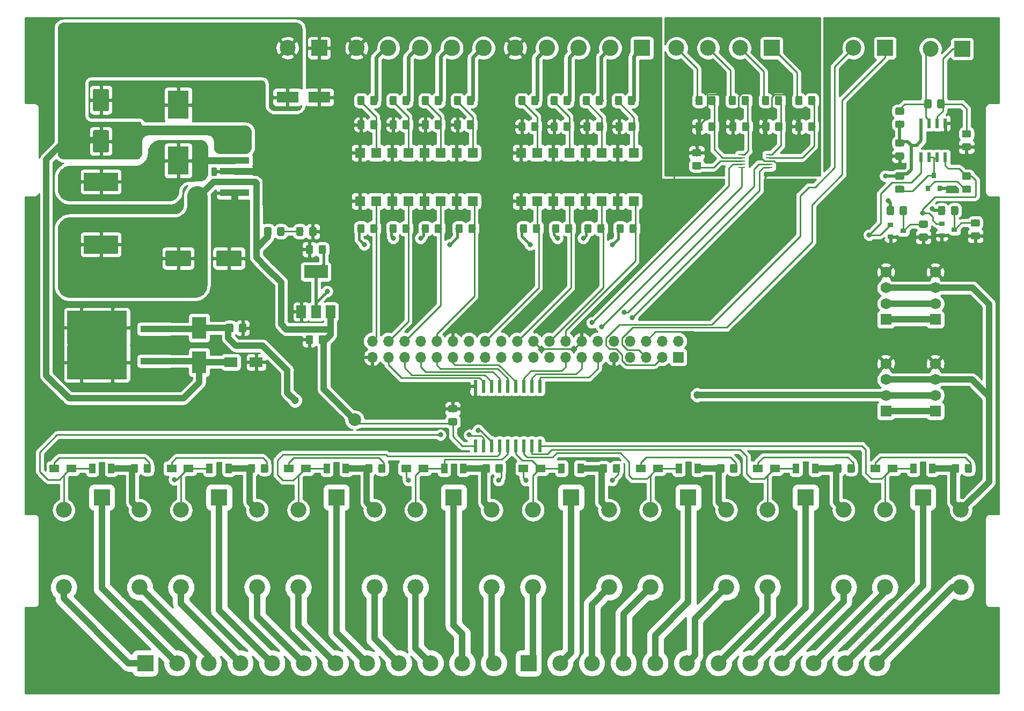
<source format=gbr>
G04 #@! TF.GenerationSoftware,KiCad,Pcbnew,5.1.2-f72e74a~84~ubuntu18.04.1*
G04 #@! TF.CreationDate,2019-07-22T16:22:56+05:30*
G04 #@! TF.ProjectId,openPlc_Rpi,6f70656e-506c-4635-9f52-70692e6b6963,rev?*
G04 #@! TF.SameCoordinates,Original*
G04 #@! TF.FileFunction,Copper,L1,Top*
G04 #@! TF.FilePolarity,Positive*
%FSLAX46Y46*%
G04 Gerber Fmt 4.6, Leading zero omitted, Abs format (unit mm)*
G04 Created by KiCad (PCBNEW 5.1.2-f72e74a~84~ubuntu18.04.1) date 2019-07-22 16:22:56*
%MOMM*%
%LPD*%
G04 APERTURE LIST*
%ADD10C,0.100000*%
%ADD11C,1.150000*%
%ADD12R,0.900000X0.800000*%
%ADD13C,2.600000*%
%ADD14R,2.600000X2.600000*%
%ADD15C,2.500000*%
%ADD16R,2.300000X3.500000*%
%ADD17R,2.500000X2.500000*%
%ADD18R,0.600000X1.550000*%
%ADD19R,0.800000X0.900000*%
%ADD20R,0.600000X2.000000*%
%ADD21O,2.500000X2.500000*%
%ADD22R,1.000000X1.600000*%
%ADD23R,1.500000X1.300000*%
%ADD24O,1.700000X1.700000*%
%ADD25R,1.700000X1.700000*%
%ADD26R,4.550000X5.250000*%
%ADD27R,9.400000X10.800000*%
%ADD28R,4.600000X1.100000*%
%ADD29R,5.400000X2.900000*%
%ADD30R,3.500000X1.800000*%
%ADD31R,2.000000X1.600000*%
%ADD32R,3.300000X4.500000*%
%ADD33R,1.600000X1.600000*%
%ADD34R,1.100000X0.250000*%
%ADD35R,3.800000X2.000000*%
%ADD36R,1.500000X2.000000*%
%ADD37R,1.750000X1.750000*%
%ADD38C,1.750000*%
%ADD39C,2.000000*%
%ADD40C,0.800000*%
%ADD41C,1.200000*%
%ADD42C,1.000000*%
%ADD43C,0.250000*%
%ADD44C,0.400000*%
%ADD45C,0.500000*%
%ADD46C,1.100000*%
%ADD47C,0.600000*%
%ADD48C,0.254000*%
G04 APERTURE END LIST*
D10*
G36*
X172774505Y-78001204D02*
G01*
X172798773Y-78004804D01*
X172822572Y-78010765D01*
X172845671Y-78019030D01*
X172867850Y-78029520D01*
X172888893Y-78042132D01*
X172908599Y-78056747D01*
X172926777Y-78073223D01*
X172943253Y-78091401D01*
X172957868Y-78111107D01*
X172970480Y-78132150D01*
X172980970Y-78154329D01*
X172989235Y-78177428D01*
X172995196Y-78201227D01*
X172998796Y-78225495D01*
X173000000Y-78249999D01*
X173000000Y-79150001D01*
X172998796Y-79174505D01*
X172995196Y-79198773D01*
X172989235Y-79222572D01*
X172980970Y-79245671D01*
X172970480Y-79267850D01*
X172957868Y-79288893D01*
X172943253Y-79308599D01*
X172926777Y-79326777D01*
X172908599Y-79343253D01*
X172888893Y-79357868D01*
X172867850Y-79370480D01*
X172845671Y-79380970D01*
X172822572Y-79389235D01*
X172798773Y-79395196D01*
X172774505Y-79398796D01*
X172750001Y-79400000D01*
X172099999Y-79400000D01*
X172075495Y-79398796D01*
X172051227Y-79395196D01*
X172027428Y-79389235D01*
X172004329Y-79380970D01*
X171982150Y-79370480D01*
X171961107Y-79357868D01*
X171941401Y-79343253D01*
X171923223Y-79326777D01*
X171906747Y-79308599D01*
X171892132Y-79288893D01*
X171879520Y-79267850D01*
X171869030Y-79245671D01*
X171860765Y-79222572D01*
X171854804Y-79198773D01*
X171851204Y-79174505D01*
X171850000Y-79150001D01*
X171850000Y-78249999D01*
X171851204Y-78225495D01*
X171854804Y-78201227D01*
X171860765Y-78177428D01*
X171869030Y-78154329D01*
X171879520Y-78132150D01*
X171892132Y-78111107D01*
X171906747Y-78091401D01*
X171923223Y-78073223D01*
X171941401Y-78056747D01*
X171961107Y-78042132D01*
X171982150Y-78029520D01*
X172004329Y-78019030D01*
X172027428Y-78010765D01*
X172051227Y-78004804D01*
X172075495Y-78001204D01*
X172099999Y-78000000D01*
X172750001Y-78000000D01*
X172774505Y-78001204D01*
X172774505Y-78001204D01*
G37*
D11*
X172425000Y-78700000D03*
D10*
G36*
X170724505Y-78001204D02*
G01*
X170748773Y-78004804D01*
X170772572Y-78010765D01*
X170795671Y-78019030D01*
X170817850Y-78029520D01*
X170838893Y-78042132D01*
X170858599Y-78056747D01*
X170876777Y-78073223D01*
X170893253Y-78091401D01*
X170907868Y-78111107D01*
X170920480Y-78132150D01*
X170930970Y-78154329D01*
X170939235Y-78177428D01*
X170945196Y-78201227D01*
X170948796Y-78225495D01*
X170950000Y-78249999D01*
X170950000Y-79150001D01*
X170948796Y-79174505D01*
X170945196Y-79198773D01*
X170939235Y-79222572D01*
X170930970Y-79245671D01*
X170920480Y-79267850D01*
X170907868Y-79288893D01*
X170893253Y-79308599D01*
X170876777Y-79326777D01*
X170858599Y-79343253D01*
X170838893Y-79357868D01*
X170817850Y-79370480D01*
X170795671Y-79380970D01*
X170772572Y-79389235D01*
X170748773Y-79395196D01*
X170724505Y-79398796D01*
X170700001Y-79400000D01*
X170049999Y-79400000D01*
X170025495Y-79398796D01*
X170001227Y-79395196D01*
X169977428Y-79389235D01*
X169954329Y-79380970D01*
X169932150Y-79370480D01*
X169911107Y-79357868D01*
X169891401Y-79343253D01*
X169873223Y-79326777D01*
X169856747Y-79308599D01*
X169842132Y-79288893D01*
X169829520Y-79267850D01*
X169819030Y-79245671D01*
X169810765Y-79222572D01*
X169804804Y-79198773D01*
X169801204Y-79174505D01*
X169800000Y-79150001D01*
X169800000Y-78249999D01*
X169801204Y-78225495D01*
X169804804Y-78201227D01*
X169810765Y-78177428D01*
X169819030Y-78154329D01*
X169829520Y-78132150D01*
X169842132Y-78111107D01*
X169856747Y-78091401D01*
X169873223Y-78073223D01*
X169891401Y-78056747D01*
X169911107Y-78042132D01*
X169932150Y-78029520D01*
X169954329Y-78019030D01*
X169977428Y-78010765D01*
X170001227Y-78004804D01*
X170025495Y-78001204D01*
X170049999Y-78000000D01*
X170700001Y-78000000D01*
X170724505Y-78001204D01*
X170724505Y-78001204D01*
G37*
D11*
X170375000Y-78700000D03*
D10*
G36*
X180874505Y-78001204D02*
G01*
X180898773Y-78004804D01*
X180922572Y-78010765D01*
X180945671Y-78019030D01*
X180967850Y-78029520D01*
X180988893Y-78042132D01*
X181008599Y-78056747D01*
X181026777Y-78073223D01*
X181043253Y-78091401D01*
X181057868Y-78111107D01*
X181070480Y-78132150D01*
X181080970Y-78154329D01*
X181089235Y-78177428D01*
X181095196Y-78201227D01*
X181098796Y-78225495D01*
X181100000Y-78249999D01*
X181100000Y-79150001D01*
X181098796Y-79174505D01*
X181095196Y-79198773D01*
X181089235Y-79222572D01*
X181080970Y-79245671D01*
X181070480Y-79267850D01*
X181057868Y-79288893D01*
X181043253Y-79308599D01*
X181026777Y-79326777D01*
X181008599Y-79343253D01*
X180988893Y-79357868D01*
X180967850Y-79370480D01*
X180945671Y-79380970D01*
X180922572Y-79389235D01*
X180898773Y-79395196D01*
X180874505Y-79398796D01*
X180850001Y-79400000D01*
X180199999Y-79400000D01*
X180175495Y-79398796D01*
X180151227Y-79395196D01*
X180127428Y-79389235D01*
X180104329Y-79380970D01*
X180082150Y-79370480D01*
X180061107Y-79357868D01*
X180041401Y-79343253D01*
X180023223Y-79326777D01*
X180006747Y-79308599D01*
X179992132Y-79288893D01*
X179979520Y-79267850D01*
X179969030Y-79245671D01*
X179960765Y-79222572D01*
X179954804Y-79198773D01*
X179951204Y-79174505D01*
X179950000Y-79150001D01*
X179950000Y-78249999D01*
X179951204Y-78225495D01*
X179954804Y-78201227D01*
X179960765Y-78177428D01*
X179969030Y-78154329D01*
X179979520Y-78132150D01*
X179992132Y-78111107D01*
X180006747Y-78091401D01*
X180023223Y-78073223D01*
X180041401Y-78056747D01*
X180061107Y-78042132D01*
X180082150Y-78029520D01*
X180104329Y-78019030D01*
X180127428Y-78010765D01*
X180151227Y-78004804D01*
X180175495Y-78001204D01*
X180199999Y-78000000D01*
X180850001Y-78000000D01*
X180874505Y-78001204D01*
X180874505Y-78001204D01*
G37*
D11*
X180525000Y-78700000D03*
D10*
G36*
X178824505Y-78001204D02*
G01*
X178848773Y-78004804D01*
X178872572Y-78010765D01*
X178895671Y-78019030D01*
X178917850Y-78029520D01*
X178938893Y-78042132D01*
X178958599Y-78056747D01*
X178976777Y-78073223D01*
X178993253Y-78091401D01*
X179007868Y-78111107D01*
X179020480Y-78132150D01*
X179030970Y-78154329D01*
X179039235Y-78177428D01*
X179045196Y-78201227D01*
X179048796Y-78225495D01*
X179050000Y-78249999D01*
X179050000Y-79150001D01*
X179048796Y-79174505D01*
X179045196Y-79198773D01*
X179039235Y-79222572D01*
X179030970Y-79245671D01*
X179020480Y-79267850D01*
X179007868Y-79288893D01*
X178993253Y-79308599D01*
X178976777Y-79326777D01*
X178958599Y-79343253D01*
X178938893Y-79357868D01*
X178917850Y-79370480D01*
X178895671Y-79380970D01*
X178872572Y-79389235D01*
X178848773Y-79395196D01*
X178824505Y-79398796D01*
X178800001Y-79400000D01*
X178149999Y-79400000D01*
X178125495Y-79398796D01*
X178101227Y-79395196D01*
X178077428Y-79389235D01*
X178054329Y-79380970D01*
X178032150Y-79370480D01*
X178011107Y-79357868D01*
X177991401Y-79343253D01*
X177973223Y-79326777D01*
X177956747Y-79308599D01*
X177942132Y-79288893D01*
X177929520Y-79267850D01*
X177919030Y-79245671D01*
X177910765Y-79222572D01*
X177904804Y-79198773D01*
X177901204Y-79174505D01*
X177900000Y-79150001D01*
X177900000Y-78249999D01*
X177901204Y-78225495D01*
X177904804Y-78201227D01*
X177910765Y-78177428D01*
X177919030Y-78154329D01*
X177929520Y-78132150D01*
X177942132Y-78111107D01*
X177956747Y-78091401D01*
X177973223Y-78073223D01*
X177991401Y-78056747D01*
X178011107Y-78042132D01*
X178032150Y-78029520D01*
X178054329Y-78019030D01*
X178077428Y-78010765D01*
X178101227Y-78004804D01*
X178125495Y-78001204D01*
X178149999Y-78000000D01*
X178800001Y-78000000D01*
X178824505Y-78001204D01*
X178824505Y-78001204D01*
G37*
D11*
X178475000Y-78700000D03*
D10*
G36*
X74574505Y-81301204D02*
G01*
X74598773Y-81304804D01*
X74622572Y-81310765D01*
X74645671Y-81319030D01*
X74667850Y-81329520D01*
X74688893Y-81342132D01*
X74708599Y-81356747D01*
X74726777Y-81373223D01*
X74743253Y-81391401D01*
X74757868Y-81411107D01*
X74770480Y-81432150D01*
X74780970Y-81454329D01*
X74789235Y-81477428D01*
X74795196Y-81501227D01*
X74798796Y-81525495D01*
X74800000Y-81549999D01*
X74800000Y-82450001D01*
X74798796Y-82474505D01*
X74795196Y-82498773D01*
X74789235Y-82522572D01*
X74780970Y-82545671D01*
X74770480Y-82567850D01*
X74757868Y-82588893D01*
X74743253Y-82608599D01*
X74726777Y-82626777D01*
X74708599Y-82643253D01*
X74688893Y-82657868D01*
X74667850Y-82670480D01*
X74645671Y-82680970D01*
X74622572Y-82689235D01*
X74598773Y-82695196D01*
X74574505Y-82698796D01*
X74550001Y-82700000D01*
X73899999Y-82700000D01*
X73875495Y-82698796D01*
X73851227Y-82695196D01*
X73827428Y-82689235D01*
X73804329Y-82680970D01*
X73782150Y-82670480D01*
X73761107Y-82657868D01*
X73741401Y-82643253D01*
X73723223Y-82626777D01*
X73706747Y-82608599D01*
X73692132Y-82588893D01*
X73679520Y-82567850D01*
X73669030Y-82545671D01*
X73660765Y-82522572D01*
X73654804Y-82498773D01*
X73651204Y-82474505D01*
X73650000Y-82450001D01*
X73650000Y-81549999D01*
X73651204Y-81525495D01*
X73654804Y-81501227D01*
X73660765Y-81477428D01*
X73669030Y-81454329D01*
X73679520Y-81432150D01*
X73692132Y-81411107D01*
X73706747Y-81391401D01*
X73723223Y-81373223D01*
X73741401Y-81356747D01*
X73761107Y-81342132D01*
X73782150Y-81329520D01*
X73804329Y-81319030D01*
X73827428Y-81310765D01*
X73851227Y-81304804D01*
X73875495Y-81301204D01*
X73899999Y-81300000D01*
X74550001Y-81300000D01*
X74574505Y-81301204D01*
X74574505Y-81301204D01*
G37*
D11*
X74225000Y-82000000D03*
D10*
G36*
X72524505Y-81301204D02*
G01*
X72548773Y-81304804D01*
X72572572Y-81310765D01*
X72595671Y-81319030D01*
X72617850Y-81329520D01*
X72638893Y-81342132D01*
X72658599Y-81356747D01*
X72676777Y-81373223D01*
X72693253Y-81391401D01*
X72707868Y-81411107D01*
X72720480Y-81432150D01*
X72730970Y-81454329D01*
X72739235Y-81477428D01*
X72745196Y-81501227D01*
X72748796Y-81525495D01*
X72750000Y-81549999D01*
X72750000Y-82450001D01*
X72748796Y-82474505D01*
X72745196Y-82498773D01*
X72739235Y-82522572D01*
X72730970Y-82545671D01*
X72720480Y-82567850D01*
X72707868Y-82588893D01*
X72693253Y-82608599D01*
X72676777Y-82626777D01*
X72658599Y-82643253D01*
X72638893Y-82657868D01*
X72617850Y-82670480D01*
X72595671Y-82680970D01*
X72572572Y-82689235D01*
X72548773Y-82695196D01*
X72524505Y-82698796D01*
X72500001Y-82700000D01*
X71849999Y-82700000D01*
X71825495Y-82698796D01*
X71801227Y-82695196D01*
X71777428Y-82689235D01*
X71754329Y-82680970D01*
X71732150Y-82670480D01*
X71711107Y-82657868D01*
X71691401Y-82643253D01*
X71673223Y-82626777D01*
X71656747Y-82608599D01*
X71642132Y-82588893D01*
X71629520Y-82567850D01*
X71619030Y-82545671D01*
X71610765Y-82522572D01*
X71604804Y-82498773D01*
X71601204Y-82474505D01*
X71600000Y-82450001D01*
X71600000Y-81549999D01*
X71601204Y-81525495D01*
X71604804Y-81501227D01*
X71610765Y-81477428D01*
X71619030Y-81454329D01*
X71629520Y-81432150D01*
X71642132Y-81411107D01*
X71656747Y-81391401D01*
X71673223Y-81373223D01*
X71691401Y-81356747D01*
X71711107Y-81342132D01*
X71732150Y-81329520D01*
X71754329Y-81319030D01*
X71777428Y-81310765D01*
X71801227Y-81304804D01*
X71825495Y-81301204D01*
X71849999Y-81300000D01*
X72500001Y-81300000D01*
X72524505Y-81301204D01*
X72524505Y-81301204D01*
G37*
D11*
X72175000Y-82000000D03*
D12*
X172400000Y-81900000D03*
X170400000Y-82850000D03*
X170400000Y-80950000D03*
X180500000Y-81700000D03*
X178500000Y-82650000D03*
X178500000Y-80750000D03*
D10*
G36*
X176074505Y-80278704D02*
G01*
X176098773Y-80282304D01*
X176122572Y-80288265D01*
X176145671Y-80296530D01*
X176167850Y-80307020D01*
X176188893Y-80319632D01*
X176208599Y-80334247D01*
X176226777Y-80350723D01*
X176243253Y-80368901D01*
X176257868Y-80388607D01*
X176270480Y-80409650D01*
X176280970Y-80431829D01*
X176289235Y-80454928D01*
X176295196Y-80478727D01*
X176298796Y-80502995D01*
X176300000Y-80527499D01*
X176300000Y-81177501D01*
X176298796Y-81202005D01*
X176295196Y-81226273D01*
X176289235Y-81250072D01*
X176280970Y-81273171D01*
X176270480Y-81295350D01*
X176257868Y-81316393D01*
X176243253Y-81336099D01*
X176226777Y-81354277D01*
X176208599Y-81370753D01*
X176188893Y-81385368D01*
X176167850Y-81397980D01*
X176145671Y-81408470D01*
X176122572Y-81416735D01*
X176098773Y-81422696D01*
X176074505Y-81426296D01*
X176050001Y-81427500D01*
X175149999Y-81427500D01*
X175125495Y-81426296D01*
X175101227Y-81422696D01*
X175077428Y-81416735D01*
X175054329Y-81408470D01*
X175032150Y-81397980D01*
X175011107Y-81385368D01*
X174991401Y-81370753D01*
X174973223Y-81354277D01*
X174956747Y-81336099D01*
X174942132Y-81316393D01*
X174929520Y-81295350D01*
X174919030Y-81273171D01*
X174910765Y-81250072D01*
X174904804Y-81226273D01*
X174901204Y-81202005D01*
X174900000Y-81177501D01*
X174900000Y-80527499D01*
X174901204Y-80502995D01*
X174904804Y-80478727D01*
X174910765Y-80454928D01*
X174919030Y-80431829D01*
X174929520Y-80409650D01*
X174942132Y-80388607D01*
X174956747Y-80368901D01*
X174973223Y-80350723D01*
X174991401Y-80334247D01*
X175011107Y-80319632D01*
X175032150Y-80307020D01*
X175054329Y-80296530D01*
X175077428Y-80288265D01*
X175101227Y-80282304D01*
X175125495Y-80278704D01*
X175149999Y-80277500D01*
X176050001Y-80277500D01*
X176074505Y-80278704D01*
X176074505Y-80278704D01*
G37*
D11*
X175600000Y-80852500D03*
D10*
G36*
X176074505Y-82328704D02*
G01*
X176098773Y-82332304D01*
X176122572Y-82338265D01*
X176145671Y-82346530D01*
X176167850Y-82357020D01*
X176188893Y-82369632D01*
X176208599Y-82384247D01*
X176226777Y-82400723D01*
X176243253Y-82418901D01*
X176257868Y-82438607D01*
X176270480Y-82459650D01*
X176280970Y-82481829D01*
X176289235Y-82504928D01*
X176295196Y-82528727D01*
X176298796Y-82552995D01*
X176300000Y-82577499D01*
X176300000Y-83227501D01*
X176298796Y-83252005D01*
X176295196Y-83276273D01*
X176289235Y-83300072D01*
X176280970Y-83323171D01*
X176270480Y-83345350D01*
X176257868Y-83366393D01*
X176243253Y-83386099D01*
X176226777Y-83404277D01*
X176208599Y-83420753D01*
X176188893Y-83435368D01*
X176167850Y-83447980D01*
X176145671Y-83458470D01*
X176122572Y-83466735D01*
X176098773Y-83472696D01*
X176074505Y-83476296D01*
X176050001Y-83477500D01*
X175149999Y-83477500D01*
X175125495Y-83476296D01*
X175101227Y-83472696D01*
X175077428Y-83466735D01*
X175054329Y-83458470D01*
X175032150Y-83447980D01*
X175011107Y-83435368D01*
X174991401Y-83420753D01*
X174973223Y-83404277D01*
X174956747Y-83386099D01*
X174942132Y-83366393D01*
X174929520Y-83345350D01*
X174919030Y-83323171D01*
X174910765Y-83300072D01*
X174904804Y-83276273D01*
X174901204Y-83252005D01*
X174900000Y-83227501D01*
X174900000Y-82577499D01*
X174901204Y-82552995D01*
X174904804Y-82528727D01*
X174910765Y-82504928D01*
X174919030Y-82481829D01*
X174929520Y-82459650D01*
X174942132Y-82438607D01*
X174956747Y-82418901D01*
X174973223Y-82400723D01*
X174991401Y-82384247D01*
X175011107Y-82369632D01*
X175032150Y-82357020D01*
X175054329Y-82346530D01*
X175077428Y-82338265D01*
X175101227Y-82332304D01*
X175125495Y-82328704D01*
X175149999Y-82327500D01*
X176050001Y-82327500D01*
X176074505Y-82328704D01*
X176074505Y-82328704D01*
G37*
D11*
X175600000Y-82902500D03*
D10*
G36*
X184274505Y-80078704D02*
G01*
X184298773Y-80082304D01*
X184322572Y-80088265D01*
X184345671Y-80096530D01*
X184367850Y-80107020D01*
X184388893Y-80119632D01*
X184408599Y-80134247D01*
X184426777Y-80150723D01*
X184443253Y-80168901D01*
X184457868Y-80188607D01*
X184470480Y-80209650D01*
X184480970Y-80231829D01*
X184489235Y-80254928D01*
X184495196Y-80278727D01*
X184498796Y-80302995D01*
X184500000Y-80327499D01*
X184500000Y-80977501D01*
X184498796Y-81002005D01*
X184495196Y-81026273D01*
X184489235Y-81050072D01*
X184480970Y-81073171D01*
X184470480Y-81095350D01*
X184457868Y-81116393D01*
X184443253Y-81136099D01*
X184426777Y-81154277D01*
X184408599Y-81170753D01*
X184388893Y-81185368D01*
X184367850Y-81197980D01*
X184345671Y-81208470D01*
X184322572Y-81216735D01*
X184298773Y-81222696D01*
X184274505Y-81226296D01*
X184250001Y-81227500D01*
X183349999Y-81227500D01*
X183325495Y-81226296D01*
X183301227Y-81222696D01*
X183277428Y-81216735D01*
X183254329Y-81208470D01*
X183232150Y-81197980D01*
X183211107Y-81185368D01*
X183191401Y-81170753D01*
X183173223Y-81154277D01*
X183156747Y-81136099D01*
X183142132Y-81116393D01*
X183129520Y-81095350D01*
X183119030Y-81073171D01*
X183110765Y-81050072D01*
X183104804Y-81026273D01*
X183101204Y-81002005D01*
X183100000Y-80977501D01*
X183100000Y-80327499D01*
X183101204Y-80302995D01*
X183104804Y-80278727D01*
X183110765Y-80254928D01*
X183119030Y-80231829D01*
X183129520Y-80209650D01*
X183142132Y-80188607D01*
X183156747Y-80168901D01*
X183173223Y-80150723D01*
X183191401Y-80134247D01*
X183211107Y-80119632D01*
X183232150Y-80107020D01*
X183254329Y-80096530D01*
X183277428Y-80088265D01*
X183301227Y-80082304D01*
X183325495Y-80078704D01*
X183349999Y-80077500D01*
X184250001Y-80077500D01*
X184274505Y-80078704D01*
X184274505Y-80078704D01*
G37*
D11*
X183800000Y-80652500D03*
D10*
G36*
X184274505Y-82128704D02*
G01*
X184298773Y-82132304D01*
X184322572Y-82138265D01*
X184345671Y-82146530D01*
X184367850Y-82157020D01*
X184388893Y-82169632D01*
X184408599Y-82184247D01*
X184426777Y-82200723D01*
X184443253Y-82218901D01*
X184457868Y-82238607D01*
X184470480Y-82259650D01*
X184480970Y-82281829D01*
X184489235Y-82304928D01*
X184495196Y-82328727D01*
X184498796Y-82352995D01*
X184500000Y-82377499D01*
X184500000Y-83027501D01*
X184498796Y-83052005D01*
X184495196Y-83076273D01*
X184489235Y-83100072D01*
X184480970Y-83123171D01*
X184470480Y-83145350D01*
X184457868Y-83166393D01*
X184443253Y-83186099D01*
X184426777Y-83204277D01*
X184408599Y-83220753D01*
X184388893Y-83235368D01*
X184367850Y-83247980D01*
X184345671Y-83258470D01*
X184322572Y-83266735D01*
X184298773Y-83272696D01*
X184274505Y-83276296D01*
X184250001Y-83277500D01*
X183349999Y-83277500D01*
X183325495Y-83276296D01*
X183301227Y-83272696D01*
X183277428Y-83266735D01*
X183254329Y-83258470D01*
X183232150Y-83247980D01*
X183211107Y-83235368D01*
X183191401Y-83220753D01*
X183173223Y-83204277D01*
X183156747Y-83186099D01*
X183142132Y-83166393D01*
X183129520Y-83145350D01*
X183119030Y-83123171D01*
X183110765Y-83100072D01*
X183104804Y-83076273D01*
X183101204Y-83052005D01*
X183100000Y-83027501D01*
X183100000Y-82377499D01*
X183101204Y-82352995D01*
X183104804Y-82328727D01*
X183110765Y-82304928D01*
X183119030Y-82281829D01*
X183129520Y-82259650D01*
X183142132Y-82238607D01*
X183156747Y-82218901D01*
X183173223Y-82200723D01*
X183191401Y-82184247D01*
X183211107Y-82169632D01*
X183232150Y-82157020D01*
X183254329Y-82146530D01*
X183277428Y-82138265D01*
X183301227Y-82132304D01*
X183325495Y-82128704D01*
X183349999Y-82127500D01*
X184250001Y-82127500D01*
X184274505Y-82128704D01*
X184274505Y-82128704D01*
G37*
D11*
X183800000Y-82702500D03*
D10*
G36*
X77574505Y-81301204D02*
G01*
X77598773Y-81304804D01*
X77622572Y-81310765D01*
X77645671Y-81319030D01*
X77667850Y-81329520D01*
X77688893Y-81342132D01*
X77708599Y-81356747D01*
X77726777Y-81373223D01*
X77743253Y-81391401D01*
X77757868Y-81411107D01*
X77770480Y-81432150D01*
X77780970Y-81454329D01*
X77789235Y-81477428D01*
X77795196Y-81501227D01*
X77798796Y-81525495D01*
X77800000Y-81549999D01*
X77800000Y-82450001D01*
X77798796Y-82474505D01*
X77795196Y-82498773D01*
X77789235Y-82522572D01*
X77780970Y-82545671D01*
X77770480Y-82567850D01*
X77757868Y-82588893D01*
X77743253Y-82608599D01*
X77726777Y-82626777D01*
X77708599Y-82643253D01*
X77688893Y-82657868D01*
X77667850Y-82670480D01*
X77645671Y-82680970D01*
X77622572Y-82689235D01*
X77598773Y-82695196D01*
X77574505Y-82698796D01*
X77550001Y-82700000D01*
X76899999Y-82700000D01*
X76875495Y-82698796D01*
X76851227Y-82695196D01*
X76827428Y-82689235D01*
X76804329Y-82680970D01*
X76782150Y-82670480D01*
X76761107Y-82657868D01*
X76741401Y-82643253D01*
X76723223Y-82626777D01*
X76706747Y-82608599D01*
X76692132Y-82588893D01*
X76679520Y-82567850D01*
X76669030Y-82545671D01*
X76660765Y-82522572D01*
X76654804Y-82498773D01*
X76651204Y-82474505D01*
X76650000Y-82450001D01*
X76650000Y-81549999D01*
X76651204Y-81525495D01*
X76654804Y-81501227D01*
X76660765Y-81477428D01*
X76669030Y-81454329D01*
X76679520Y-81432150D01*
X76692132Y-81411107D01*
X76706747Y-81391401D01*
X76723223Y-81373223D01*
X76741401Y-81356747D01*
X76761107Y-81342132D01*
X76782150Y-81329520D01*
X76804329Y-81319030D01*
X76827428Y-81310765D01*
X76851227Y-81304804D01*
X76875495Y-81301204D01*
X76899999Y-81300000D01*
X77550001Y-81300000D01*
X77574505Y-81301204D01*
X77574505Y-81301204D01*
G37*
D11*
X77225000Y-82000000D03*
D10*
G36*
X79624505Y-81301204D02*
G01*
X79648773Y-81304804D01*
X79672572Y-81310765D01*
X79695671Y-81319030D01*
X79717850Y-81329520D01*
X79738893Y-81342132D01*
X79758599Y-81356747D01*
X79776777Y-81373223D01*
X79793253Y-81391401D01*
X79807868Y-81411107D01*
X79820480Y-81432150D01*
X79830970Y-81454329D01*
X79839235Y-81477428D01*
X79845196Y-81501227D01*
X79848796Y-81525495D01*
X79850000Y-81549999D01*
X79850000Y-82450001D01*
X79848796Y-82474505D01*
X79845196Y-82498773D01*
X79839235Y-82522572D01*
X79830970Y-82545671D01*
X79820480Y-82567850D01*
X79807868Y-82588893D01*
X79793253Y-82608599D01*
X79776777Y-82626777D01*
X79758599Y-82643253D01*
X79738893Y-82657868D01*
X79717850Y-82670480D01*
X79695671Y-82680970D01*
X79672572Y-82689235D01*
X79648773Y-82695196D01*
X79624505Y-82698796D01*
X79600001Y-82700000D01*
X78949999Y-82700000D01*
X78925495Y-82698796D01*
X78901227Y-82695196D01*
X78877428Y-82689235D01*
X78854329Y-82680970D01*
X78832150Y-82670480D01*
X78811107Y-82657868D01*
X78791401Y-82643253D01*
X78773223Y-82626777D01*
X78756747Y-82608599D01*
X78742132Y-82588893D01*
X78729520Y-82567850D01*
X78719030Y-82545671D01*
X78710765Y-82522572D01*
X78704804Y-82498773D01*
X78701204Y-82474505D01*
X78700000Y-82450001D01*
X78700000Y-81549999D01*
X78701204Y-81525495D01*
X78704804Y-81501227D01*
X78710765Y-81477428D01*
X78719030Y-81454329D01*
X78729520Y-81432150D01*
X78742132Y-81411107D01*
X78756747Y-81391401D01*
X78773223Y-81373223D01*
X78791401Y-81356747D01*
X78811107Y-81342132D01*
X78832150Y-81329520D01*
X78854329Y-81319030D01*
X78877428Y-81310765D01*
X78901227Y-81304804D01*
X78925495Y-81301204D01*
X78949999Y-81300000D01*
X79600001Y-81300000D01*
X79624505Y-81301204D01*
X79624505Y-81301204D01*
G37*
D11*
X79275000Y-82000000D03*
D13*
X86180000Y-53050556D03*
X91180000Y-53050556D03*
X96180000Y-53050556D03*
X101180000Y-53050556D03*
X106180000Y-53050556D03*
X111180000Y-53050556D03*
X116180000Y-53050556D03*
X121180000Y-53050556D03*
X126180000Y-53050556D03*
D14*
X131180000Y-53050556D03*
D10*
G36*
X172324505Y-69526204D02*
G01*
X172348773Y-69529804D01*
X172372572Y-69535765D01*
X172395671Y-69544030D01*
X172417850Y-69554520D01*
X172438893Y-69567132D01*
X172458599Y-69581747D01*
X172476777Y-69598223D01*
X172493253Y-69616401D01*
X172507868Y-69636107D01*
X172520480Y-69657150D01*
X172530970Y-69679329D01*
X172539235Y-69702428D01*
X172545196Y-69726227D01*
X172548796Y-69750495D01*
X172550000Y-69774999D01*
X172550000Y-70425001D01*
X172548796Y-70449505D01*
X172545196Y-70473773D01*
X172539235Y-70497572D01*
X172530970Y-70520671D01*
X172520480Y-70542850D01*
X172507868Y-70563893D01*
X172493253Y-70583599D01*
X172476777Y-70601777D01*
X172458599Y-70618253D01*
X172438893Y-70632868D01*
X172417850Y-70645480D01*
X172395671Y-70655970D01*
X172372572Y-70664235D01*
X172348773Y-70670196D01*
X172324505Y-70673796D01*
X172300001Y-70675000D01*
X171399999Y-70675000D01*
X171375495Y-70673796D01*
X171351227Y-70670196D01*
X171327428Y-70664235D01*
X171304329Y-70655970D01*
X171282150Y-70645480D01*
X171261107Y-70632868D01*
X171241401Y-70618253D01*
X171223223Y-70601777D01*
X171206747Y-70583599D01*
X171192132Y-70563893D01*
X171179520Y-70542850D01*
X171169030Y-70520671D01*
X171160765Y-70497572D01*
X171154804Y-70473773D01*
X171151204Y-70449505D01*
X171150000Y-70425001D01*
X171150000Y-69774999D01*
X171151204Y-69750495D01*
X171154804Y-69726227D01*
X171160765Y-69702428D01*
X171169030Y-69679329D01*
X171179520Y-69657150D01*
X171192132Y-69636107D01*
X171206747Y-69616401D01*
X171223223Y-69598223D01*
X171241401Y-69581747D01*
X171261107Y-69567132D01*
X171282150Y-69554520D01*
X171304329Y-69544030D01*
X171327428Y-69535765D01*
X171351227Y-69529804D01*
X171375495Y-69526204D01*
X171399999Y-69525000D01*
X172300001Y-69525000D01*
X172324505Y-69526204D01*
X172324505Y-69526204D01*
G37*
D11*
X171850000Y-70100000D03*
D10*
G36*
X172324505Y-67476204D02*
G01*
X172348773Y-67479804D01*
X172372572Y-67485765D01*
X172395671Y-67494030D01*
X172417850Y-67504520D01*
X172438893Y-67517132D01*
X172458599Y-67531747D01*
X172476777Y-67548223D01*
X172493253Y-67566401D01*
X172507868Y-67586107D01*
X172520480Y-67607150D01*
X172530970Y-67629329D01*
X172539235Y-67652428D01*
X172545196Y-67676227D01*
X172548796Y-67700495D01*
X172550000Y-67724999D01*
X172550000Y-68375001D01*
X172548796Y-68399505D01*
X172545196Y-68423773D01*
X172539235Y-68447572D01*
X172530970Y-68470671D01*
X172520480Y-68492850D01*
X172507868Y-68513893D01*
X172493253Y-68533599D01*
X172476777Y-68551777D01*
X172458599Y-68568253D01*
X172438893Y-68582868D01*
X172417850Y-68595480D01*
X172395671Y-68605970D01*
X172372572Y-68614235D01*
X172348773Y-68620196D01*
X172324505Y-68623796D01*
X172300001Y-68625000D01*
X171399999Y-68625000D01*
X171375495Y-68623796D01*
X171351227Y-68620196D01*
X171327428Y-68614235D01*
X171304329Y-68605970D01*
X171282150Y-68595480D01*
X171261107Y-68582868D01*
X171241401Y-68568253D01*
X171223223Y-68551777D01*
X171206747Y-68533599D01*
X171192132Y-68513893D01*
X171179520Y-68492850D01*
X171169030Y-68470671D01*
X171160765Y-68447572D01*
X171154804Y-68423773D01*
X171151204Y-68399505D01*
X171150000Y-68375001D01*
X171150000Y-67724999D01*
X171151204Y-67700495D01*
X171154804Y-67676227D01*
X171160765Y-67652428D01*
X171169030Y-67629329D01*
X171179520Y-67607150D01*
X171192132Y-67586107D01*
X171206747Y-67566401D01*
X171223223Y-67548223D01*
X171241401Y-67531747D01*
X171261107Y-67517132D01*
X171282150Y-67504520D01*
X171304329Y-67494030D01*
X171327428Y-67485765D01*
X171351227Y-67479804D01*
X171375495Y-67476204D01*
X171399999Y-67475000D01*
X172300001Y-67475000D01*
X172324505Y-67476204D01*
X172324505Y-67476204D01*
G37*
D11*
X171850000Y-68050000D03*
D10*
G36*
X68549505Y-96527204D02*
G01*
X68573773Y-96530804D01*
X68597572Y-96536765D01*
X68620671Y-96545030D01*
X68642850Y-96555520D01*
X68663893Y-96568132D01*
X68683599Y-96582747D01*
X68701777Y-96599223D01*
X68718253Y-96617401D01*
X68732868Y-96637107D01*
X68745480Y-96658150D01*
X68755970Y-96680329D01*
X68764235Y-96703428D01*
X68770196Y-96727227D01*
X68773796Y-96751495D01*
X68775000Y-96775999D01*
X68775000Y-97676001D01*
X68773796Y-97700505D01*
X68770196Y-97724773D01*
X68764235Y-97748572D01*
X68755970Y-97771671D01*
X68745480Y-97793850D01*
X68732868Y-97814893D01*
X68718253Y-97834599D01*
X68701777Y-97852777D01*
X68683599Y-97869253D01*
X68663893Y-97883868D01*
X68642850Y-97896480D01*
X68620671Y-97906970D01*
X68597572Y-97915235D01*
X68573773Y-97921196D01*
X68549505Y-97924796D01*
X68525001Y-97926000D01*
X67874999Y-97926000D01*
X67850495Y-97924796D01*
X67826227Y-97921196D01*
X67802428Y-97915235D01*
X67779329Y-97906970D01*
X67757150Y-97896480D01*
X67736107Y-97883868D01*
X67716401Y-97869253D01*
X67698223Y-97852777D01*
X67681747Y-97834599D01*
X67667132Y-97814893D01*
X67654520Y-97793850D01*
X67644030Y-97771671D01*
X67635765Y-97748572D01*
X67629804Y-97724773D01*
X67626204Y-97700505D01*
X67625000Y-97676001D01*
X67625000Y-96775999D01*
X67626204Y-96751495D01*
X67629804Y-96727227D01*
X67635765Y-96703428D01*
X67644030Y-96680329D01*
X67654520Y-96658150D01*
X67667132Y-96637107D01*
X67681747Y-96617401D01*
X67698223Y-96599223D01*
X67716401Y-96582747D01*
X67736107Y-96568132D01*
X67757150Y-96555520D01*
X67779329Y-96545030D01*
X67802428Y-96536765D01*
X67826227Y-96530804D01*
X67850495Y-96527204D01*
X67874999Y-96526000D01*
X68525001Y-96526000D01*
X68549505Y-96527204D01*
X68549505Y-96527204D01*
G37*
D11*
X68200000Y-97226000D03*
D10*
G36*
X66499505Y-96527204D02*
G01*
X66523773Y-96530804D01*
X66547572Y-96536765D01*
X66570671Y-96545030D01*
X66592850Y-96555520D01*
X66613893Y-96568132D01*
X66633599Y-96582747D01*
X66651777Y-96599223D01*
X66668253Y-96617401D01*
X66682868Y-96637107D01*
X66695480Y-96658150D01*
X66705970Y-96680329D01*
X66714235Y-96703428D01*
X66720196Y-96727227D01*
X66723796Y-96751495D01*
X66725000Y-96775999D01*
X66725000Y-97676001D01*
X66723796Y-97700505D01*
X66720196Y-97724773D01*
X66714235Y-97748572D01*
X66705970Y-97771671D01*
X66695480Y-97793850D01*
X66682868Y-97814893D01*
X66668253Y-97834599D01*
X66651777Y-97852777D01*
X66633599Y-97869253D01*
X66613893Y-97883868D01*
X66592850Y-97896480D01*
X66570671Y-97906970D01*
X66547572Y-97915235D01*
X66523773Y-97921196D01*
X66499505Y-97924796D01*
X66475001Y-97926000D01*
X65824999Y-97926000D01*
X65800495Y-97924796D01*
X65776227Y-97921196D01*
X65752428Y-97915235D01*
X65729329Y-97906970D01*
X65707150Y-97896480D01*
X65686107Y-97883868D01*
X65666401Y-97869253D01*
X65648223Y-97852777D01*
X65631747Y-97834599D01*
X65617132Y-97814893D01*
X65604520Y-97793850D01*
X65594030Y-97771671D01*
X65585765Y-97748572D01*
X65579804Y-97724773D01*
X65576204Y-97700505D01*
X65575000Y-97676001D01*
X65575000Y-96775999D01*
X65576204Y-96751495D01*
X65579804Y-96727227D01*
X65585765Y-96703428D01*
X65594030Y-96680329D01*
X65604520Y-96658150D01*
X65617132Y-96637107D01*
X65631747Y-96617401D01*
X65648223Y-96599223D01*
X65666401Y-96582747D01*
X65686107Y-96568132D01*
X65707150Y-96555520D01*
X65729329Y-96545030D01*
X65752428Y-96536765D01*
X65776227Y-96530804D01*
X65800495Y-96527204D01*
X65824999Y-96526000D01*
X66475001Y-96526000D01*
X66499505Y-96527204D01*
X66499505Y-96527204D01*
G37*
D11*
X66150000Y-97226000D03*
D10*
G36*
X79080505Y-84137204D02*
G01*
X79104773Y-84140804D01*
X79128572Y-84146765D01*
X79151671Y-84155030D01*
X79173850Y-84165520D01*
X79194893Y-84178132D01*
X79214599Y-84192747D01*
X79232777Y-84209223D01*
X79249253Y-84227401D01*
X79263868Y-84247107D01*
X79276480Y-84268150D01*
X79286970Y-84290329D01*
X79295235Y-84313428D01*
X79301196Y-84337227D01*
X79304796Y-84361495D01*
X79306000Y-84385999D01*
X79306000Y-85286001D01*
X79304796Y-85310505D01*
X79301196Y-85334773D01*
X79295235Y-85358572D01*
X79286970Y-85381671D01*
X79276480Y-85403850D01*
X79263868Y-85424893D01*
X79249253Y-85444599D01*
X79232777Y-85462777D01*
X79214599Y-85479253D01*
X79194893Y-85493868D01*
X79173850Y-85506480D01*
X79151671Y-85516970D01*
X79128572Y-85525235D01*
X79104773Y-85531196D01*
X79080505Y-85534796D01*
X79056001Y-85536000D01*
X78405999Y-85536000D01*
X78381495Y-85534796D01*
X78357227Y-85531196D01*
X78333428Y-85525235D01*
X78310329Y-85516970D01*
X78288150Y-85506480D01*
X78267107Y-85493868D01*
X78247401Y-85479253D01*
X78229223Y-85462777D01*
X78212747Y-85444599D01*
X78198132Y-85424893D01*
X78185520Y-85403850D01*
X78175030Y-85381671D01*
X78166765Y-85358572D01*
X78160804Y-85334773D01*
X78157204Y-85310505D01*
X78156000Y-85286001D01*
X78156000Y-84385999D01*
X78157204Y-84361495D01*
X78160804Y-84337227D01*
X78166765Y-84313428D01*
X78175030Y-84290329D01*
X78185520Y-84268150D01*
X78198132Y-84247107D01*
X78212747Y-84227401D01*
X78229223Y-84209223D01*
X78247401Y-84192747D01*
X78267107Y-84178132D01*
X78288150Y-84165520D01*
X78310329Y-84155030D01*
X78333428Y-84146765D01*
X78357227Y-84140804D01*
X78381495Y-84137204D01*
X78405999Y-84136000D01*
X79056001Y-84136000D01*
X79080505Y-84137204D01*
X79080505Y-84137204D01*
G37*
D11*
X78731000Y-84836000D03*
D10*
G36*
X81130505Y-84137204D02*
G01*
X81154773Y-84140804D01*
X81178572Y-84146765D01*
X81201671Y-84155030D01*
X81223850Y-84165520D01*
X81244893Y-84178132D01*
X81264599Y-84192747D01*
X81282777Y-84209223D01*
X81299253Y-84227401D01*
X81313868Y-84247107D01*
X81326480Y-84268150D01*
X81336970Y-84290329D01*
X81345235Y-84313428D01*
X81351196Y-84337227D01*
X81354796Y-84361495D01*
X81356000Y-84385999D01*
X81356000Y-85286001D01*
X81354796Y-85310505D01*
X81351196Y-85334773D01*
X81345235Y-85358572D01*
X81336970Y-85381671D01*
X81326480Y-85403850D01*
X81313868Y-85424893D01*
X81299253Y-85444599D01*
X81282777Y-85462777D01*
X81264599Y-85479253D01*
X81244893Y-85493868D01*
X81223850Y-85506480D01*
X81201671Y-85516970D01*
X81178572Y-85525235D01*
X81154773Y-85531196D01*
X81130505Y-85534796D01*
X81106001Y-85536000D01*
X80455999Y-85536000D01*
X80431495Y-85534796D01*
X80407227Y-85531196D01*
X80383428Y-85525235D01*
X80360329Y-85516970D01*
X80338150Y-85506480D01*
X80317107Y-85493868D01*
X80297401Y-85479253D01*
X80279223Y-85462777D01*
X80262747Y-85444599D01*
X80248132Y-85424893D01*
X80235520Y-85403850D01*
X80225030Y-85381671D01*
X80216765Y-85358572D01*
X80210804Y-85334773D01*
X80207204Y-85310505D01*
X80206000Y-85286001D01*
X80206000Y-84385999D01*
X80207204Y-84361495D01*
X80210804Y-84337227D01*
X80216765Y-84313428D01*
X80225030Y-84290329D01*
X80235520Y-84268150D01*
X80248132Y-84247107D01*
X80262747Y-84227401D01*
X80279223Y-84209223D01*
X80297401Y-84192747D01*
X80317107Y-84178132D01*
X80338150Y-84165520D01*
X80360329Y-84155030D01*
X80383428Y-84146765D01*
X80407227Y-84140804D01*
X80431495Y-84137204D01*
X80455999Y-84136000D01*
X81106001Y-84136000D01*
X81130505Y-84137204D01*
X81130505Y-84137204D01*
G37*
D11*
X80781000Y-84836000D03*
D10*
G36*
X79080505Y-98361204D02*
G01*
X79104773Y-98364804D01*
X79128572Y-98370765D01*
X79151671Y-98379030D01*
X79173850Y-98389520D01*
X79194893Y-98402132D01*
X79214599Y-98416747D01*
X79232777Y-98433223D01*
X79249253Y-98451401D01*
X79263868Y-98471107D01*
X79276480Y-98492150D01*
X79286970Y-98514329D01*
X79295235Y-98537428D01*
X79301196Y-98561227D01*
X79304796Y-98585495D01*
X79306000Y-98609999D01*
X79306000Y-99510001D01*
X79304796Y-99534505D01*
X79301196Y-99558773D01*
X79295235Y-99582572D01*
X79286970Y-99605671D01*
X79276480Y-99627850D01*
X79263868Y-99648893D01*
X79249253Y-99668599D01*
X79232777Y-99686777D01*
X79214599Y-99703253D01*
X79194893Y-99717868D01*
X79173850Y-99730480D01*
X79151671Y-99740970D01*
X79128572Y-99749235D01*
X79104773Y-99755196D01*
X79080505Y-99758796D01*
X79056001Y-99760000D01*
X78405999Y-99760000D01*
X78381495Y-99758796D01*
X78357227Y-99755196D01*
X78333428Y-99749235D01*
X78310329Y-99740970D01*
X78288150Y-99730480D01*
X78267107Y-99717868D01*
X78247401Y-99703253D01*
X78229223Y-99686777D01*
X78212747Y-99668599D01*
X78198132Y-99648893D01*
X78185520Y-99627850D01*
X78175030Y-99605671D01*
X78166765Y-99582572D01*
X78160804Y-99558773D01*
X78157204Y-99534505D01*
X78156000Y-99510001D01*
X78156000Y-98609999D01*
X78157204Y-98585495D01*
X78160804Y-98561227D01*
X78166765Y-98537428D01*
X78175030Y-98514329D01*
X78185520Y-98492150D01*
X78198132Y-98471107D01*
X78212747Y-98451401D01*
X78229223Y-98433223D01*
X78247401Y-98416747D01*
X78267107Y-98402132D01*
X78288150Y-98389520D01*
X78310329Y-98379030D01*
X78333428Y-98370765D01*
X78357227Y-98364804D01*
X78381495Y-98361204D01*
X78405999Y-98360000D01*
X79056001Y-98360000D01*
X79080505Y-98361204D01*
X79080505Y-98361204D01*
G37*
D11*
X78731000Y-99060000D03*
D10*
G36*
X81130505Y-98361204D02*
G01*
X81154773Y-98364804D01*
X81178572Y-98370765D01*
X81201671Y-98379030D01*
X81223850Y-98389520D01*
X81244893Y-98402132D01*
X81264599Y-98416747D01*
X81282777Y-98433223D01*
X81299253Y-98451401D01*
X81313868Y-98471107D01*
X81326480Y-98492150D01*
X81336970Y-98514329D01*
X81345235Y-98537428D01*
X81351196Y-98561227D01*
X81354796Y-98585495D01*
X81356000Y-98609999D01*
X81356000Y-99510001D01*
X81354796Y-99534505D01*
X81351196Y-99558773D01*
X81345235Y-99582572D01*
X81336970Y-99605671D01*
X81326480Y-99627850D01*
X81313868Y-99648893D01*
X81299253Y-99668599D01*
X81282777Y-99686777D01*
X81264599Y-99703253D01*
X81244893Y-99717868D01*
X81223850Y-99730480D01*
X81201671Y-99740970D01*
X81178572Y-99749235D01*
X81154773Y-99755196D01*
X81130505Y-99758796D01*
X81106001Y-99760000D01*
X80455999Y-99760000D01*
X80431495Y-99758796D01*
X80407227Y-99755196D01*
X80383428Y-99749235D01*
X80360329Y-99740970D01*
X80338150Y-99730480D01*
X80317107Y-99717868D01*
X80297401Y-99703253D01*
X80279223Y-99686777D01*
X80262747Y-99668599D01*
X80248132Y-99648893D01*
X80235520Y-99627850D01*
X80225030Y-99605671D01*
X80216765Y-99582572D01*
X80210804Y-99558773D01*
X80207204Y-99534505D01*
X80206000Y-99510001D01*
X80206000Y-98609999D01*
X80207204Y-98585495D01*
X80210804Y-98561227D01*
X80216765Y-98537428D01*
X80225030Y-98514329D01*
X80235520Y-98492150D01*
X80248132Y-98471107D01*
X80262747Y-98451401D01*
X80279223Y-98433223D01*
X80297401Y-98416747D01*
X80317107Y-98402132D01*
X80338150Y-98389520D01*
X80360329Y-98379030D01*
X80383428Y-98370765D01*
X80407227Y-98364804D01*
X80431495Y-98361204D01*
X80455999Y-98360000D01*
X81106001Y-98360000D01*
X81130505Y-98361204D01*
X81130505Y-98361204D01*
G37*
D11*
X80781000Y-99060000D03*
D10*
G36*
X140301505Y-71063204D02*
G01*
X140325773Y-71066804D01*
X140349572Y-71072765D01*
X140372671Y-71081030D01*
X140394850Y-71091520D01*
X140415893Y-71104132D01*
X140435599Y-71118747D01*
X140453777Y-71135223D01*
X140470253Y-71153401D01*
X140484868Y-71173107D01*
X140497480Y-71194150D01*
X140507970Y-71216329D01*
X140516235Y-71239428D01*
X140522196Y-71263227D01*
X140525796Y-71287495D01*
X140527000Y-71311999D01*
X140527000Y-71962001D01*
X140525796Y-71986505D01*
X140522196Y-72010773D01*
X140516235Y-72034572D01*
X140507970Y-72057671D01*
X140497480Y-72079850D01*
X140484868Y-72100893D01*
X140470253Y-72120599D01*
X140453777Y-72138777D01*
X140435599Y-72155253D01*
X140415893Y-72169868D01*
X140394850Y-72182480D01*
X140372671Y-72192970D01*
X140349572Y-72201235D01*
X140325773Y-72207196D01*
X140301505Y-72210796D01*
X140277001Y-72212000D01*
X139376999Y-72212000D01*
X139352495Y-72210796D01*
X139328227Y-72207196D01*
X139304428Y-72201235D01*
X139281329Y-72192970D01*
X139259150Y-72182480D01*
X139238107Y-72169868D01*
X139218401Y-72155253D01*
X139200223Y-72138777D01*
X139183747Y-72120599D01*
X139169132Y-72100893D01*
X139156520Y-72079850D01*
X139146030Y-72057671D01*
X139137765Y-72034572D01*
X139131804Y-72010773D01*
X139128204Y-71986505D01*
X139127000Y-71962001D01*
X139127000Y-71311999D01*
X139128204Y-71287495D01*
X139131804Y-71263227D01*
X139137765Y-71239428D01*
X139146030Y-71216329D01*
X139156520Y-71194150D01*
X139169132Y-71173107D01*
X139183747Y-71153401D01*
X139200223Y-71135223D01*
X139218401Y-71118747D01*
X139238107Y-71104132D01*
X139259150Y-71091520D01*
X139281329Y-71081030D01*
X139304428Y-71072765D01*
X139328227Y-71066804D01*
X139352495Y-71063204D01*
X139376999Y-71062000D01*
X140277001Y-71062000D01*
X140301505Y-71063204D01*
X140301505Y-71063204D01*
G37*
D11*
X139827000Y-71637000D03*
D10*
G36*
X140301505Y-69013204D02*
G01*
X140325773Y-69016804D01*
X140349572Y-69022765D01*
X140372671Y-69031030D01*
X140394850Y-69041520D01*
X140415893Y-69054132D01*
X140435599Y-69068747D01*
X140453777Y-69085223D01*
X140470253Y-69103401D01*
X140484868Y-69123107D01*
X140497480Y-69144150D01*
X140507970Y-69166329D01*
X140516235Y-69189428D01*
X140522196Y-69213227D01*
X140525796Y-69237495D01*
X140527000Y-69261999D01*
X140527000Y-69912001D01*
X140525796Y-69936505D01*
X140522196Y-69960773D01*
X140516235Y-69984572D01*
X140507970Y-70007671D01*
X140497480Y-70029850D01*
X140484868Y-70050893D01*
X140470253Y-70070599D01*
X140453777Y-70088777D01*
X140435599Y-70105253D01*
X140415893Y-70119868D01*
X140394850Y-70132480D01*
X140372671Y-70142970D01*
X140349572Y-70151235D01*
X140325773Y-70157196D01*
X140301505Y-70160796D01*
X140277001Y-70162000D01*
X139376999Y-70162000D01*
X139352495Y-70160796D01*
X139328227Y-70157196D01*
X139304428Y-70151235D01*
X139281329Y-70142970D01*
X139259150Y-70132480D01*
X139238107Y-70119868D01*
X139218401Y-70105253D01*
X139200223Y-70088777D01*
X139183747Y-70070599D01*
X139169132Y-70050893D01*
X139156520Y-70029850D01*
X139146030Y-70007671D01*
X139137765Y-69984572D01*
X139131804Y-69960773D01*
X139128204Y-69936505D01*
X139127000Y-69912001D01*
X139127000Y-69261999D01*
X139128204Y-69237495D01*
X139131804Y-69213227D01*
X139137765Y-69189428D01*
X139146030Y-69166329D01*
X139156520Y-69144150D01*
X139169132Y-69123107D01*
X139183747Y-69103401D01*
X139200223Y-69085223D01*
X139218401Y-69068747D01*
X139238107Y-69054132D01*
X139259150Y-69041520D01*
X139281329Y-69031030D01*
X139304428Y-69022765D01*
X139328227Y-69016804D01*
X139352495Y-69013204D01*
X139376999Y-69012000D01*
X140277001Y-69012000D01*
X140301505Y-69013204D01*
X140301505Y-69013204D01*
G37*
D11*
X139827000Y-69587000D03*
D10*
G36*
X67813504Y-84984204D02*
G01*
X67837773Y-84987804D01*
X67861571Y-84993765D01*
X67884671Y-85002030D01*
X67906849Y-85012520D01*
X67927893Y-85025133D01*
X67947598Y-85039747D01*
X67965777Y-85056223D01*
X67982253Y-85074402D01*
X67996867Y-85094107D01*
X68009480Y-85115151D01*
X68019970Y-85137329D01*
X68028235Y-85160429D01*
X68034196Y-85184227D01*
X68037796Y-85208496D01*
X68039000Y-85233000D01*
X68039000Y-87233000D01*
X68037796Y-87257504D01*
X68034196Y-87281773D01*
X68028235Y-87305571D01*
X68019970Y-87328671D01*
X68009480Y-87350849D01*
X67996867Y-87371893D01*
X67982253Y-87391598D01*
X67965777Y-87409777D01*
X67947598Y-87426253D01*
X67927893Y-87440867D01*
X67906849Y-87453480D01*
X67884671Y-87463970D01*
X67861571Y-87472235D01*
X67837773Y-87478196D01*
X67813504Y-87481796D01*
X67789000Y-87483000D01*
X64289000Y-87483000D01*
X64264496Y-87481796D01*
X64240227Y-87478196D01*
X64216429Y-87472235D01*
X64193329Y-87463970D01*
X64171151Y-87453480D01*
X64150107Y-87440867D01*
X64130402Y-87426253D01*
X64112223Y-87409777D01*
X64095747Y-87391598D01*
X64081133Y-87371893D01*
X64068520Y-87350849D01*
X64058030Y-87328671D01*
X64049765Y-87305571D01*
X64043804Y-87281773D01*
X64040204Y-87257504D01*
X64039000Y-87233000D01*
X64039000Y-85233000D01*
X64040204Y-85208496D01*
X64043804Y-85184227D01*
X64049765Y-85160429D01*
X64058030Y-85137329D01*
X64068520Y-85115151D01*
X64081133Y-85094107D01*
X64095747Y-85074402D01*
X64112223Y-85056223D01*
X64130402Y-85039747D01*
X64150107Y-85025133D01*
X64171151Y-85012520D01*
X64193329Y-85002030D01*
X64216429Y-84993765D01*
X64240227Y-84987804D01*
X64264496Y-84984204D01*
X64289000Y-84983000D01*
X67789000Y-84983000D01*
X67813504Y-84984204D01*
X67813504Y-84984204D01*
G37*
D15*
X66039000Y-86233000D03*
D10*
G36*
X59813504Y-84984204D02*
G01*
X59837773Y-84987804D01*
X59861571Y-84993765D01*
X59884671Y-85002030D01*
X59906849Y-85012520D01*
X59927893Y-85025133D01*
X59947598Y-85039747D01*
X59965777Y-85056223D01*
X59982253Y-85074402D01*
X59996867Y-85094107D01*
X60009480Y-85115151D01*
X60019970Y-85137329D01*
X60028235Y-85160429D01*
X60034196Y-85184227D01*
X60037796Y-85208496D01*
X60039000Y-85233000D01*
X60039000Y-87233000D01*
X60037796Y-87257504D01*
X60034196Y-87281773D01*
X60028235Y-87305571D01*
X60019970Y-87328671D01*
X60009480Y-87350849D01*
X59996867Y-87371893D01*
X59982253Y-87391598D01*
X59965777Y-87409777D01*
X59947598Y-87426253D01*
X59927893Y-87440867D01*
X59906849Y-87453480D01*
X59884671Y-87463970D01*
X59861571Y-87472235D01*
X59837773Y-87478196D01*
X59813504Y-87481796D01*
X59789000Y-87483000D01*
X56289000Y-87483000D01*
X56264496Y-87481796D01*
X56240227Y-87478196D01*
X56216429Y-87472235D01*
X56193329Y-87463970D01*
X56171151Y-87453480D01*
X56150107Y-87440867D01*
X56130402Y-87426253D01*
X56112223Y-87409777D01*
X56095747Y-87391598D01*
X56081133Y-87371893D01*
X56068520Y-87350849D01*
X56058030Y-87328671D01*
X56049765Y-87305571D01*
X56043804Y-87281773D01*
X56040204Y-87257504D01*
X56039000Y-87233000D01*
X56039000Y-85233000D01*
X56040204Y-85208496D01*
X56043804Y-85184227D01*
X56049765Y-85160429D01*
X56058030Y-85137329D01*
X56068520Y-85115151D01*
X56081133Y-85094107D01*
X56095747Y-85074402D01*
X56112223Y-85056223D01*
X56130402Y-85039747D01*
X56150107Y-85025133D01*
X56171151Y-85012520D01*
X56193329Y-85002030D01*
X56216429Y-84993765D01*
X56240227Y-84987804D01*
X56264496Y-84984204D01*
X56289000Y-84983000D01*
X59789000Y-84983000D01*
X59813504Y-84984204D01*
X59813504Y-84984204D01*
G37*
D15*
X58039000Y-86233000D03*
D10*
G36*
X46871504Y-59517204D02*
G01*
X46895773Y-59520804D01*
X46919571Y-59526765D01*
X46942671Y-59535030D01*
X46964849Y-59545520D01*
X46985893Y-59558133D01*
X47005598Y-59572747D01*
X47023777Y-59589223D01*
X47040253Y-59607402D01*
X47054867Y-59627107D01*
X47067480Y-59648151D01*
X47077970Y-59670329D01*
X47086235Y-59693429D01*
X47092196Y-59717227D01*
X47095796Y-59741496D01*
X47097000Y-59766000D01*
X47097000Y-62766000D01*
X47095796Y-62790504D01*
X47092196Y-62814773D01*
X47086235Y-62838571D01*
X47077970Y-62861671D01*
X47067480Y-62883849D01*
X47054867Y-62904893D01*
X47040253Y-62924598D01*
X47023777Y-62942777D01*
X47005598Y-62959253D01*
X46985893Y-62973867D01*
X46964849Y-62986480D01*
X46942671Y-62996970D01*
X46919571Y-63005235D01*
X46895773Y-63011196D01*
X46871504Y-63014796D01*
X46847000Y-63016000D01*
X44847000Y-63016000D01*
X44822496Y-63014796D01*
X44798227Y-63011196D01*
X44774429Y-63005235D01*
X44751329Y-62996970D01*
X44729151Y-62986480D01*
X44708107Y-62973867D01*
X44688402Y-62959253D01*
X44670223Y-62942777D01*
X44653747Y-62924598D01*
X44639133Y-62904893D01*
X44626520Y-62883849D01*
X44616030Y-62861671D01*
X44607765Y-62838571D01*
X44601804Y-62814773D01*
X44598204Y-62790504D01*
X44597000Y-62766000D01*
X44597000Y-59766000D01*
X44598204Y-59741496D01*
X44601804Y-59717227D01*
X44607765Y-59693429D01*
X44616030Y-59670329D01*
X44626520Y-59648151D01*
X44639133Y-59627107D01*
X44653747Y-59607402D01*
X44670223Y-59589223D01*
X44688402Y-59572747D01*
X44708107Y-59558133D01*
X44729151Y-59545520D01*
X44751329Y-59535030D01*
X44774429Y-59526765D01*
X44798227Y-59520804D01*
X44822496Y-59517204D01*
X44847000Y-59516000D01*
X46847000Y-59516000D01*
X46871504Y-59517204D01*
X46871504Y-59517204D01*
G37*
D15*
X45847000Y-61266000D03*
D10*
G36*
X46871504Y-66017204D02*
G01*
X46895773Y-66020804D01*
X46919571Y-66026765D01*
X46942671Y-66035030D01*
X46964849Y-66045520D01*
X46985893Y-66058133D01*
X47005598Y-66072747D01*
X47023777Y-66089223D01*
X47040253Y-66107402D01*
X47054867Y-66127107D01*
X47067480Y-66148151D01*
X47077970Y-66170329D01*
X47086235Y-66193429D01*
X47092196Y-66217227D01*
X47095796Y-66241496D01*
X47097000Y-66266000D01*
X47097000Y-69266000D01*
X47095796Y-69290504D01*
X47092196Y-69314773D01*
X47086235Y-69338571D01*
X47077970Y-69361671D01*
X47067480Y-69383849D01*
X47054867Y-69404893D01*
X47040253Y-69424598D01*
X47023777Y-69442777D01*
X47005598Y-69459253D01*
X46985893Y-69473867D01*
X46964849Y-69486480D01*
X46942671Y-69496970D01*
X46919571Y-69505235D01*
X46895773Y-69511196D01*
X46871504Y-69514796D01*
X46847000Y-69516000D01*
X44847000Y-69516000D01*
X44822496Y-69514796D01*
X44798227Y-69511196D01*
X44774429Y-69505235D01*
X44751329Y-69496970D01*
X44729151Y-69486480D01*
X44708107Y-69473867D01*
X44688402Y-69459253D01*
X44670223Y-69442777D01*
X44653747Y-69424598D01*
X44639133Y-69404893D01*
X44626520Y-69383849D01*
X44616030Y-69361671D01*
X44607765Y-69338571D01*
X44601804Y-69314773D01*
X44598204Y-69290504D01*
X44597000Y-69266000D01*
X44597000Y-66266000D01*
X44598204Y-66241496D01*
X44601804Y-66217227D01*
X44607765Y-66193429D01*
X44616030Y-66170329D01*
X44626520Y-66148151D01*
X44639133Y-66127107D01*
X44653747Y-66107402D01*
X44670223Y-66089223D01*
X44688402Y-66072747D01*
X44708107Y-66058133D01*
X44729151Y-66045520D01*
X44751329Y-66035030D01*
X44774429Y-66026765D01*
X44798227Y-66020804D01*
X44822496Y-66017204D01*
X44847000Y-66016000D01*
X46847000Y-66016000D01*
X46871504Y-66017204D01*
X46871504Y-66017204D01*
G37*
D15*
X45847000Y-67766000D03*
D10*
G36*
X101820505Y-109399204D02*
G01*
X101844773Y-109402804D01*
X101868572Y-109408765D01*
X101891671Y-109417030D01*
X101913850Y-109427520D01*
X101934893Y-109440132D01*
X101954599Y-109454747D01*
X101972777Y-109471223D01*
X101989253Y-109489401D01*
X102003868Y-109509107D01*
X102016480Y-109530150D01*
X102026970Y-109552329D01*
X102035235Y-109575428D01*
X102041196Y-109599227D01*
X102044796Y-109623495D01*
X102046000Y-109647999D01*
X102046000Y-110298001D01*
X102044796Y-110322505D01*
X102041196Y-110346773D01*
X102035235Y-110370572D01*
X102026970Y-110393671D01*
X102016480Y-110415850D01*
X102003868Y-110436893D01*
X101989253Y-110456599D01*
X101972777Y-110474777D01*
X101954599Y-110491253D01*
X101934893Y-110505868D01*
X101913850Y-110518480D01*
X101891671Y-110528970D01*
X101868572Y-110537235D01*
X101844773Y-110543196D01*
X101820505Y-110546796D01*
X101796001Y-110548000D01*
X100895999Y-110548000D01*
X100871495Y-110546796D01*
X100847227Y-110543196D01*
X100823428Y-110537235D01*
X100800329Y-110528970D01*
X100778150Y-110518480D01*
X100757107Y-110505868D01*
X100737401Y-110491253D01*
X100719223Y-110474777D01*
X100702747Y-110456599D01*
X100688132Y-110436893D01*
X100675520Y-110415850D01*
X100665030Y-110393671D01*
X100656765Y-110370572D01*
X100650804Y-110346773D01*
X100647204Y-110322505D01*
X100646000Y-110298001D01*
X100646000Y-109647999D01*
X100647204Y-109623495D01*
X100650804Y-109599227D01*
X100656765Y-109575428D01*
X100665030Y-109552329D01*
X100675520Y-109530150D01*
X100688132Y-109509107D01*
X100702747Y-109489401D01*
X100719223Y-109471223D01*
X100737401Y-109454747D01*
X100757107Y-109440132D01*
X100778150Y-109427520D01*
X100800329Y-109417030D01*
X100823428Y-109408765D01*
X100847227Y-109402804D01*
X100871495Y-109399204D01*
X100895999Y-109398000D01*
X101796001Y-109398000D01*
X101820505Y-109399204D01*
X101820505Y-109399204D01*
G37*
D11*
X101346000Y-109973000D03*
D10*
G36*
X101820505Y-111449204D02*
G01*
X101844773Y-111452804D01*
X101868572Y-111458765D01*
X101891671Y-111467030D01*
X101913850Y-111477520D01*
X101934893Y-111490132D01*
X101954599Y-111504747D01*
X101972777Y-111521223D01*
X101989253Y-111539401D01*
X102003868Y-111559107D01*
X102016480Y-111580150D01*
X102026970Y-111602329D01*
X102035235Y-111625428D01*
X102041196Y-111649227D01*
X102044796Y-111673495D01*
X102046000Y-111697999D01*
X102046000Y-112348001D01*
X102044796Y-112372505D01*
X102041196Y-112396773D01*
X102035235Y-112420572D01*
X102026970Y-112443671D01*
X102016480Y-112465850D01*
X102003868Y-112486893D01*
X101989253Y-112506599D01*
X101972777Y-112524777D01*
X101954599Y-112541253D01*
X101934893Y-112555868D01*
X101913850Y-112568480D01*
X101891671Y-112578970D01*
X101868572Y-112587235D01*
X101844773Y-112593196D01*
X101820505Y-112596796D01*
X101796001Y-112598000D01*
X100895999Y-112598000D01*
X100871495Y-112596796D01*
X100847227Y-112593196D01*
X100823428Y-112587235D01*
X100800329Y-112578970D01*
X100778150Y-112568480D01*
X100757107Y-112555868D01*
X100737401Y-112541253D01*
X100719223Y-112524777D01*
X100702747Y-112506599D01*
X100688132Y-112486893D01*
X100675520Y-112465850D01*
X100665030Y-112443671D01*
X100656765Y-112420572D01*
X100650804Y-112396773D01*
X100647204Y-112372505D01*
X100646000Y-112348001D01*
X100646000Y-111697999D01*
X100647204Y-111673495D01*
X100650804Y-111649227D01*
X100656765Y-111625428D01*
X100665030Y-111602329D01*
X100675520Y-111580150D01*
X100688132Y-111559107D01*
X100702747Y-111539401D01*
X100719223Y-111521223D01*
X100737401Y-111504747D01*
X100757107Y-111490132D01*
X100778150Y-111477520D01*
X100800329Y-111467030D01*
X100823428Y-111458765D01*
X100847227Y-111452804D01*
X100871495Y-111449204D01*
X100895999Y-111448000D01*
X101796001Y-111448000D01*
X101820505Y-111449204D01*
X101820505Y-111449204D01*
G37*
D11*
X101346000Y-112023000D03*
D10*
G36*
X182874505Y-66026204D02*
G01*
X182898773Y-66029804D01*
X182922572Y-66035765D01*
X182945671Y-66044030D01*
X182967850Y-66054520D01*
X182988893Y-66067132D01*
X183008599Y-66081747D01*
X183026777Y-66098223D01*
X183043253Y-66116401D01*
X183057868Y-66136107D01*
X183070480Y-66157150D01*
X183080970Y-66179329D01*
X183089235Y-66202428D01*
X183095196Y-66226227D01*
X183098796Y-66250495D01*
X183100000Y-66274999D01*
X183100000Y-66925001D01*
X183098796Y-66949505D01*
X183095196Y-66973773D01*
X183089235Y-66997572D01*
X183080970Y-67020671D01*
X183070480Y-67042850D01*
X183057868Y-67063893D01*
X183043253Y-67083599D01*
X183026777Y-67101777D01*
X183008599Y-67118253D01*
X182988893Y-67132868D01*
X182967850Y-67145480D01*
X182945671Y-67155970D01*
X182922572Y-67164235D01*
X182898773Y-67170196D01*
X182874505Y-67173796D01*
X182850001Y-67175000D01*
X181949999Y-67175000D01*
X181925495Y-67173796D01*
X181901227Y-67170196D01*
X181877428Y-67164235D01*
X181854329Y-67155970D01*
X181832150Y-67145480D01*
X181811107Y-67132868D01*
X181791401Y-67118253D01*
X181773223Y-67101777D01*
X181756747Y-67083599D01*
X181742132Y-67063893D01*
X181729520Y-67042850D01*
X181719030Y-67020671D01*
X181710765Y-66997572D01*
X181704804Y-66973773D01*
X181701204Y-66949505D01*
X181700000Y-66925001D01*
X181700000Y-66274999D01*
X181701204Y-66250495D01*
X181704804Y-66226227D01*
X181710765Y-66202428D01*
X181719030Y-66179329D01*
X181729520Y-66157150D01*
X181742132Y-66136107D01*
X181756747Y-66116401D01*
X181773223Y-66098223D01*
X181791401Y-66081747D01*
X181811107Y-66067132D01*
X181832150Y-66054520D01*
X181854329Y-66044030D01*
X181877428Y-66035765D01*
X181901227Y-66029804D01*
X181925495Y-66026204D01*
X181949999Y-66025000D01*
X182850001Y-66025000D01*
X182874505Y-66026204D01*
X182874505Y-66026204D01*
G37*
D11*
X182400000Y-66600000D03*
D10*
G36*
X182874505Y-68076204D02*
G01*
X182898773Y-68079804D01*
X182922572Y-68085765D01*
X182945671Y-68094030D01*
X182967850Y-68104520D01*
X182988893Y-68117132D01*
X183008599Y-68131747D01*
X183026777Y-68148223D01*
X183043253Y-68166401D01*
X183057868Y-68186107D01*
X183070480Y-68207150D01*
X183080970Y-68229329D01*
X183089235Y-68252428D01*
X183095196Y-68276227D01*
X183098796Y-68300495D01*
X183100000Y-68324999D01*
X183100000Y-68975001D01*
X183098796Y-68999505D01*
X183095196Y-69023773D01*
X183089235Y-69047572D01*
X183080970Y-69070671D01*
X183070480Y-69092850D01*
X183057868Y-69113893D01*
X183043253Y-69133599D01*
X183026777Y-69151777D01*
X183008599Y-69168253D01*
X182988893Y-69182868D01*
X182967850Y-69195480D01*
X182945671Y-69205970D01*
X182922572Y-69214235D01*
X182898773Y-69220196D01*
X182874505Y-69223796D01*
X182850001Y-69225000D01*
X181949999Y-69225000D01*
X181925495Y-69223796D01*
X181901227Y-69220196D01*
X181877428Y-69214235D01*
X181854329Y-69205970D01*
X181832150Y-69195480D01*
X181811107Y-69182868D01*
X181791401Y-69168253D01*
X181773223Y-69151777D01*
X181756747Y-69133599D01*
X181742132Y-69113893D01*
X181729520Y-69092850D01*
X181719030Y-69070671D01*
X181710765Y-69047572D01*
X181704804Y-69023773D01*
X181701204Y-68999505D01*
X181700000Y-68975001D01*
X181700000Y-68324999D01*
X181701204Y-68300495D01*
X181704804Y-68276227D01*
X181710765Y-68252428D01*
X181719030Y-68229329D01*
X181729520Y-68207150D01*
X181742132Y-68186107D01*
X181756747Y-68166401D01*
X181773223Y-68148223D01*
X181791401Y-68131747D01*
X181811107Y-68117132D01*
X181832150Y-68104520D01*
X181854329Y-68094030D01*
X181877428Y-68085765D01*
X181901227Y-68079804D01*
X181925495Y-68076204D01*
X181949999Y-68075000D01*
X182850001Y-68075000D01*
X182874505Y-68076204D01*
X182874505Y-68076204D01*
G37*
D11*
X182400000Y-68650000D03*
D10*
G36*
X176649505Y-61176204D02*
G01*
X176673773Y-61179804D01*
X176697572Y-61185765D01*
X176720671Y-61194030D01*
X176742850Y-61204520D01*
X176763893Y-61217132D01*
X176783599Y-61231747D01*
X176801777Y-61248223D01*
X176818253Y-61266401D01*
X176832868Y-61286107D01*
X176845480Y-61307150D01*
X176855970Y-61329329D01*
X176864235Y-61352428D01*
X176870196Y-61376227D01*
X176873796Y-61400495D01*
X176875000Y-61424999D01*
X176875000Y-62325001D01*
X176873796Y-62349505D01*
X176870196Y-62373773D01*
X176864235Y-62397572D01*
X176855970Y-62420671D01*
X176845480Y-62442850D01*
X176832868Y-62463893D01*
X176818253Y-62483599D01*
X176801777Y-62501777D01*
X176783599Y-62518253D01*
X176763893Y-62532868D01*
X176742850Y-62545480D01*
X176720671Y-62555970D01*
X176697572Y-62564235D01*
X176673773Y-62570196D01*
X176649505Y-62573796D01*
X176625001Y-62575000D01*
X175974999Y-62575000D01*
X175950495Y-62573796D01*
X175926227Y-62570196D01*
X175902428Y-62564235D01*
X175879329Y-62555970D01*
X175857150Y-62545480D01*
X175836107Y-62532868D01*
X175816401Y-62518253D01*
X175798223Y-62501777D01*
X175781747Y-62483599D01*
X175767132Y-62463893D01*
X175754520Y-62442850D01*
X175744030Y-62420671D01*
X175735765Y-62397572D01*
X175729804Y-62373773D01*
X175726204Y-62349505D01*
X175725000Y-62325001D01*
X175725000Y-61424999D01*
X175726204Y-61400495D01*
X175729804Y-61376227D01*
X175735765Y-61352428D01*
X175744030Y-61329329D01*
X175754520Y-61307150D01*
X175767132Y-61286107D01*
X175781747Y-61266401D01*
X175798223Y-61248223D01*
X175816401Y-61231747D01*
X175836107Y-61217132D01*
X175857150Y-61204520D01*
X175879329Y-61194030D01*
X175902428Y-61185765D01*
X175926227Y-61179804D01*
X175950495Y-61176204D01*
X175974999Y-61175000D01*
X176625001Y-61175000D01*
X176649505Y-61176204D01*
X176649505Y-61176204D01*
G37*
D11*
X176300000Y-61875000D03*
D10*
G36*
X178699505Y-61176204D02*
G01*
X178723773Y-61179804D01*
X178747572Y-61185765D01*
X178770671Y-61194030D01*
X178792850Y-61204520D01*
X178813893Y-61217132D01*
X178833599Y-61231747D01*
X178851777Y-61248223D01*
X178868253Y-61266401D01*
X178882868Y-61286107D01*
X178895480Y-61307150D01*
X178905970Y-61329329D01*
X178914235Y-61352428D01*
X178920196Y-61376227D01*
X178923796Y-61400495D01*
X178925000Y-61424999D01*
X178925000Y-62325001D01*
X178923796Y-62349505D01*
X178920196Y-62373773D01*
X178914235Y-62397572D01*
X178905970Y-62420671D01*
X178895480Y-62442850D01*
X178882868Y-62463893D01*
X178868253Y-62483599D01*
X178851777Y-62501777D01*
X178833599Y-62518253D01*
X178813893Y-62532868D01*
X178792850Y-62545480D01*
X178770671Y-62555970D01*
X178747572Y-62564235D01*
X178723773Y-62570196D01*
X178699505Y-62573796D01*
X178675001Y-62575000D01*
X178024999Y-62575000D01*
X178000495Y-62573796D01*
X177976227Y-62570196D01*
X177952428Y-62564235D01*
X177929329Y-62555970D01*
X177907150Y-62545480D01*
X177886107Y-62532868D01*
X177866401Y-62518253D01*
X177848223Y-62501777D01*
X177831747Y-62483599D01*
X177817132Y-62463893D01*
X177804520Y-62442850D01*
X177794030Y-62420671D01*
X177785765Y-62397572D01*
X177779804Y-62373773D01*
X177776204Y-62349505D01*
X177775000Y-62325001D01*
X177775000Y-61424999D01*
X177776204Y-61400495D01*
X177779804Y-61376227D01*
X177785765Y-61352428D01*
X177794030Y-61329329D01*
X177804520Y-61307150D01*
X177817132Y-61286107D01*
X177831747Y-61266401D01*
X177848223Y-61248223D01*
X177866401Y-61231747D01*
X177886107Y-61217132D01*
X177907150Y-61204520D01*
X177929329Y-61194030D01*
X177952428Y-61185765D01*
X177976227Y-61179804D01*
X178000495Y-61176204D01*
X178024999Y-61175000D01*
X178675001Y-61175000D01*
X178699505Y-61176204D01*
X178699505Y-61176204D01*
G37*
D11*
X178350000Y-61875000D03*
D10*
G36*
X172324505Y-64501204D02*
G01*
X172348773Y-64504804D01*
X172372572Y-64510765D01*
X172395671Y-64519030D01*
X172417850Y-64529520D01*
X172438893Y-64542132D01*
X172458599Y-64556747D01*
X172476777Y-64573223D01*
X172493253Y-64591401D01*
X172507868Y-64611107D01*
X172520480Y-64632150D01*
X172530970Y-64654329D01*
X172539235Y-64677428D01*
X172545196Y-64701227D01*
X172548796Y-64725495D01*
X172550000Y-64749999D01*
X172550000Y-65400001D01*
X172548796Y-65424505D01*
X172545196Y-65448773D01*
X172539235Y-65472572D01*
X172530970Y-65495671D01*
X172520480Y-65517850D01*
X172507868Y-65538893D01*
X172493253Y-65558599D01*
X172476777Y-65576777D01*
X172458599Y-65593253D01*
X172438893Y-65607868D01*
X172417850Y-65620480D01*
X172395671Y-65630970D01*
X172372572Y-65639235D01*
X172348773Y-65645196D01*
X172324505Y-65648796D01*
X172300001Y-65650000D01*
X171399999Y-65650000D01*
X171375495Y-65648796D01*
X171351227Y-65645196D01*
X171327428Y-65639235D01*
X171304329Y-65630970D01*
X171282150Y-65620480D01*
X171261107Y-65607868D01*
X171241401Y-65593253D01*
X171223223Y-65576777D01*
X171206747Y-65558599D01*
X171192132Y-65538893D01*
X171179520Y-65517850D01*
X171169030Y-65495671D01*
X171160765Y-65472572D01*
X171154804Y-65448773D01*
X171151204Y-65424505D01*
X171150000Y-65400001D01*
X171150000Y-64749999D01*
X171151204Y-64725495D01*
X171154804Y-64701227D01*
X171160765Y-64677428D01*
X171169030Y-64654329D01*
X171179520Y-64632150D01*
X171192132Y-64611107D01*
X171206747Y-64591401D01*
X171223223Y-64573223D01*
X171241401Y-64556747D01*
X171261107Y-64542132D01*
X171282150Y-64529520D01*
X171304329Y-64519030D01*
X171327428Y-64510765D01*
X171351227Y-64504804D01*
X171375495Y-64501204D01*
X171399999Y-64500000D01*
X172300001Y-64500000D01*
X172324505Y-64501204D01*
X172324505Y-64501204D01*
G37*
D11*
X171850000Y-65075000D03*
D10*
G36*
X172324505Y-62451204D02*
G01*
X172348773Y-62454804D01*
X172372572Y-62460765D01*
X172395671Y-62469030D01*
X172417850Y-62479520D01*
X172438893Y-62492132D01*
X172458599Y-62506747D01*
X172476777Y-62523223D01*
X172493253Y-62541401D01*
X172507868Y-62561107D01*
X172520480Y-62582150D01*
X172530970Y-62604329D01*
X172539235Y-62627428D01*
X172545196Y-62651227D01*
X172548796Y-62675495D01*
X172550000Y-62699999D01*
X172550000Y-63350001D01*
X172548796Y-63374505D01*
X172545196Y-63398773D01*
X172539235Y-63422572D01*
X172530970Y-63445671D01*
X172520480Y-63467850D01*
X172507868Y-63488893D01*
X172493253Y-63508599D01*
X172476777Y-63526777D01*
X172458599Y-63543253D01*
X172438893Y-63557868D01*
X172417850Y-63570480D01*
X172395671Y-63580970D01*
X172372572Y-63589235D01*
X172348773Y-63595196D01*
X172324505Y-63598796D01*
X172300001Y-63600000D01*
X171399999Y-63600000D01*
X171375495Y-63598796D01*
X171351227Y-63595196D01*
X171327428Y-63589235D01*
X171304329Y-63580970D01*
X171282150Y-63570480D01*
X171261107Y-63557868D01*
X171241401Y-63543253D01*
X171223223Y-63526777D01*
X171206747Y-63508599D01*
X171192132Y-63488893D01*
X171179520Y-63467850D01*
X171169030Y-63445671D01*
X171160765Y-63422572D01*
X171154804Y-63398773D01*
X171151204Y-63374505D01*
X171150000Y-63350001D01*
X171150000Y-62699999D01*
X171151204Y-62675495D01*
X171154804Y-62651227D01*
X171160765Y-62627428D01*
X171169030Y-62604329D01*
X171179520Y-62582150D01*
X171192132Y-62561107D01*
X171206747Y-62541401D01*
X171223223Y-62523223D01*
X171241401Y-62506747D01*
X171261107Y-62492132D01*
X171282150Y-62479520D01*
X171304329Y-62469030D01*
X171327428Y-62460765D01*
X171351227Y-62454804D01*
X171375495Y-62451204D01*
X171399999Y-62450000D01*
X172300001Y-62450000D01*
X172324505Y-62451204D01*
X172324505Y-62451204D01*
G37*
D11*
X171850000Y-63025000D03*
D10*
G36*
X172324505Y-72701204D02*
G01*
X172348773Y-72704804D01*
X172372572Y-72710765D01*
X172395671Y-72719030D01*
X172417850Y-72729520D01*
X172438893Y-72742132D01*
X172458599Y-72756747D01*
X172476777Y-72773223D01*
X172493253Y-72791401D01*
X172507868Y-72811107D01*
X172520480Y-72832150D01*
X172530970Y-72854329D01*
X172539235Y-72877428D01*
X172545196Y-72901227D01*
X172548796Y-72925495D01*
X172550000Y-72949999D01*
X172550000Y-73600001D01*
X172548796Y-73624505D01*
X172545196Y-73648773D01*
X172539235Y-73672572D01*
X172530970Y-73695671D01*
X172520480Y-73717850D01*
X172507868Y-73738893D01*
X172493253Y-73758599D01*
X172476777Y-73776777D01*
X172458599Y-73793253D01*
X172438893Y-73807868D01*
X172417850Y-73820480D01*
X172395671Y-73830970D01*
X172372572Y-73839235D01*
X172348773Y-73845196D01*
X172324505Y-73848796D01*
X172300001Y-73850000D01*
X171399999Y-73850000D01*
X171375495Y-73848796D01*
X171351227Y-73845196D01*
X171327428Y-73839235D01*
X171304329Y-73830970D01*
X171282150Y-73820480D01*
X171261107Y-73807868D01*
X171241401Y-73793253D01*
X171223223Y-73776777D01*
X171206747Y-73758599D01*
X171192132Y-73738893D01*
X171179520Y-73717850D01*
X171169030Y-73695671D01*
X171160765Y-73672572D01*
X171154804Y-73648773D01*
X171151204Y-73624505D01*
X171150000Y-73600001D01*
X171150000Y-72949999D01*
X171151204Y-72925495D01*
X171154804Y-72901227D01*
X171160765Y-72877428D01*
X171169030Y-72854329D01*
X171179520Y-72832150D01*
X171192132Y-72811107D01*
X171206747Y-72791401D01*
X171223223Y-72773223D01*
X171241401Y-72756747D01*
X171261107Y-72742132D01*
X171282150Y-72729520D01*
X171304329Y-72719030D01*
X171327428Y-72710765D01*
X171351227Y-72704804D01*
X171375495Y-72701204D01*
X171399999Y-72700000D01*
X172300001Y-72700000D01*
X172324505Y-72701204D01*
X172324505Y-72701204D01*
G37*
D11*
X171850000Y-73275000D03*
D10*
G36*
X172324505Y-74751204D02*
G01*
X172348773Y-74754804D01*
X172372572Y-74760765D01*
X172395671Y-74769030D01*
X172417850Y-74779520D01*
X172438893Y-74792132D01*
X172458599Y-74806747D01*
X172476777Y-74823223D01*
X172493253Y-74841401D01*
X172507868Y-74861107D01*
X172520480Y-74882150D01*
X172530970Y-74904329D01*
X172539235Y-74927428D01*
X172545196Y-74951227D01*
X172548796Y-74975495D01*
X172550000Y-74999999D01*
X172550000Y-75650001D01*
X172548796Y-75674505D01*
X172545196Y-75698773D01*
X172539235Y-75722572D01*
X172530970Y-75745671D01*
X172520480Y-75767850D01*
X172507868Y-75788893D01*
X172493253Y-75808599D01*
X172476777Y-75826777D01*
X172458599Y-75843253D01*
X172438893Y-75857868D01*
X172417850Y-75870480D01*
X172395671Y-75880970D01*
X172372572Y-75889235D01*
X172348773Y-75895196D01*
X172324505Y-75898796D01*
X172300001Y-75900000D01*
X171399999Y-75900000D01*
X171375495Y-75898796D01*
X171351227Y-75895196D01*
X171327428Y-75889235D01*
X171304329Y-75880970D01*
X171282150Y-75870480D01*
X171261107Y-75857868D01*
X171241401Y-75843253D01*
X171223223Y-75826777D01*
X171206747Y-75808599D01*
X171192132Y-75788893D01*
X171179520Y-75767850D01*
X171169030Y-75745671D01*
X171160765Y-75722572D01*
X171154804Y-75698773D01*
X171151204Y-75674505D01*
X171150000Y-75650001D01*
X171150000Y-74999999D01*
X171151204Y-74975495D01*
X171154804Y-74951227D01*
X171160765Y-74927428D01*
X171169030Y-74904329D01*
X171179520Y-74882150D01*
X171192132Y-74861107D01*
X171206747Y-74841401D01*
X171223223Y-74823223D01*
X171241401Y-74806747D01*
X171261107Y-74792132D01*
X171282150Y-74779520D01*
X171304329Y-74769030D01*
X171327428Y-74760765D01*
X171351227Y-74754804D01*
X171375495Y-74751204D01*
X171399999Y-74750000D01*
X172300001Y-74750000D01*
X172324505Y-74751204D01*
X172324505Y-74751204D01*
G37*
D11*
X171850000Y-75325000D03*
D10*
G36*
X182874505Y-72701204D02*
G01*
X182898773Y-72704804D01*
X182922572Y-72710765D01*
X182945671Y-72719030D01*
X182967850Y-72729520D01*
X182988893Y-72742132D01*
X183008599Y-72756747D01*
X183026777Y-72773223D01*
X183043253Y-72791401D01*
X183057868Y-72811107D01*
X183070480Y-72832150D01*
X183080970Y-72854329D01*
X183089235Y-72877428D01*
X183095196Y-72901227D01*
X183098796Y-72925495D01*
X183100000Y-72949999D01*
X183100000Y-73600001D01*
X183098796Y-73624505D01*
X183095196Y-73648773D01*
X183089235Y-73672572D01*
X183080970Y-73695671D01*
X183070480Y-73717850D01*
X183057868Y-73738893D01*
X183043253Y-73758599D01*
X183026777Y-73776777D01*
X183008599Y-73793253D01*
X182988893Y-73807868D01*
X182967850Y-73820480D01*
X182945671Y-73830970D01*
X182922572Y-73839235D01*
X182898773Y-73845196D01*
X182874505Y-73848796D01*
X182850001Y-73850000D01*
X181949999Y-73850000D01*
X181925495Y-73848796D01*
X181901227Y-73845196D01*
X181877428Y-73839235D01*
X181854329Y-73830970D01*
X181832150Y-73820480D01*
X181811107Y-73807868D01*
X181791401Y-73793253D01*
X181773223Y-73776777D01*
X181756747Y-73758599D01*
X181742132Y-73738893D01*
X181729520Y-73717850D01*
X181719030Y-73695671D01*
X181710765Y-73672572D01*
X181704804Y-73648773D01*
X181701204Y-73624505D01*
X181700000Y-73600001D01*
X181700000Y-72949999D01*
X181701204Y-72925495D01*
X181704804Y-72901227D01*
X181710765Y-72877428D01*
X181719030Y-72854329D01*
X181729520Y-72832150D01*
X181742132Y-72811107D01*
X181756747Y-72791401D01*
X181773223Y-72773223D01*
X181791401Y-72756747D01*
X181811107Y-72742132D01*
X181832150Y-72729520D01*
X181854329Y-72719030D01*
X181877428Y-72710765D01*
X181901227Y-72704804D01*
X181925495Y-72701204D01*
X181949999Y-72700000D01*
X182850001Y-72700000D01*
X182874505Y-72701204D01*
X182874505Y-72701204D01*
G37*
D11*
X182400000Y-73275000D03*
D10*
G36*
X182874505Y-74751204D02*
G01*
X182898773Y-74754804D01*
X182922572Y-74760765D01*
X182945671Y-74769030D01*
X182967850Y-74779520D01*
X182988893Y-74792132D01*
X183008599Y-74806747D01*
X183026777Y-74823223D01*
X183043253Y-74841401D01*
X183057868Y-74861107D01*
X183070480Y-74882150D01*
X183080970Y-74904329D01*
X183089235Y-74927428D01*
X183095196Y-74951227D01*
X183098796Y-74975495D01*
X183100000Y-74999999D01*
X183100000Y-75650001D01*
X183098796Y-75674505D01*
X183095196Y-75698773D01*
X183089235Y-75722572D01*
X183080970Y-75745671D01*
X183070480Y-75767850D01*
X183057868Y-75788893D01*
X183043253Y-75808599D01*
X183026777Y-75826777D01*
X183008599Y-75843253D01*
X182988893Y-75857868D01*
X182967850Y-75870480D01*
X182945671Y-75880970D01*
X182922572Y-75889235D01*
X182898773Y-75895196D01*
X182874505Y-75898796D01*
X182850001Y-75900000D01*
X181949999Y-75900000D01*
X181925495Y-75898796D01*
X181901227Y-75895196D01*
X181877428Y-75889235D01*
X181854329Y-75880970D01*
X181832150Y-75870480D01*
X181811107Y-75857868D01*
X181791401Y-75843253D01*
X181773223Y-75826777D01*
X181756747Y-75808599D01*
X181742132Y-75788893D01*
X181729520Y-75767850D01*
X181719030Y-75745671D01*
X181710765Y-75722572D01*
X181704804Y-75698773D01*
X181701204Y-75674505D01*
X181700000Y-75650001D01*
X181700000Y-74999999D01*
X181701204Y-74975495D01*
X181704804Y-74951227D01*
X181710765Y-74927428D01*
X181719030Y-74904329D01*
X181729520Y-74882150D01*
X181742132Y-74861107D01*
X181756747Y-74841401D01*
X181773223Y-74823223D01*
X181791401Y-74806747D01*
X181811107Y-74792132D01*
X181832150Y-74779520D01*
X181854329Y-74769030D01*
X181877428Y-74760765D01*
X181901227Y-74754804D01*
X181925495Y-74751204D01*
X181949999Y-74750000D01*
X182850001Y-74750000D01*
X182874505Y-74751204D01*
X182874505Y-74751204D01*
G37*
D11*
X182400000Y-75325000D03*
D10*
G36*
X53498505Y-118681204D02*
G01*
X53522773Y-118684804D01*
X53546572Y-118690765D01*
X53569671Y-118699030D01*
X53591850Y-118709520D01*
X53612893Y-118722132D01*
X53632599Y-118736747D01*
X53650777Y-118753223D01*
X53667253Y-118771401D01*
X53681868Y-118791107D01*
X53694480Y-118812150D01*
X53704970Y-118834329D01*
X53713235Y-118857428D01*
X53719196Y-118881227D01*
X53722796Y-118905495D01*
X53724000Y-118929999D01*
X53724000Y-119830001D01*
X53722796Y-119854505D01*
X53719196Y-119878773D01*
X53713235Y-119902572D01*
X53704970Y-119925671D01*
X53694480Y-119947850D01*
X53681868Y-119968893D01*
X53667253Y-119988599D01*
X53650777Y-120006777D01*
X53632599Y-120023253D01*
X53612893Y-120037868D01*
X53591850Y-120050480D01*
X53569671Y-120060970D01*
X53546572Y-120069235D01*
X53522773Y-120075196D01*
X53498505Y-120078796D01*
X53474001Y-120080000D01*
X52823999Y-120080000D01*
X52799495Y-120078796D01*
X52775227Y-120075196D01*
X52751428Y-120069235D01*
X52728329Y-120060970D01*
X52706150Y-120050480D01*
X52685107Y-120037868D01*
X52665401Y-120023253D01*
X52647223Y-120006777D01*
X52630747Y-119988599D01*
X52616132Y-119968893D01*
X52603520Y-119947850D01*
X52593030Y-119925671D01*
X52584765Y-119902572D01*
X52578804Y-119878773D01*
X52575204Y-119854505D01*
X52574000Y-119830001D01*
X52574000Y-118929999D01*
X52575204Y-118905495D01*
X52578804Y-118881227D01*
X52584765Y-118857428D01*
X52593030Y-118834329D01*
X52603520Y-118812150D01*
X52616132Y-118791107D01*
X52630747Y-118771401D01*
X52647223Y-118753223D01*
X52665401Y-118736747D01*
X52685107Y-118722132D01*
X52706150Y-118709520D01*
X52728329Y-118699030D01*
X52751428Y-118690765D01*
X52775227Y-118684804D01*
X52799495Y-118681204D01*
X52823999Y-118680000D01*
X53474001Y-118680000D01*
X53498505Y-118681204D01*
X53498505Y-118681204D01*
G37*
D11*
X53149000Y-119380000D03*
D10*
G36*
X51448505Y-118681204D02*
G01*
X51472773Y-118684804D01*
X51496572Y-118690765D01*
X51519671Y-118699030D01*
X51541850Y-118709520D01*
X51562893Y-118722132D01*
X51582599Y-118736747D01*
X51600777Y-118753223D01*
X51617253Y-118771401D01*
X51631868Y-118791107D01*
X51644480Y-118812150D01*
X51654970Y-118834329D01*
X51663235Y-118857428D01*
X51669196Y-118881227D01*
X51672796Y-118905495D01*
X51674000Y-118929999D01*
X51674000Y-119830001D01*
X51672796Y-119854505D01*
X51669196Y-119878773D01*
X51663235Y-119902572D01*
X51654970Y-119925671D01*
X51644480Y-119947850D01*
X51631868Y-119968893D01*
X51617253Y-119988599D01*
X51600777Y-120006777D01*
X51582599Y-120023253D01*
X51562893Y-120037868D01*
X51541850Y-120050480D01*
X51519671Y-120060970D01*
X51496572Y-120069235D01*
X51472773Y-120075196D01*
X51448505Y-120078796D01*
X51424001Y-120080000D01*
X50773999Y-120080000D01*
X50749495Y-120078796D01*
X50725227Y-120075196D01*
X50701428Y-120069235D01*
X50678329Y-120060970D01*
X50656150Y-120050480D01*
X50635107Y-120037868D01*
X50615401Y-120023253D01*
X50597223Y-120006777D01*
X50580747Y-119988599D01*
X50566132Y-119968893D01*
X50553520Y-119947850D01*
X50543030Y-119925671D01*
X50534765Y-119902572D01*
X50528804Y-119878773D01*
X50525204Y-119854505D01*
X50524000Y-119830001D01*
X50524000Y-118929999D01*
X50525204Y-118905495D01*
X50528804Y-118881227D01*
X50534765Y-118857428D01*
X50543030Y-118834329D01*
X50553520Y-118812150D01*
X50566132Y-118791107D01*
X50580747Y-118771401D01*
X50597223Y-118753223D01*
X50615401Y-118736747D01*
X50635107Y-118722132D01*
X50656150Y-118709520D01*
X50678329Y-118699030D01*
X50701428Y-118690765D01*
X50725227Y-118684804D01*
X50749495Y-118681204D01*
X50773999Y-118680000D01*
X51424001Y-118680000D01*
X51448505Y-118681204D01*
X51448505Y-118681204D01*
G37*
D11*
X51099000Y-119380000D03*
D10*
G36*
X72004219Y-118681204D02*
G01*
X72028487Y-118684804D01*
X72052286Y-118690765D01*
X72075385Y-118699030D01*
X72097564Y-118709520D01*
X72118607Y-118722132D01*
X72138313Y-118736747D01*
X72156491Y-118753223D01*
X72172967Y-118771401D01*
X72187582Y-118791107D01*
X72200194Y-118812150D01*
X72210684Y-118834329D01*
X72218949Y-118857428D01*
X72224910Y-118881227D01*
X72228510Y-118905495D01*
X72229714Y-118929999D01*
X72229714Y-119830001D01*
X72228510Y-119854505D01*
X72224910Y-119878773D01*
X72218949Y-119902572D01*
X72210684Y-119925671D01*
X72200194Y-119947850D01*
X72187582Y-119968893D01*
X72172967Y-119988599D01*
X72156491Y-120006777D01*
X72138313Y-120023253D01*
X72118607Y-120037868D01*
X72097564Y-120050480D01*
X72075385Y-120060970D01*
X72052286Y-120069235D01*
X72028487Y-120075196D01*
X72004219Y-120078796D01*
X71979715Y-120080000D01*
X71329713Y-120080000D01*
X71305209Y-120078796D01*
X71280941Y-120075196D01*
X71257142Y-120069235D01*
X71234043Y-120060970D01*
X71211864Y-120050480D01*
X71190821Y-120037868D01*
X71171115Y-120023253D01*
X71152937Y-120006777D01*
X71136461Y-119988599D01*
X71121846Y-119968893D01*
X71109234Y-119947850D01*
X71098744Y-119925671D01*
X71090479Y-119902572D01*
X71084518Y-119878773D01*
X71080918Y-119854505D01*
X71079714Y-119830001D01*
X71079714Y-118929999D01*
X71080918Y-118905495D01*
X71084518Y-118881227D01*
X71090479Y-118857428D01*
X71098744Y-118834329D01*
X71109234Y-118812150D01*
X71121846Y-118791107D01*
X71136461Y-118771401D01*
X71152937Y-118753223D01*
X71171115Y-118736747D01*
X71190821Y-118722132D01*
X71211864Y-118709520D01*
X71234043Y-118699030D01*
X71257142Y-118690765D01*
X71280941Y-118684804D01*
X71305209Y-118681204D01*
X71329713Y-118680000D01*
X71979715Y-118680000D01*
X72004219Y-118681204D01*
X72004219Y-118681204D01*
G37*
D11*
X71654714Y-119380000D03*
D10*
G36*
X69954219Y-118681204D02*
G01*
X69978487Y-118684804D01*
X70002286Y-118690765D01*
X70025385Y-118699030D01*
X70047564Y-118709520D01*
X70068607Y-118722132D01*
X70088313Y-118736747D01*
X70106491Y-118753223D01*
X70122967Y-118771401D01*
X70137582Y-118791107D01*
X70150194Y-118812150D01*
X70160684Y-118834329D01*
X70168949Y-118857428D01*
X70174910Y-118881227D01*
X70178510Y-118905495D01*
X70179714Y-118929999D01*
X70179714Y-119830001D01*
X70178510Y-119854505D01*
X70174910Y-119878773D01*
X70168949Y-119902572D01*
X70160684Y-119925671D01*
X70150194Y-119947850D01*
X70137582Y-119968893D01*
X70122967Y-119988599D01*
X70106491Y-120006777D01*
X70088313Y-120023253D01*
X70068607Y-120037868D01*
X70047564Y-120050480D01*
X70025385Y-120060970D01*
X70002286Y-120069235D01*
X69978487Y-120075196D01*
X69954219Y-120078796D01*
X69929715Y-120080000D01*
X69279713Y-120080000D01*
X69255209Y-120078796D01*
X69230941Y-120075196D01*
X69207142Y-120069235D01*
X69184043Y-120060970D01*
X69161864Y-120050480D01*
X69140821Y-120037868D01*
X69121115Y-120023253D01*
X69102937Y-120006777D01*
X69086461Y-119988599D01*
X69071846Y-119968893D01*
X69059234Y-119947850D01*
X69048744Y-119925671D01*
X69040479Y-119902572D01*
X69034518Y-119878773D01*
X69030918Y-119854505D01*
X69029714Y-119830001D01*
X69029714Y-118929999D01*
X69030918Y-118905495D01*
X69034518Y-118881227D01*
X69040479Y-118857428D01*
X69048744Y-118834329D01*
X69059234Y-118812150D01*
X69071846Y-118791107D01*
X69086461Y-118771401D01*
X69102937Y-118753223D01*
X69121115Y-118736747D01*
X69140821Y-118722132D01*
X69161864Y-118709520D01*
X69184043Y-118699030D01*
X69207142Y-118690765D01*
X69230941Y-118684804D01*
X69255209Y-118681204D01*
X69279713Y-118680000D01*
X69929715Y-118680000D01*
X69954219Y-118681204D01*
X69954219Y-118681204D01*
G37*
D11*
X69604714Y-119380000D03*
D10*
G36*
X90509933Y-118681204D02*
G01*
X90534201Y-118684804D01*
X90558000Y-118690765D01*
X90581099Y-118699030D01*
X90603278Y-118709520D01*
X90624321Y-118722132D01*
X90644027Y-118736747D01*
X90662205Y-118753223D01*
X90678681Y-118771401D01*
X90693296Y-118791107D01*
X90705908Y-118812150D01*
X90716398Y-118834329D01*
X90724663Y-118857428D01*
X90730624Y-118881227D01*
X90734224Y-118905495D01*
X90735428Y-118929999D01*
X90735428Y-119830001D01*
X90734224Y-119854505D01*
X90730624Y-119878773D01*
X90724663Y-119902572D01*
X90716398Y-119925671D01*
X90705908Y-119947850D01*
X90693296Y-119968893D01*
X90678681Y-119988599D01*
X90662205Y-120006777D01*
X90644027Y-120023253D01*
X90624321Y-120037868D01*
X90603278Y-120050480D01*
X90581099Y-120060970D01*
X90558000Y-120069235D01*
X90534201Y-120075196D01*
X90509933Y-120078796D01*
X90485429Y-120080000D01*
X89835427Y-120080000D01*
X89810923Y-120078796D01*
X89786655Y-120075196D01*
X89762856Y-120069235D01*
X89739757Y-120060970D01*
X89717578Y-120050480D01*
X89696535Y-120037868D01*
X89676829Y-120023253D01*
X89658651Y-120006777D01*
X89642175Y-119988599D01*
X89627560Y-119968893D01*
X89614948Y-119947850D01*
X89604458Y-119925671D01*
X89596193Y-119902572D01*
X89590232Y-119878773D01*
X89586632Y-119854505D01*
X89585428Y-119830001D01*
X89585428Y-118929999D01*
X89586632Y-118905495D01*
X89590232Y-118881227D01*
X89596193Y-118857428D01*
X89604458Y-118834329D01*
X89614948Y-118812150D01*
X89627560Y-118791107D01*
X89642175Y-118771401D01*
X89658651Y-118753223D01*
X89676829Y-118736747D01*
X89696535Y-118722132D01*
X89717578Y-118709520D01*
X89739757Y-118699030D01*
X89762856Y-118690765D01*
X89786655Y-118684804D01*
X89810923Y-118681204D01*
X89835427Y-118680000D01*
X90485429Y-118680000D01*
X90509933Y-118681204D01*
X90509933Y-118681204D01*
G37*
D11*
X90160428Y-119380000D03*
D10*
G36*
X88459933Y-118681204D02*
G01*
X88484201Y-118684804D01*
X88508000Y-118690765D01*
X88531099Y-118699030D01*
X88553278Y-118709520D01*
X88574321Y-118722132D01*
X88594027Y-118736747D01*
X88612205Y-118753223D01*
X88628681Y-118771401D01*
X88643296Y-118791107D01*
X88655908Y-118812150D01*
X88666398Y-118834329D01*
X88674663Y-118857428D01*
X88680624Y-118881227D01*
X88684224Y-118905495D01*
X88685428Y-118929999D01*
X88685428Y-119830001D01*
X88684224Y-119854505D01*
X88680624Y-119878773D01*
X88674663Y-119902572D01*
X88666398Y-119925671D01*
X88655908Y-119947850D01*
X88643296Y-119968893D01*
X88628681Y-119988599D01*
X88612205Y-120006777D01*
X88594027Y-120023253D01*
X88574321Y-120037868D01*
X88553278Y-120050480D01*
X88531099Y-120060970D01*
X88508000Y-120069235D01*
X88484201Y-120075196D01*
X88459933Y-120078796D01*
X88435429Y-120080000D01*
X87785427Y-120080000D01*
X87760923Y-120078796D01*
X87736655Y-120075196D01*
X87712856Y-120069235D01*
X87689757Y-120060970D01*
X87667578Y-120050480D01*
X87646535Y-120037868D01*
X87626829Y-120023253D01*
X87608651Y-120006777D01*
X87592175Y-119988599D01*
X87577560Y-119968893D01*
X87564948Y-119947850D01*
X87554458Y-119925671D01*
X87546193Y-119902572D01*
X87540232Y-119878773D01*
X87536632Y-119854505D01*
X87535428Y-119830001D01*
X87535428Y-118929999D01*
X87536632Y-118905495D01*
X87540232Y-118881227D01*
X87546193Y-118857428D01*
X87554458Y-118834329D01*
X87564948Y-118812150D01*
X87577560Y-118791107D01*
X87592175Y-118771401D01*
X87608651Y-118753223D01*
X87626829Y-118736747D01*
X87646535Y-118722132D01*
X87667578Y-118709520D01*
X87689757Y-118699030D01*
X87712856Y-118690765D01*
X87736655Y-118684804D01*
X87760923Y-118681204D01*
X87785427Y-118680000D01*
X88435429Y-118680000D01*
X88459933Y-118681204D01*
X88459933Y-118681204D01*
G37*
D11*
X88110428Y-119380000D03*
D10*
G36*
X109015647Y-118681204D02*
G01*
X109039915Y-118684804D01*
X109063714Y-118690765D01*
X109086813Y-118699030D01*
X109108992Y-118709520D01*
X109130035Y-118722132D01*
X109149741Y-118736747D01*
X109167919Y-118753223D01*
X109184395Y-118771401D01*
X109199010Y-118791107D01*
X109211622Y-118812150D01*
X109222112Y-118834329D01*
X109230377Y-118857428D01*
X109236338Y-118881227D01*
X109239938Y-118905495D01*
X109241142Y-118929999D01*
X109241142Y-119830001D01*
X109239938Y-119854505D01*
X109236338Y-119878773D01*
X109230377Y-119902572D01*
X109222112Y-119925671D01*
X109211622Y-119947850D01*
X109199010Y-119968893D01*
X109184395Y-119988599D01*
X109167919Y-120006777D01*
X109149741Y-120023253D01*
X109130035Y-120037868D01*
X109108992Y-120050480D01*
X109086813Y-120060970D01*
X109063714Y-120069235D01*
X109039915Y-120075196D01*
X109015647Y-120078796D01*
X108991143Y-120080000D01*
X108341141Y-120080000D01*
X108316637Y-120078796D01*
X108292369Y-120075196D01*
X108268570Y-120069235D01*
X108245471Y-120060970D01*
X108223292Y-120050480D01*
X108202249Y-120037868D01*
X108182543Y-120023253D01*
X108164365Y-120006777D01*
X108147889Y-119988599D01*
X108133274Y-119968893D01*
X108120662Y-119947850D01*
X108110172Y-119925671D01*
X108101907Y-119902572D01*
X108095946Y-119878773D01*
X108092346Y-119854505D01*
X108091142Y-119830001D01*
X108091142Y-118929999D01*
X108092346Y-118905495D01*
X108095946Y-118881227D01*
X108101907Y-118857428D01*
X108110172Y-118834329D01*
X108120662Y-118812150D01*
X108133274Y-118791107D01*
X108147889Y-118771401D01*
X108164365Y-118753223D01*
X108182543Y-118736747D01*
X108202249Y-118722132D01*
X108223292Y-118709520D01*
X108245471Y-118699030D01*
X108268570Y-118690765D01*
X108292369Y-118684804D01*
X108316637Y-118681204D01*
X108341141Y-118680000D01*
X108991143Y-118680000D01*
X109015647Y-118681204D01*
X109015647Y-118681204D01*
G37*
D11*
X108666142Y-119380000D03*
D10*
G36*
X106965647Y-118681204D02*
G01*
X106989915Y-118684804D01*
X107013714Y-118690765D01*
X107036813Y-118699030D01*
X107058992Y-118709520D01*
X107080035Y-118722132D01*
X107099741Y-118736747D01*
X107117919Y-118753223D01*
X107134395Y-118771401D01*
X107149010Y-118791107D01*
X107161622Y-118812150D01*
X107172112Y-118834329D01*
X107180377Y-118857428D01*
X107186338Y-118881227D01*
X107189938Y-118905495D01*
X107191142Y-118929999D01*
X107191142Y-119830001D01*
X107189938Y-119854505D01*
X107186338Y-119878773D01*
X107180377Y-119902572D01*
X107172112Y-119925671D01*
X107161622Y-119947850D01*
X107149010Y-119968893D01*
X107134395Y-119988599D01*
X107117919Y-120006777D01*
X107099741Y-120023253D01*
X107080035Y-120037868D01*
X107058992Y-120050480D01*
X107036813Y-120060970D01*
X107013714Y-120069235D01*
X106989915Y-120075196D01*
X106965647Y-120078796D01*
X106941143Y-120080000D01*
X106291141Y-120080000D01*
X106266637Y-120078796D01*
X106242369Y-120075196D01*
X106218570Y-120069235D01*
X106195471Y-120060970D01*
X106173292Y-120050480D01*
X106152249Y-120037868D01*
X106132543Y-120023253D01*
X106114365Y-120006777D01*
X106097889Y-119988599D01*
X106083274Y-119968893D01*
X106070662Y-119947850D01*
X106060172Y-119925671D01*
X106051907Y-119902572D01*
X106045946Y-119878773D01*
X106042346Y-119854505D01*
X106041142Y-119830001D01*
X106041142Y-118929999D01*
X106042346Y-118905495D01*
X106045946Y-118881227D01*
X106051907Y-118857428D01*
X106060172Y-118834329D01*
X106070662Y-118812150D01*
X106083274Y-118791107D01*
X106097889Y-118771401D01*
X106114365Y-118753223D01*
X106132543Y-118736747D01*
X106152249Y-118722132D01*
X106173292Y-118709520D01*
X106195471Y-118699030D01*
X106218570Y-118690765D01*
X106242369Y-118684804D01*
X106266637Y-118681204D01*
X106291141Y-118680000D01*
X106941143Y-118680000D01*
X106965647Y-118681204D01*
X106965647Y-118681204D01*
G37*
D11*
X106616142Y-119380000D03*
D10*
G36*
X127521361Y-118681204D02*
G01*
X127545629Y-118684804D01*
X127569428Y-118690765D01*
X127592527Y-118699030D01*
X127614706Y-118709520D01*
X127635749Y-118722132D01*
X127655455Y-118736747D01*
X127673633Y-118753223D01*
X127690109Y-118771401D01*
X127704724Y-118791107D01*
X127717336Y-118812150D01*
X127727826Y-118834329D01*
X127736091Y-118857428D01*
X127742052Y-118881227D01*
X127745652Y-118905495D01*
X127746856Y-118929999D01*
X127746856Y-119830001D01*
X127745652Y-119854505D01*
X127742052Y-119878773D01*
X127736091Y-119902572D01*
X127727826Y-119925671D01*
X127717336Y-119947850D01*
X127704724Y-119968893D01*
X127690109Y-119988599D01*
X127673633Y-120006777D01*
X127655455Y-120023253D01*
X127635749Y-120037868D01*
X127614706Y-120050480D01*
X127592527Y-120060970D01*
X127569428Y-120069235D01*
X127545629Y-120075196D01*
X127521361Y-120078796D01*
X127496857Y-120080000D01*
X126846855Y-120080000D01*
X126822351Y-120078796D01*
X126798083Y-120075196D01*
X126774284Y-120069235D01*
X126751185Y-120060970D01*
X126729006Y-120050480D01*
X126707963Y-120037868D01*
X126688257Y-120023253D01*
X126670079Y-120006777D01*
X126653603Y-119988599D01*
X126638988Y-119968893D01*
X126626376Y-119947850D01*
X126615886Y-119925671D01*
X126607621Y-119902572D01*
X126601660Y-119878773D01*
X126598060Y-119854505D01*
X126596856Y-119830001D01*
X126596856Y-118929999D01*
X126598060Y-118905495D01*
X126601660Y-118881227D01*
X126607621Y-118857428D01*
X126615886Y-118834329D01*
X126626376Y-118812150D01*
X126638988Y-118791107D01*
X126653603Y-118771401D01*
X126670079Y-118753223D01*
X126688257Y-118736747D01*
X126707963Y-118722132D01*
X126729006Y-118709520D01*
X126751185Y-118699030D01*
X126774284Y-118690765D01*
X126798083Y-118684804D01*
X126822351Y-118681204D01*
X126846855Y-118680000D01*
X127496857Y-118680000D01*
X127521361Y-118681204D01*
X127521361Y-118681204D01*
G37*
D11*
X127171856Y-119380000D03*
D10*
G36*
X125471361Y-118681204D02*
G01*
X125495629Y-118684804D01*
X125519428Y-118690765D01*
X125542527Y-118699030D01*
X125564706Y-118709520D01*
X125585749Y-118722132D01*
X125605455Y-118736747D01*
X125623633Y-118753223D01*
X125640109Y-118771401D01*
X125654724Y-118791107D01*
X125667336Y-118812150D01*
X125677826Y-118834329D01*
X125686091Y-118857428D01*
X125692052Y-118881227D01*
X125695652Y-118905495D01*
X125696856Y-118929999D01*
X125696856Y-119830001D01*
X125695652Y-119854505D01*
X125692052Y-119878773D01*
X125686091Y-119902572D01*
X125677826Y-119925671D01*
X125667336Y-119947850D01*
X125654724Y-119968893D01*
X125640109Y-119988599D01*
X125623633Y-120006777D01*
X125605455Y-120023253D01*
X125585749Y-120037868D01*
X125564706Y-120050480D01*
X125542527Y-120060970D01*
X125519428Y-120069235D01*
X125495629Y-120075196D01*
X125471361Y-120078796D01*
X125446857Y-120080000D01*
X124796855Y-120080000D01*
X124772351Y-120078796D01*
X124748083Y-120075196D01*
X124724284Y-120069235D01*
X124701185Y-120060970D01*
X124679006Y-120050480D01*
X124657963Y-120037868D01*
X124638257Y-120023253D01*
X124620079Y-120006777D01*
X124603603Y-119988599D01*
X124588988Y-119968893D01*
X124576376Y-119947850D01*
X124565886Y-119925671D01*
X124557621Y-119902572D01*
X124551660Y-119878773D01*
X124548060Y-119854505D01*
X124546856Y-119830001D01*
X124546856Y-118929999D01*
X124548060Y-118905495D01*
X124551660Y-118881227D01*
X124557621Y-118857428D01*
X124565886Y-118834329D01*
X124576376Y-118812150D01*
X124588988Y-118791107D01*
X124603603Y-118771401D01*
X124620079Y-118753223D01*
X124638257Y-118736747D01*
X124657963Y-118722132D01*
X124679006Y-118709520D01*
X124701185Y-118699030D01*
X124724284Y-118690765D01*
X124748083Y-118684804D01*
X124772351Y-118681204D01*
X124796855Y-118680000D01*
X125446857Y-118680000D01*
X125471361Y-118681204D01*
X125471361Y-118681204D01*
G37*
D11*
X125121856Y-119380000D03*
D10*
G36*
X146027075Y-118681204D02*
G01*
X146051343Y-118684804D01*
X146075142Y-118690765D01*
X146098241Y-118699030D01*
X146120420Y-118709520D01*
X146141463Y-118722132D01*
X146161169Y-118736747D01*
X146179347Y-118753223D01*
X146195823Y-118771401D01*
X146210438Y-118791107D01*
X146223050Y-118812150D01*
X146233540Y-118834329D01*
X146241805Y-118857428D01*
X146247766Y-118881227D01*
X146251366Y-118905495D01*
X146252570Y-118929999D01*
X146252570Y-119830001D01*
X146251366Y-119854505D01*
X146247766Y-119878773D01*
X146241805Y-119902572D01*
X146233540Y-119925671D01*
X146223050Y-119947850D01*
X146210438Y-119968893D01*
X146195823Y-119988599D01*
X146179347Y-120006777D01*
X146161169Y-120023253D01*
X146141463Y-120037868D01*
X146120420Y-120050480D01*
X146098241Y-120060970D01*
X146075142Y-120069235D01*
X146051343Y-120075196D01*
X146027075Y-120078796D01*
X146002571Y-120080000D01*
X145352569Y-120080000D01*
X145328065Y-120078796D01*
X145303797Y-120075196D01*
X145279998Y-120069235D01*
X145256899Y-120060970D01*
X145234720Y-120050480D01*
X145213677Y-120037868D01*
X145193971Y-120023253D01*
X145175793Y-120006777D01*
X145159317Y-119988599D01*
X145144702Y-119968893D01*
X145132090Y-119947850D01*
X145121600Y-119925671D01*
X145113335Y-119902572D01*
X145107374Y-119878773D01*
X145103774Y-119854505D01*
X145102570Y-119830001D01*
X145102570Y-118929999D01*
X145103774Y-118905495D01*
X145107374Y-118881227D01*
X145113335Y-118857428D01*
X145121600Y-118834329D01*
X145132090Y-118812150D01*
X145144702Y-118791107D01*
X145159317Y-118771401D01*
X145175793Y-118753223D01*
X145193971Y-118736747D01*
X145213677Y-118722132D01*
X145234720Y-118709520D01*
X145256899Y-118699030D01*
X145279998Y-118690765D01*
X145303797Y-118684804D01*
X145328065Y-118681204D01*
X145352569Y-118680000D01*
X146002571Y-118680000D01*
X146027075Y-118681204D01*
X146027075Y-118681204D01*
G37*
D11*
X145677570Y-119380000D03*
D10*
G36*
X143977075Y-118681204D02*
G01*
X144001343Y-118684804D01*
X144025142Y-118690765D01*
X144048241Y-118699030D01*
X144070420Y-118709520D01*
X144091463Y-118722132D01*
X144111169Y-118736747D01*
X144129347Y-118753223D01*
X144145823Y-118771401D01*
X144160438Y-118791107D01*
X144173050Y-118812150D01*
X144183540Y-118834329D01*
X144191805Y-118857428D01*
X144197766Y-118881227D01*
X144201366Y-118905495D01*
X144202570Y-118929999D01*
X144202570Y-119830001D01*
X144201366Y-119854505D01*
X144197766Y-119878773D01*
X144191805Y-119902572D01*
X144183540Y-119925671D01*
X144173050Y-119947850D01*
X144160438Y-119968893D01*
X144145823Y-119988599D01*
X144129347Y-120006777D01*
X144111169Y-120023253D01*
X144091463Y-120037868D01*
X144070420Y-120050480D01*
X144048241Y-120060970D01*
X144025142Y-120069235D01*
X144001343Y-120075196D01*
X143977075Y-120078796D01*
X143952571Y-120080000D01*
X143302569Y-120080000D01*
X143278065Y-120078796D01*
X143253797Y-120075196D01*
X143229998Y-120069235D01*
X143206899Y-120060970D01*
X143184720Y-120050480D01*
X143163677Y-120037868D01*
X143143971Y-120023253D01*
X143125793Y-120006777D01*
X143109317Y-119988599D01*
X143094702Y-119968893D01*
X143082090Y-119947850D01*
X143071600Y-119925671D01*
X143063335Y-119902572D01*
X143057374Y-119878773D01*
X143053774Y-119854505D01*
X143052570Y-119830001D01*
X143052570Y-118929999D01*
X143053774Y-118905495D01*
X143057374Y-118881227D01*
X143063335Y-118857428D01*
X143071600Y-118834329D01*
X143082090Y-118812150D01*
X143094702Y-118791107D01*
X143109317Y-118771401D01*
X143125793Y-118753223D01*
X143143971Y-118736747D01*
X143163677Y-118722132D01*
X143184720Y-118709520D01*
X143206899Y-118699030D01*
X143229998Y-118690765D01*
X143253797Y-118684804D01*
X143278065Y-118681204D01*
X143302569Y-118680000D01*
X143952571Y-118680000D01*
X143977075Y-118681204D01*
X143977075Y-118681204D01*
G37*
D11*
X143627570Y-119380000D03*
D10*
G36*
X164532789Y-118681204D02*
G01*
X164557057Y-118684804D01*
X164580856Y-118690765D01*
X164603955Y-118699030D01*
X164626134Y-118709520D01*
X164647177Y-118722132D01*
X164666883Y-118736747D01*
X164685061Y-118753223D01*
X164701537Y-118771401D01*
X164716152Y-118791107D01*
X164728764Y-118812150D01*
X164739254Y-118834329D01*
X164747519Y-118857428D01*
X164753480Y-118881227D01*
X164757080Y-118905495D01*
X164758284Y-118929999D01*
X164758284Y-119830001D01*
X164757080Y-119854505D01*
X164753480Y-119878773D01*
X164747519Y-119902572D01*
X164739254Y-119925671D01*
X164728764Y-119947850D01*
X164716152Y-119968893D01*
X164701537Y-119988599D01*
X164685061Y-120006777D01*
X164666883Y-120023253D01*
X164647177Y-120037868D01*
X164626134Y-120050480D01*
X164603955Y-120060970D01*
X164580856Y-120069235D01*
X164557057Y-120075196D01*
X164532789Y-120078796D01*
X164508285Y-120080000D01*
X163858283Y-120080000D01*
X163833779Y-120078796D01*
X163809511Y-120075196D01*
X163785712Y-120069235D01*
X163762613Y-120060970D01*
X163740434Y-120050480D01*
X163719391Y-120037868D01*
X163699685Y-120023253D01*
X163681507Y-120006777D01*
X163665031Y-119988599D01*
X163650416Y-119968893D01*
X163637804Y-119947850D01*
X163627314Y-119925671D01*
X163619049Y-119902572D01*
X163613088Y-119878773D01*
X163609488Y-119854505D01*
X163608284Y-119830001D01*
X163608284Y-118929999D01*
X163609488Y-118905495D01*
X163613088Y-118881227D01*
X163619049Y-118857428D01*
X163627314Y-118834329D01*
X163637804Y-118812150D01*
X163650416Y-118791107D01*
X163665031Y-118771401D01*
X163681507Y-118753223D01*
X163699685Y-118736747D01*
X163719391Y-118722132D01*
X163740434Y-118709520D01*
X163762613Y-118699030D01*
X163785712Y-118690765D01*
X163809511Y-118684804D01*
X163833779Y-118681204D01*
X163858283Y-118680000D01*
X164508285Y-118680000D01*
X164532789Y-118681204D01*
X164532789Y-118681204D01*
G37*
D11*
X164183284Y-119380000D03*
D10*
G36*
X162482789Y-118681204D02*
G01*
X162507057Y-118684804D01*
X162530856Y-118690765D01*
X162553955Y-118699030D01*
X162576134Y-118709520D01*
X162597177Y-118722132D01*
X162616883Y-118736747D01*
X162635061Y-118753223D01*
X162651537Y-118771401D01*
X162666152Y-118791107D01*
X162678764Y-118812150D01*
X162689254Y-118834329D01*
X162697519Y-118857428D01*
X162703480Y-118881227D01*
X162707080Y-118905495D01*
X162708284Y-118929999D01*
X162708284Y-119830001D01*
X162707080Y-119854505D01*
X162703480Y-119878773D01*
X162697519Y-119902572D01*
X162689254Y-119925671D01*
X162678764Y-119947850D01*
X162666152Y-119968893D01*
X162651537Y-119988599D01*
X162635061Y-120006777D01*
X162616883Y-120023253D01*
X162597177Y-120037868D01*
X162576134Y-120050480D01*
X162553955Y-120060970D01*
X162530856Y-120069235D01*
X162507057Y-120075196D01*
X162482789Y-120078796D01*
X162458285Y-120080000D01*
X161808283Y-120080000D01*
X161783779Y-120078796D01*
X161759511Y-120075196D01*
X161735712Y-120069235D01*
X161712613Y-120060970D01*
X161690434Y-120050480D01*
X161669391Y-120037868D01*
X161649685Y-120023253D01*
X161631507Y-120006777D01*
X161615031Y-119988599D01*
X161600416Y-119968893D01*
X161587804Y-119947850D01*
X161577314Y-119925671D01*
X161569049Y-119902572D01*
X161563088Y-119878773D01*
X161559488Y-119854505D01*
X161558284Y-119830001D01*
X161558284Y-118929999D01*
X161559488Y-118905495D01*
X161563088Y-118881227D01*
X161569049Y-118857428D01*
X161577314Y-118834329D01*
X161587804Y-118812150D01*
X161600416Y-118791107D01*
X161615031Y-118771401D01*
X161631507Y-118753223D01*
X161649685Y-118736747D01*
X161669391Y-118722132D01*
X161690434Y-118709520D01*
X161712613Y-118699030D01*
X161735712Y-118690765D01*
X161759511Y-118684804D01*
X161783779Y-118681204D01*
X161808283Y-118680000D01*
X162458285Y-118680000D01*
X162482789Y-118681204D01*
X162482789Y-118681204D01*
G37*
D11*
X162133284Y-119380000D03*
D10*
G36*
X183038505Y-118681204D02*
G01*
X183062773Y-118684804D01*
X183086572Y-118690765D01*
X183109671Y-118699030D01*
X183131850Y-118709520D01*
X183152893Y-118722132D01*
X183172599Y-118736747D01*
X183190777Y-118753223D01*
X183207253Y-118771401D01*
X183221868Y-118791107D01*
X183234480Y-118812150D01*
X183244970Y-118834329D01*
X183253235Y-118857428D01*
X183259196Y-118881227D01*
X183262796Y-118905495D01*
X183264000Y-118929999D01*
X183264000Y-119830001D01*
X183262796Y-119854505D01*
X183259196Y-119878773D01*
X183253235Y-119902572D01*
X183244970Y-119925671D01*
X183234480Y-119947850D01*
X183221868Y-119968893D01*
X183207253Y-119988599D01*
X183190777Y-120006777D01*
X183172599Y-120023253D01*
X183152893Y-120037868D01*
X183131850Y-120050480D01*
X183109671Y-120060970D01*
X183086572Y-120069235D01*
X183062773Y-120075196D01*
X183038505Y-120078796D01*
X183014001Y-120080000D01*
X182363999Y-120080000D01*
X182339495Y-120078796D01*
X182315227Y-120075196D01*
X182291428Y-120069235D01*
X182268329Y-120060970D01*
X182246150Y-120050480D01*
X182225107Y-120037868D01*
X182205401Y-120023253D01*
X182187223Y-120006777D01*
X182170747Y-119988599D01*
X182156132Y-119968893D01*
X182143520Y-119947850D01*
X182133030Y-119925671D01*
X182124765Y-119902572D01*
X182118804Y-119878773D01*
X182115204Y-119854505D01*
X182114000Y-119830001D01*
X182114000Y-118929999D01*
X182115204Y-118905495D01*
X182118804Y-118881227D01*
X182124765Y-118857428D01*
X182133030Y-118834329D01*
X182143520Y-118812150D01*
X182156132Y-118791107D01*
X182170747Y-118771401D01*
X182187223Y-118753223D01*
X182205401Y-118736747D01*
X182225107Y-118722132D01*
X182246150Y-118709520D01*
X182268329Y-118699030D01*
X182291428Y-118690765D01*
X182315227Y-118684804D01*
X182339495Y-118681204D01*
X182363999Y-118680000D01*
X183014001Y-118680000D01*
X183038505Y-118681204D01*
X183038505Y-118681204D01*
G37*
D11*
X182689000Y-119380000D03*
D10*
G36*
X180988505Y-118681204D02*
G01*
X181012773Y-118684804D01*
X181036572Y-118690765D01*
X181059671Y-118699030D01*
X181081850Y-118709520D01*
X181102893Y-118722132D01*
X181122599Y-118736747D01*
X181140777Y-118753223D01*
X181157253Y-118771401D01*
X181171868Y-118791107D01*
X181184480Y-118812150D01*
X181194970Y-118834329D01*
X181203235Y-118857428D01*
X181209196Y-118881227D01*
X181212796Y-118905495D01*
X181214000Y-118929999D01*
X181214000Y-119830001D01*
X181212796Y-119854505D01*
X181209196Y-119878773D01*
X181203235Y-119902572D01*
X181194970Y-119925671D01*
X181184480Y-119947850D01*
X181171868Y-119968893D01*
X181157253Y-119988599D01*
X181140777Y-120006777D01*
X181122599Y-120023253D01*
X181102893Y-120037868D01*
X181081850Y-120050480D01*
X181059671Y-120060970D01*
X181036572Y-120069235D01*
X181012773Y-120075196D01*
X180988505Y-120078796D01*
X180964001Y-120080000D01*
X180313999Y-120080000D01*
X180289495Y-120078796D01*
X180265227Y-120075196D01*
X180241428Y-120069235D01*
X180218329Y-120060970D01*
X180196150Y-120050480D01*
X180175107Y-120037868D01*
X180155401Y-120023253D01*
X180137223Y-120006777D01*
X180120747Y-119988599D01*
X180106132Y-119968893D01*
X180093520Y-119947850D01*
X180083030Y-119925671D01*
X180074765Y-119902572D01*
X180068804Y-119878773D01*
X180065204Y-119854505D01*
X180064000Y-119830001D01*
X180064000Y-118929999D01*
X180065204Y-118905495D01*
X180068804Y-118881227D01*
X180074765Y-118857428D01*
X180083030Y-118834329D01*
X180093520Y-118812150D01*
X180106132Y-118791107D01*
X180120747Y-118771401D01*
X180137223Y-118753223D01*
X180155401Y-118736747D01*
X180175107Y-118722132D01*
X180196150Y-118709520D01*
X180218329Y-118699030D01*
X180241428Y-118690765D01*
X180265227Y-118684804D01*
X180289495Y-118681204D01*
X180313999Y-118680000D01*
X180964001Y-118680000D01*
X180988505Y-118681204D01*
X180988505Y-118681204D01*
G37*
D11*
X180639000Y-119380000D03*
D10*
G36*
X114912505Y-80835204D02*
G01*
X114936773Y-80838804D01*
X114960572Y-80844765D01*
X114983671Y-80853030D01*
X115005850Y-80863520D01*
X115026893Y-80876132D01*
X115046599Y-80890747D01*
X115064777Y-80907223D01*
X115081253Y-80925401D01*
X115095868Y-80945107D01*
X115108480Y-80966150D01*
X115118970Y-80988329D01*
X115127235Y-81011428D01*
X115133196Y-81035227D01*
X115136796Y-81059495D01*
X115138000Y-81083999D01*
X115138000Y-81984001D01*
X115136796Y-82008505D01*
X115133196Y-82032773D01*
X115127235Y-82056572D01*
X115118970Y-82079671D01*
X115108480Y-82101850D01*
X115095868Y-82122893D01*
X115081253Y-82142599D01*
X115064777Y-82160777D01*
X115046599Y-82177253D01*
X115026893Y-82191868D01*
X115005850Y-82204480D01*
X114983671Y-82214970D01*
X114960572Y-82223235D01*
X114936773Y-82229196D01*
X114912505Y-82232796D01*
X114888001Y-82234000D01*
X114237999Y-82234000D01*
X114213495Y-82232796D01*
X114189227Y-82229196D01*
X114165428Y-82223235D01*
X114142329Y-82214970D01*
X114120150Y-82204480D01*
X114099107Y-82191868D01*
X114079401Y-82177253D01*
X114061223Y-82160777D01*
X114044747Y-82142599D01*
X114030132Y-82122893D01*
X114017520Y-82101850D01*
X114007030Y-82079671D01*
X113998765Y-82056572D01*
X113992804Y-82032773D01*
X113989204Y-82008505D01*
X113988000Y-81984001D01*
X113988000Y-81083999D01*
X113989204Y-81059495D01*
X113992804Y-81035227D01*
X113998765Y-81011428D01*
X114007030Y-80988329D01*
X114017520Y-80966150D01*
X114030132Y-80945107D01*
X114044747Y-80925401D01*
X114061223Y-80907223D01*
X114079401Y-80890747D01*
X114099107Y-80876132D01*
X114120150Y-80863520D01*
X114142329Y-80853030D01*
X114165428Y-80844765D01*
X114189227Y-80838804D01*
X114213495Y-80835204D01*
X114237999Y-80834000D01*
X114888001Y-80834000D01*
X114912505Y-80835204D01*
X114912505Y-80835204D01*
G37*
D11*
X114563000Y-81534000D03*
D10*
G36*
X112862505Y-80835204D02*
G01*
X112886773Y-80838804D01*
X112910572Y-80844765D01*
X112933671Y-80853030D01*
X112955850Y-80863520D01*
X112976893Y-80876132D01*
X112996599Y-80890747D01*
X113014777Y-80907223D01*
X113031253Y-80925401D01*
X113045868Y-80945107D01*
X113058480Y-80966150D01*
X113068970Y-80988329D01*
X113077235Y-81011428D01*
X113083196Y-81035227D01*
X113086796Y-81059495D01*
X113088000Y-81083999D01*
X113088000Y-81984001D01*
X113086796Y-82008505D01*
X113083196Y-82032773D01*
X113077235Y-82056572D01*
X113068970Y-82079671D01*
X113058480Y-82101850D01*
X113045868Y-82122893D01*
X113031253Y-82142599D01*
X113014777Y-82160777D01*
X112996599Y-82177253D01*
X112976893Y-82191868D01*
X112955850Y-82204480D01*
X112933671Y-82214970D01*
X112910572Y-82223235D01*
X112886773Y-82229196D01*
X112862505Y-82232796D01*
X112838001Y-82234000D01*
X112187999Y-82234000D01*
X112163495Y-82232796D01*
X112139227Y-82229196D01*
X112115428Y-82223235D01*
X112092329Y-82214970D01*
X112070150Y-82204480D01*
X112049107Y-82191868D01*
X112029401Y-82177253D01*
X112011223Y-82160777D01*
X111994747Y-82142599D01*
X111980132Y-82122893D01*
X111967520Y-82101850D01*
X111957030Y-82079671D01*
X111948765Y-82056572D01*
X111942804Y-82032773D01*
X111939204Y-82008505D01*
X111938000Y-81984001D01*
X111938000Y-81083999D01*
X111939204Y-81059495D01*
X111942804Y-81035227D01*
X111948765Y-81011428D01*
X111957030Y-80988329D01*
X111967520Y-80966150D01*
X111980132Y-80945107D01*
X111994747Y-80925401D01*
X112011223Y-80907223D01*
X112029401Y-80890747D01*
X112049107Y-80876132D01*
X112070150Y-80863520D01*
X112092329Y-80853030D01*
X112115428Y-80844765D01*
X112139227Y-80838804D01*
X112163495Y-80835204D01*
X112187999Y-80834000D01*
X112838001Y-80834000D01*
X112862505Y-80835204D01*
X112862505Y-80835204D01*
G37*
D11*
X112513000Y-81534000D03*
D10*
G36*
X119992505Y-80835204D02*
G01*
X120016773Y-80838804D01*
X120040572Y-80844765D01*
X120063671Y-80853030D01*
X120085850Y-80863520D01*
X120106893Y-80876132D01*
X120126599Y-80890747D01*
X120144777Y-80907223D01*
X120161253Y-80925401D01*
X120175868Y-80945107D01*
X120188480Y-80966150D01*
X120198970Y-80988329D01*
X120207235Y-81011428D01*
X120213196Y-81035227D01*
X120216796Y-81059495D01*
X120218000Y-81083999D01*
X120218000Y-81984001D01*
X120216796Y-82008505D01*
X120213196Y-82032773D01*
X120207235Y-82056572D01*
X120198970Y-82079671D01*
X120188480Y-82101850D01*
X120175868Y-82122893D01*
X120161253Y-82142599D01*
X120144777Y-82160777D01*
X120126599Y-82177253D01*
X120106893Y-82191868D01*
X120085850Y-82204480D01*
X120063671Y-82214970D01*
X120040572Y-82223235D01*
X120016773Y-82229196D01*
X119992505Y-82232796D01*
X119968001Y-82234000D01*
X119317999Y-82234000D01*
X119293495Y-82232796D01*
X119269227Y-82229196D01*
X119245428Y-82223235D01*
X119222329Y-82214970D01*
X119200150Y-82204480D01*
X119179107Y-82191868D01*
X119159401Y-82177253D01*
X119141223Y-82160777D01*
X119124747Y-82142599D01*
X119110132Y-82122893D01*
X119097520Y-82101850D01*
X119087030Y-82079671D01*
X119078765Y-82056572D01*
X119072804Y-82032773D01*
X119069204Y-82008505D01*
X119068000Y-81984001D01*
X119068000Y-81083999D01*
X119069204Y-81059495D01*
X119072804Y-81035227D01*
X119078765Y-81011428D01*
X119087030Y-80988329D01*
X119097520Y-80966150D01*
X119110132Y-80945107D01*
X119124747Y-80925401D01*
X119141223Y-80907223D01*
X119159401Y-80890747D01*
X119179107Y-80876132D01*
X119200150Y-80863520D01*
X119222329Y-80853030D01*
X119245428Y-80844765D01*
X119269227Y-80838804D01*
X119293495Y-80835204D01*
X119317999Y-80834000D01*
X119968001Y-80834000D01*
X119992505Y-80835204D01*
X119992505Y-80835204D01*
G37*
D11*
X119643000Y-81534000D03*
D10*
G36*
X117942505Y-80835204D02*
G01*
X117966773Y-80838804D01*
X117990572Y-80844765D01*
X118013671Y-80853030D01*
X118035850Y-80863520D01*
X118056893Y-80876132D01*
X118076599Y-80890747D01*
X118094777Y-80907223D01*
X118111253Y-80925401D01*
X118125868Y-80945107D01*
X118138480Y-80966150D01*
X118148970Y-80988329D01*
X118157235Y-81011428D01*
X118163196Y-81035227D01*
X118166796Y-81059495D01*
X118168000Y-81083999D01*
X118168000Y-81984001D01*
X118166796Y-82008505D01*
X118163196Y-82032773D01*
X118157235Y-82056572D01*
X118148970Y-82079671D01*
X118138480Y-82101850D01*
X118125868Y-82122893D01*
X118111253Y-82142599D01*
X118094777Y-82160777D01*
X118076599Y-82177253D01*
X118056893Y-82191868D01*
X118035850Y-82204480D01*
X118013671Y-82214970D01*
X117990572Y-82223235D01*
X117966773Y-82229196D01*
X117942505Y-82232796D01*
X117918001Y-82234000D01*
X117267999Y-82234000D01*
X117243495Y-82232796D01*
X117219227Y-82229196D01*
X117195428Y-82223235D01*
X117172329Y-82214970D01*
X117150150Y-82204480D01*
X117129107Y-82191868D01*
X117109401Y-82177253D01*
X117091223Y-82160777D01*
X117074747Y-82142599D01*
X117060132Y-82122893D01*
X117047520Y-82101850D01*
X117037030Y-82079671D01*
X117028765Y-82056572D01*
X117022804Y-82032773D01*
X117019204Y-82008505D01*
X117018000Y-81984001D01*
X117018000Y-81083999D01*
X117019204Y-81059495D01*
X117022804Y-81035227D01*
X117028765Y-81011428D01*
X117037030Y-80988329D01*
X117047520Y-80966150D01*
X117060132Y-80945107D01*
X117074747Y-80925401D01*
X117091223Y-80907223D01*
X117109401Y-80890747D01*
X117129107Y-80876132D01*
X117150150Y-80863520D01*
X117172329Y-80853030D01*
X117195428Y-80844765D01*
X117219227Y-80838804D01*
X117243495Y-80835204D01*
X117267999Y-80834000D01*
X117918001Y-80834000D01*
X117942505Y-80835204D01*
X117942505Y-80835204D01*
G37*
D11*
X117593000Y-81534000D03*
D10*
G36*
X125072505Y-80835204D02*
G01*
X125096773Y-80838804D01*
X125120572Y-80844765D01*
X125143671Y-80853030D01*
X125165850Y-80863520D01*
X125186893Y-80876132D01*
X125206599Y-80890747D01*
X125224777Y-80907223D01*
X125241253Y-80925401D01*
X125255868Y-80945107D01*
X125268480Y-80966150D01*
X125278970Y-80988329D01*
X125287235Y-81011428D01*
X125293196Y-81035227D01*
X125296796Y-81059495D01*
X125298000Y-81083999D01*
X125298000Y-81984001D01*
X125296796Y-82008505D01*
X125293196Y-82032773D01*
X125287235Y-82056572D01*
X125278970Y-82079671D01*
X125268480Y-82101850D01*
X125255868Y-82122893D01*
X125241253Y-82142599D01*
X125224777Y-82160777D01*
X125206599Y-82177253D01*
X125186893Y-82191868D01*
X125165850Y-82204480D01*
X125143671Y-82214970D01*
X125120572Y-82223235D01*
X125096773Y-82229196D01*
X125072505Y-82232796D01*
X125048001Y-82234000D01*
X124397999Y-82234000D01*
X124373495Y-82232796D01*
X124349227Y-82229196D01*
X124325428Y-82223235D01*
X124302329Y-82214970D01*
X124280150Y-82204480D01*
X124259107Y-82191868D01*
X124239401Y-82177253D01*
X124221223Y-82160777D01*
X124204747Y-82142599D01*
X124190132Y-82122893D01*
X124177520Y-82101850D01*
X124167030Y-82079671D01*
X124158765Y-82056572D01*
X124152804Y-82032773D01*
X124149204Y-82008505D01*
X124148000Y-81984001D01*
X124148000Y-81083999D01*
X124149204Y-81059495D01*
X124152804Y-81035227D01*
X124158765Y-81011428D01*
X124167030Y-80988329D01*
X124177520Y-80966150D01*
X124190132Y-80945107D01*
X124204747Y-80925401D01*
X124221223Y-80907223D01*
X124239401Y-80890747D01*
X124259107Y-80876132D01*
X124280150Y-80863520D01*
X124302329Y-80853030D01*
X124325428Y-80844765D01*
X124349227Y-80838804D01*
X124373495Y-80835204D01*
X124397999Y-80834000D01*
X125048001Y-80834000D01*
X125072505Y-80835204D01*
X125072505Y-80835204D01*
G37*
D11*
X124723000Y-81534000D03*
D10*
G36*
X123022505Y-80835204D02*
G01*
X123046773Y-80838804D01*
X123070572Y-80844765D01*
X123093671Y-80853030D01*
X123115850Y-80863520D01*
X123136893Y-80876132D01*
X123156599Y-80890747D01*
X123174777Y-80907223D01*
X123191253Y-80925401D01*
X123205868Y-80945107D01*
X123218480Y-80966150D01*
X123228970Y-80988329D01*
X123237235Y-81011428D01*
X123243196Y-81035227D01*
X123246796Y-81059495D01*
X123248000Y-81083999D01*
X123248000Y-81984001D01*
X123246796Y-82008505D01*
X123243196Y-82032773D01*
X123237235Y-82056572D01*
X123228970Y-82079671D01*
X123218480Y-82101850D01*
X123205868Y-82122893D01*
X123191253Y-82142599D01*
X123174777Y-82160777D01*
X123156599Y-82177253D01*
X123136893Y-82191868D01*
X123115850Y-82204480D01*
X123093671Y-82214970D01*
X123070572Y-82223235D01*
X123046773Y-82229196D01*
X123022505Y-82232796D01*
X122998001Y-82234000D01*
X122347999Y-82234000D01*
X122323495Y-82232796D01*
X122299227Y-82229196D01*
X122275428Y-82223235D01*
X122252329Y-82214970D01*
X122230150Y-82204480D01*
X122209107Y-82191868D01*
X122189401Y-82177253D01*
X122171223Y-82160777D01*
X122154747Y-82142599D01*
X122140132Y-82122893D01*
X122127520Y-82101850D01*
X122117030Y-82079671D01*
X122108765Y-82056572D01*
X122102804Y-82032773D01*
X122099204Y-82008505D01*
X122098000Y-81984001D01*
X122098000Y-81083999D01*
X122099204Y-81059495D01*
X122102804Y-81035227D01*
X122108765Y-81011428D01*
X122117030Y-80988329D01*
X122127520Y-80966150D01*
X122140132Y-80945107D01*
X122154747Y-80925401D01*
X122171223Y-80907223D01*
X122189401Y-80890747D01*
X122209107Y-80876132D01*
X122230150Y-80863520D01*
X122252329Y-80853030D01*
X122275428Y-80844765D01*
X122299227Y-80838804D01*
X122323495Y-80835204D01*
X122347999Y-80834000D01*
X122998001Y-80834000D01*
X123022505Y-80835204D01*
X123022505Y-80835204D01*
G37*
D11*
X122673000Y-81534000D03*
D10*
G36*
X130152505Y-80835204D02*
G01*
X130176773Y-80838804D01*
X130200572Y-80844765D01*
X130223671Y-80853030D01*
X130245850Y-80863520D01*
X130266893Y-80876132D01*
X130286599Y-80890747D01*
X130304777Y-80907223D01*
X130321253Y-80925401D01*
X130335868Y-80945107D01*
X130348480Y-80966150D01*
X130358970Y-80988329D01*
X130367235Y-81011428D01*
X130373196Y-81035227D01*
X130376796Y-81059495D01*
X130378000Y-81083999D01*
X130378000Y-81984001D01*
X130376796Y-82008505D01*
X130373196Y-82032773D01*
X130367235Y-82056572D01*
X130358970Y-82079671D01*
X130348480Y-82101850D01*
X130335868Y-82122893D01*
X130321253Y-82142599D01*
X130304777Y-82160777D01*
X130286599Y-82177253D01*
X130266893Y-82191868D01*
X130245850Y-82204480D01*
X130223671Y-82214970D01*
X130200572Y-82223235D01*
X130176773Y-82229196D01*
X130152505Y-82232796D01*
X130128001Y-82234000D01*
X129477999Y-82234000D01*
X129453495Y-82232796D01*
X129429227Y-82229196D01*
X129405428Y-82223235D01*
X129382329Y-82214970D01*
X129360150Y-82204480D01*
X129339107Y-82191868D01*
X129319401Y-82177253D01*
X129301223Y-82160777D01*
X129284747Y-82142599D01*
X129270132Y-82122893D01*
X129257520Y-82101850D01*
X129247030Y-82079671D01*
X129238765Y-82056572D01*
X129232804Y-82032773D01*
X129229204Y-82008505D01*
X129228000Y-81984001D01*
X129228000Y-81083999D01*
X129229204Y-81059495D01*
X129232804Y-81035227D01*
X129238765Y-81011428D01*
X129247030Y-80988329D01*
X129257520Y-80966150D01*
X129270132Y-80945107D01*
X129284747Y-80925401D01*
X129301223Y-80907223D01*
X129319401Y-80890747D01*
X129339107Y-80876132D01*
X129360150Y-80863520D01*
X129382329Y-80853030D01*
X129405428Y-80844765D01*
X129429227Y-80838804D01*
X129453495Y-80835204D01*
X129477999Y-80834000D01*
X130128001Y-80834000D01*
X130152505Y-80835204D01*
X130152505Y-80835204D01*
G37*
D11*
X129803000Y-81534000D03*
D10*
G36*
X128102505Y-80835204D02*
G01*
X128126773Y-80838804D01*
X128150572Y-80844765D01*
X128173671Y-80853030D01*
X128195850Y-80863520D01*
X128216893Y-80876132D01*
X128236599Y-80890747D01*
X128254777Y-80907223D01*
X128271253Y-80925401D01*
X128285868Y-80945107D01*
X128298480Y-80966150D01*
X128308970Y-80988329D01*
X128317235Y-81011428D01*
X128323196Y-81035227D01*
X128326796Y-81059495D01*
X128328000Y-81083999D01*
X128328000Y-81984001D01*
X128326796Y-82008505D01*
X128323196Y-82032773D01*
X128317235Y-82056572D01*
X128308970Y-82079671D01*
X128298480Y-82101850D01*
X128285868Y-82122893D01*
X128271253Y-82142599D01*
X128254777Y-82160777D01*
X128236599Y-82177253D01*
X128216893Y-82191868D01*
X128195850Y-82204480D01*
X128173671Y-82214970D01*
X128150572Y-82223235D01*
X128126773Y-82229196D01*
X128102505Y-82232796D01*
X128078001Y-82234000D01*
X127427999Y-82234000D01*
X127403495Y-82232796D01*
X127379227Y-82229196D01*
X127355428Y-82223235D01*
X127332329Y-82214970D01*
X127310150Y-82204480D01*
X127289107Y-82191868D01*
X127269401Y-82177253D01*
X127251223Y-82160777D01*
X127234747Y-82142599D01*
X127220132Y-82122893D01*
X127207520Y-82101850D01*
X127197030Y-82079671D01*
X127188765Y-82056572D01*
X127182804Y-82032773D01*
X127179204Y-82008505D01*
X127178000Y-81984001D01*
X127178000Y-81083999D01*
X127179204Y-81059495D01*
X127182804Y-81035227D01*
X127188765Y-81011428D01*
X127197030Y-80988329D01*
X127207520Y-80966150D01*
X127220132Y-80945107D01*
X127234747Y-80925401D01*
X127251223Y-80907223D01*
X127269401Y-80890747D01*
X127289107Y-80876132D01*
X127310150Y-80863520D01*
X127332329Y-80853030D01*
X127355428Y-80844765D01*
X127379227Y-80838804D01*
X127403495Y-80835204D01*
X127427999Y-80834000D01*
X128078001Y-80834000D01*
X128102505Y-80835204D01*
X128102505Y-80835204D01*
G37*
D11*
X127753000Y-81534000D03*
D10*
G36*
X114658505Y-64750389D02*
G01*
X114682773Y-64753989D01*
X114706572Y-64759950D01*
X114729671Y-64768215D01*
X114751850Y-64778705D01*
X114772893Y-64791317D01*
X114792599Y-64805932D01*
X114810777Y-64822408D01*
X114827253Y-64840586D01*
X114841868Y-64860292D01*
X114854480Y-64881335D01*
X114864970Y-64903514D01*
X114873235Y-64926613D01*
X114879196Y-64950412D01*
X114882796Y-64974680D01*
X114884000Y-64999184D01*
X114884000Y-65899186D01*
X114882796Y-65923690D01*
X114879196Y-65947958D01*
X114873235Y-65971757D01*
X114864970Y-65994856D01*
X114854480Y-66017035D01*
X114841868Y-66038078D01*
X114827253Y-66057784D01*
X114810777Y-66075962D01*
X114792599Y-66092438D01*
X114772893Y-66107053D01*
X114751850Y-66119665D01*
X114729671Y-66130155D01*
X114706572Y-66138420D01*
X114682773Y-66144381D01*
X114658505Y-66147981D01*
X114634001Y-66149185D01*
X113983999Y-66149185D01*
X113959495Y-66147981D01*
X113935227Y-66144381D01*
X113911428Y-66138420D01*
X113888329Y-66130155D01*
X113866150Y-66119665D01*
X113845107Y-66107053D01*
X113825401Y-66092438D01*
X113807223Y-66075962D01*
X113790747Y-66057784D01*
X113776132Y-66038078D01*
X113763520Y-66017035D01*
X113753030Y-65994856D01*
X113744765Y-65971757D01*
X113738804Y-65947958D01*
X113735204Y-65923690D01*
X113734000Y-65899186D01*
X113734000Y-64999184D01*
X113735204Y-64974680D01*
X113738804Y-64950412D01*
X113744765Y-64926613D01*
X113753030Y-64903514D01*
X113763520Y-64881335D01*
X113776132Y-64860292D01*
X113790747Y-64840586D01*
X113807223Y-64822408D01*
X113825401Y-64805932D01*
X113845107Y-64791317D01*
X113866150Y-64778705D01*
X113888329Y-64768215D01*
X113911428Y-64759950D01*
X113935227Y-64753989D01*
X113959495Y-64750389D01*
X113983999Y-64749185D01*
X114634001Y-64749185D01*
X114658505Y-64750389D01*
X114658505Y-64750389D01*
G37*
D11*
X114309000Y-65449185D03*
D10*
G36*
X112608505Y-64750389D02*
G01*
X112632773Y-64753989D01*
X112656572Y-64759950D01*
X112679671Y-64768215D01*
X112701850Y-64778705D01*
X112722893Y-64791317D01*
X112742599Y-64805932D01*
X112760777Y-64822408D01*
X112777253Y-64840586D01*
X112791868Y-64860292D01*
X112804480Y-64881335D01*
X112814970Y-64903514D01*
X112823235Y-64926613D01*
X112829196Y-64950412D01*
X112832796Y-64974680D01*
X112834000Y-64999184D01*
X112834000Y-65899186D01*
X112832796Y-65923690D01*
X112829196Y-65947958D01*
X112823235Y-65971757D01*
X112814970Y-65994856D01*
X112804480Y-66017035D01*
X112791868Y-66038078D01*
X112777253Y-66057784D01*
X112760777Y-66075962D01*
X112742599Y-66092438D01*
X112722893Y-66107053D01*
X112701850Y-66119665D01*
X112679671Y-66130155D01*
X112656572Y-66138420D01*
X112632773Y-66144381D01*
X112608505Y-66147981D01*
X112584001Y-66149185D01*
X111933999Y-66149185D01*
X111909495Y-66147981D01*
X111885227Y-66144381D01*
X111861428Y-66138420D01*
X111838329Y-66130155D01*
X111816150Y-66119665D01*
X111795107Y-66107053D01*
X111775401Y-66092438D01*
X111757223Y-66075962D01*
X111740747Y-66057784D01*
X111726132Y-66038078D01*
X111713520Y-66017035D01*
X111703030Y-65994856D01*
X111694765Y-65971757D01*
X111688804Y-65947958D01*
X111685204Y-65923690D01*
X111684000Y-65899186D01*
X111684000Y-64999184D01*
X111685204Y-64974680D01*
X111688804Y-64950412D01*
X111694765Y-64926613D01*
X111703030Y-64903514D01*
X111713520Y-64881335D01*
X111726132Y-64860292D01*
X111740747Y-64840586D01*
X111757223Y-64822408D01*
X111775401Y-64805932D01*
X111795107Y-64791317D01*
X111816150Y-64778705D01*
X111838329Y-64768215D01*
X111861428Y-64759950D01*
X111885227Y-64753989D01*
X111909495Y-64750389D01*
X111933999Y-64749185D01*
X112584001Y-64749185D01*
X112608505Y-64750389D01*
X112608505Y-64750389D01*
G37*
D11*
X112259000Y-65449185D03*
D10*
G36*
X119738505Y-64750389D02*
G01*
X119762773Y-64753989D01*
X119786572Y-64759950D01*
X119809671Y-64768215D01*
X119831850Y-64778705D01*
X119852893Y-64791317D01*
X119872599Y-64805932D01*
X119890777Y-64822408D01*
X119907253Y-64840586D01*
X119921868Y-64860292D01*
X119934480Y-64881335D01*
X119944970Y-64903514D01*
X119953235Y-64926613D01*
X119959196Y-64950412D01*
X119962796Y-64974680D01*
X119964000Y-64999184D01*
X119964000Y-65899186D01*
X119962796Y-65923690D01*
X119959196Y-65947958D01*
X119953235Y-65971757D01*
X119944970Y-65994856D01*
X119934480Y-66017035D01*
X119921868Y-66038078D01*
X119907253Y-66057784D01*
X119890777Y-66075962D01*
X119872599Y-66092438D01*
X119852893Y-66107053D01*
X119831850Y-66119665D01*
X119809671Y-66130155D01*
X119786572Y-66138420D01*
X119762773Y-66144381D01*
X119738505Y-66147981D01*
X119714001Y-66149185D01*
X119063999Y-66149185D01*
X119039495Y-66147981D01*
X119015227Y-66144381D01*
X118991428Y-66138420D01*
X118968329Y-66130155D01*
X118946150Y-66119665D01*
X118925107Y-66107053D01*
X118905401Y-66092438D01*
X118887223Y-66075962D01*
X118870747Y-66057784D01*
X118856132Y-66038078D01*
X118843520Y-66017035D01*
X118833030Y-65994856D01*
X118824765Y-65971757D01*
X118818804Y-65947958D01*
X118815204Y-65923690D01*
X118814000Y-65899186D01*
X118814000Y-64999184D01*
X118815204Y-64974680D01*
X118818804Y-64950412D01*
X118824765Y-64926613D01*
X118833030Y-64903514D01*
X118843520Y-64881335D01*
X118856132Y-64860292D01*
X118870747Y-64840586D01*
X118887223Y-64822408D01*
X118905401Y-64805932D01*
X118925107Y-64791317D01*
X118946150Y-64778705D01*
X118968329Y-64768215D01*
X118991428Y-64759950D01*
X119015227Y-64753989D01*
X119039495Y-64750389D01*
X119063999Y-64749185D01*
X119714001Y-64749185D01*
X119738505Y-64750389D01*
X119738505Y-64750389D01*
G37*
D11*
X119389000Y-65449185D03*
D10*
G36*
X117688505Y-64750389D02*
G01*
X117712773Y-64753989D01*
X117736572Y-64759950D01*
X117759671Y-64768215D01*
X117781850Y-64778705D01*
X117802893Y-64791317D01*
X117822599Y-64805932D01*
X117840777Y-64822408D01*
X117857253Y-64840586D01*
X117871868Y-64860292D01*
X117884480Y-64881335D01*
X117894970Y-64903514D01*
X117903235Y-64926613D01*
X117909196Y-64950412D01*
X117912796Y-64974680D01*
X117914000Y-64999184D01*
X117914000Y-65899186D01*
X117912796Y-65923690D01*
X117909196Y-65947958D01*
X117903235Y-65971757D01*
X117894970Y-65994856D01*
X117884480Y-66017035D01*
X117871868Y-66038078D01*
X117857253Y-66057784D01*
X117840777Y-66075962D01*
X117822599Y-66092438D01*
X117802893Y-66107053D01*
X117781850Y-66119665D01*
X117759671Y-66130155D01*
X117736572Y-66138420D01*
X117712773Y-66144381D01*
X117688505Y-66147981D01*
X117664001Y-66149185D01*
X117013999Y-66149185D01*
X116989495Y-66147981D01*
X116965227Y-66144381D01*
X116941428Y-66138420D01*
X116918329Y-66130155D01*
X116896150Y-66119665D01*
X116875107Y-66107053D01*
X116855401Y-66092438D01*
X116837223Y-66075962D01*
X116820747Y-66057784D01*
X116806132Y-66038078D01*
X116793520Y-66017035D01*
X116783030Y-65994856D01*
X116774765Y-65971757D01*
X116768804Y-65947958D01*
X116765204Y-65923690D01*
X116764000Y-65899186D01*
X116764000Y-64999184D01*
X116765204Y-64974680D01*
X116768804Y-64950412D01*
X116774765Y-64926613D01*
X116783030Y-64903514D01*
X116793520Y-64881335D01*
X116806132Y-64860292D01*
X116820747Y-64840586D01*
X116837223Y-64822408D01*
X116855401Y-64805932D01*
X116875107Y-64791317D01*
X116896150Y-64778705D01*
X116918329Y-64768215D01*
X116941428Y-64759950D01*
X116965227Y-64753989D01*
X116989495Y-64750389D01*
X117013999Y-64749185D01*
X117664001Y-64749185D01*
X117688505Y-64750389D01*
X117688505Y-64750389D01*
G37*
D11*
X117339000Y-65449185D03*
D10*
G36*
X124898505Y-64750389D02*
G01*
X124922773Y-64753989D01*
X124946572Y-64759950D01*
X124969671Y-64768215D01*
X124991850Y-64778705D01*
X125012893Y-64791317D01*
X125032599Y-64805932D01*
X125050777Y-64822408D01*
X125067253Y-64840586D01*
X125081868Y-64860292D01*
X125094480Y-64881335D01*
X125104970Y-64903514D01*
X125113235Y-64926613D01*
X125119196Y-64950412D01*
X125122796Y-64974680D01*
X125124000Y-64999184D01*
X125124000Y-65899186D01*
X125122796Y-65923690D01*
X125119196Y-65947958D01*
X125113235Y-65971757D01*
X125104970Y-65994856D01*
X125094480Y-66017035D01*
X125081868Y-66038078D01*
X125067253Y-66057784D01*
X125050777Y-66075962D01*
X125032599Y-66092438D01*
X125012893Y-66107053D01*
X124991850Y-66119665D01*
X124969671Y-66130155D01*
X124946572Y-66138420D01*
X124922773Y-66144381D01*
X124898505Y-66147981D01*
X124874001Y-66149185D01*
X124223999Y-66149185D01*
X124199495Y-66147981D01*
X124175227Y-66144381D01*
X124151428Y-66138420D01*
X124128329Y-66130155D01*
X124106150Y-66119665D01*
X124085107Y-66107053D01*
X124065401Y-66092438D01*
X124047223Y-66075962D01*
X124030747Y-66057784D01*
X124016132Y-66038078D01*
X124003520Y-66017035D01*
X123993030Y-65994856D01*
X123984765Y-65971757D01*
X123978804Y-65947958D01*
X123975204Y-65923690D01*
X123974000Y-65899186D01*
X123974000Y-64999184D01*
X123975204Y-64974680D01*
X123978804Y-64950412D01*
X123984765Y-64926613D01*
X123993030Y-64903514D01*
X124003520Y-64881335D01*
X124016132Y-64860292D01*
X124030747Y-64840586D01*
X124047223Y-64822408D01*
X124065401Y-64805932D01*
X124085107Y-64791317D01*
X124106150Y-64778705D01*
X124128329Y-64768215D01*
X124151428Y-64759950D01*
X124175227Y-64753989D01*
X124199495Y-64750389D01*
X124223999Y-64749185D01*
X124874001Y-64749185D01*
X124898505Y-64750389D01*
X124898505Y-64750389D01*
G37*
D11*
X124549000Y-65449185D03*
D10*
G36*
X122848505Y-64750389D02*
G01*
X122872773Y-64753989D01*
X122896572Y-64759950D01*
X122919671Y-64768215D01*
X122941850Y-64778705D01*
X122962893Y-64791317D01*
X122982599Y-64805932D01*
X123000777Y-64822408D01*
X123017253Y-64840586D01*
X123031868Y-64860292D01*
X123044480Y-64881335D01*
X123054970Y-64903514D01*
X123063235Y-64926613D01*
X123069196Y-64950412D01*
X123072796Y-64974680D01*
X123074000Y-64999184D01*
X123074000Y-65899186D01*
X123072796Y-65923690D01*
X123069196Y-65947958D01*
X123063235Y-65971757D01*
X123054970Y-65994856D01*
X123044480Y-66017035D01*
X123031868Y-66038078D01*
X123017253Y-66057784D01*
X123000777Y-66075962D01*
X122982599Y-66092438D01*
X122962893Y-66107053D01*
X122941850Y-66119665D01*
X122919671Y-66130155D01*
X122896572Y-66138420D01*
X122872773Y-66144381D01*
X122848505Y-66147981D01*
X122824001Y-66149185D01*
X122173999Y-66149185D01*
X122149495Y-66147981D01*
X122125227Y-66144381D01*
X122101428Y-66138420D01*
X122078329Y-66130155D01*
X122056150Y-66119665D01*
X122035107Y-66107053D01*
X122015401Y-66092438D01*
X121997223Y-66075962D01*
X121980747Y-66057784D01*
X121966132Y-66038078D01*
X121953520Y-66017035D01*
X121943030Y-65994856D01*
X121934765Y-65971757D01*
X121928804Y-65947958D01*
X121925204Y-65923690D01*
X121924000Y-65899186D01*
X121924000Y-64999184D01*
X121925204Y-64974680D01*
X121928804Y-64950412D01*
X121934765Y-64926613D01*
X121943030Y-64903514D01*
X121953520Y-64881335D01*
X121966132Y-64860292D01*
X121980747Y-64840586D01*
X121997223Y-64822408D01*
X122015401Y-64805932D01*
X122035107Y-64791317D01*
X122056150Y-64778705D01*
X122078329Y-64768215D01*
X122101428Y-64759950D01*
X122125227Y-64753989D01*
X122149495Y-64750389D01*
X122173999Y-64749185D01*
X122824001Y-64749185D01*
X122848505Y-64750389D01*
X122848505Y-64750389D01*
G37*
D11*
X122499000Y-65449185D03*
D10*
G36*
X129978505Y-64750389D02*
G01*
X130002773Y-64753989D01*
X130026572Y-64759950D01*
X130049671Y-64768215D01*
X130071850Y-64778705D01*
X130092893Y-64791317D01*
X130112599Y-64805932D01*
X130130777Y-64822408D01*
X130147253Y-64840586D01*
X130161868Y-64860292D01*
X130174480Y-64881335D01*
X130184970Y-64903514D01*
X130193235Y-64926613D01*
X130199196Y-64950412D01*
X130202796Y-64974680D01*
X130204000Y-64999184D01*
X130204000Y-65899186D01*
X130202796Y-65923690D01*
X130199196Y-65947958D01*
X130193235Y-65971757D01*
X130184970Y-65994856D01*
X130174480Y-66017035D01*
X130161868Y-66038078D01*
X130147253Y-66057784D01*
X130130777Y-66075962D01*
X130112599Y-66092438D01*
X130092893Y-66107053D01*
X130071850Y-66119665D01*
X130049671Y-66130155D01*
X130026572Y-66138420D01*
X130002773Y-66144381D01*
X129978505Y-66147981D01*
X129954001Y-66149185D01*
X129303999Y-66149185D01*
X129279495Y-66147981D01*
X129255227Y-66144381D01*
X129231428Y-66138420D01*
X129208329Y-66130155D01*
X129186150Y-66119665D01*
X129165107Y-66107053D01*
X129145401Y-66092438D01*
X129127223Y-66075962D01*
X129110747Y-66057784D01*
X129096132Y-66038078D01*
X129083520Y-66017035D01*
X129073030Y-65994856D01*
X129064765Y-65971757D01*
X129058804Y-65947958D01*
X129055204Y-65923690D01*
X129054000Y-65899186D01*
X129054000Y-64999184D01*
X129055204Y-64974680D01*
X129058804Y-64950412D01*
X129064765Y-64926613D01*
X129073030Y-64903514D01*
X129083520Y-64881335D01*
X129096132Y-64860292D01*
X129110747Y-64840586D01*
X129127223Y-64822408D01*
X129145401Y-64805932D01*
X129165107Y-64791317D01*
X129186150Y-64778705D01*
X129208329Y-64768215D01*
X129231428Y-64759950D01*
X129255227Y-64753989D01*
X129279495Y-64750389D01*
X129303999Y-64749185D01*
X129954001Y-64749185D01*
X129978505Y-64750389D01*
X129978505Y-64750389D01*
G37*
D11*
X129629000Y-65449185D03*
D10*
G36*
X127928505Y-64750389D02*
G01*
X127952773Y-64753989D01*
X127976572Y-64759950D01*
X127999671Y-64768215D01*
X128021850Y-64778705D01*
X128042893Y-64791317D01*
X128062599Y-64805932D01*
X128080777Y-64822408D01*
X128097253Y-64840586D01*
X128111868Y-64860292D01*
X128124480Y-64881335D01*
X128134970Y-64903514D01*
X128143235Y-64926613D01*
X128149196Y-64950412D01*
X128152796Y-64974680D01*
X128154000Y-64999184D01*
X128154000Y-65899186D01*
X128152796Y-65923690D01*
X128149196Y-65947958D01*
X128143235Y-65971757D01*
X128134970Y-65994856D01*
X128124480Y-66017035D01*
X128111868Y-66038078D01*
X128097253Y-66057784D01*
X128080777Y-66075962D01*
X128062599Y-66092438D01*
X128042893Y-66107053D01*
X128021850Y-66119665D01*
X127999671Y-66130155D01*
X127976572Y-66138420D01*
X127952773Y-66144381D01*
X127928505Y-66147981D01*
X127904001Y-66149185D01*
X127253999Y-66149185D01*
X127229495Y-66147981D01*
X127205227Y-66144381D01*
X127181428Y-66138420D01*
X127158329Y-66130155D01*
X127136150Y-66119665D01*
X127115107Y-66107053D01*
X127095401Y-66092438D01*
X127077223Y-66075962D01*
X127060747Y-66057784D01*
X127046132Y-66038078D01*
X127033520Y-66017035D01*
X127023030Y-65994856D01*
X127014765Y-65971757D01*
X127008804Y-65947958D01*
X127005204Y-65923690D01*
X127004000Y-65899186D01*
X127004000Y-64999184D01*
X127005204Y-64974680D01*
X127008804Y-64950412D01*
X127014765Y-64926613D01*
X127023030Y-64903514D01*
X127033520Y-64881335D01*
X127046132Y-64860292D01*
X127060747Y-64840586D01*
X127077223Y-64822408D01*
X127095401Y-64805932D01*
X127115107Y-64791317D01*
X127136150Y-64778705D01*
X127158329Y-64768215D01*
X127181428Y-64759950D01*
X127205227Y-64753989D01*
X127229495Y-64750389D01*
X127253999Y-64749185D01*
X127904001Y-64749185D01*
X127928505Y-64750389D01*
X127928505Y-64750389D01*
G37*
D11*
X127579000Y-65449185D03*
D10*
G36*
X114658505Y-60648574D02*
G01*
X114682773Y-60652174D01*
X114706572Y-60658135D01*
X114729671Y-60666400D01*
X114751850Y-60676890D01*
X114772893Y-60689502D01*
X114792599Y-60704117D01*
X114810777Y-60720593D01*
X114827253Y-60738771D01*
X114841868Y-60758477D01*
X114854480Y-60779520D01*
X114864970Y-60801699D01*
X114873235Y-60824798D01*
X114879196Y-60848597D01*
X114882796Y-60872865D01*
X114884000Y-60897369D01*
X114884000Y-61797371D01*
X114882796Y-61821875D01*
X114879196Y-61846143D01*
X114873235Y-61869942D01*
X114864970Y-61893041D01*
X114854480Y-61915220D01*
X114841868Y-61936263D01*
X114827253Y-61955969D01*
X114810777Y-61974147D01*
X114792599Y-61990623D01*
X114772893Y-62005238D01*
X114751850Y-62017850D01*
X114729671Y-62028340D01*
X114706572Y-62036605D01*
X114682773Y-62042566D01*
X114658505Y-62046166D01*
X114634001Y-62047370D01*
X113983999Y-62047370D01*
X113959495Y-62046166D01*
X113935227Y-62042566D01*
X113911428Y-62036605D01*
X113888329Y-62028340D01*
X113866150Y-62017850D01*
X113845107Y-62005238D01*
X113825401Y-61990623D01*
X113807223Y-61974147D01*
X113790747Y-61955969D01*
X113776132Y-61936263D01*
X113763520Y-61915220D01*
X113753030Y-61893041D01*
X113744765Y-61869942D01*
X113738804Y-61846143D01*
X113735204Y-61821875D01*
X113734000Y-61797371D01*
X113734000Y-60897369D01*
X113735204Y-60872865D01*
X113738804Y-60848597D01*
X113744765Y-60824798D01*
X113753030Y-60801699D01*
X113763520Y-60779520D01*
X113776132Y-60758477D01*
X113790747Y-60738771D01*
X113807223Y-60720593D01*
X113825401Y-60704117D01*
X113845107Y-60689502D01*
X113866150Y-60676890D01*
X113888329Y-60666400D01*
X113911428Y-60658135D01*
X113935227Y-60652174D01*
X113959495Y-60648574D01*
X113983999Y-60647370D01*
X114634001Y-60647370D01*
X114658505Y-60648574D01*
X114658505Y-60648574D01*
G37*
D11*
X114309000Y-61347370D03*
D10*
G36*
X112608505Y-60648574D02*
G01*
X112632773Y-60652174D01*
X112656572Y-60658135D01*
X112679671Y-60666400D01*
X112701850Y-60676890D01*
X112722893Y-60689502D01*
X112742599Y-60704117D01*
X112760777Y-60720593D01*
X112777253Y-60738771D01*
X112791868Y-60758477D01*
X112804480Y-60779520D01*
X112814970Y-60801699D01*
X112823235Y-60824798D01*
X112829196Y-60848597D01*
X112832796Y-60872865D01*
X112834000Y-60897369D01*
X112834000Y-61797371D01*
X112832796Y-61821875D01*
X112829196Y-61846143D01*
X112823235Y-61869942D01*
X112814970Y-61893041D01*
X112804480Y-61915220D01*
X112791868Y-61936263D01*
X112777253Y-61955969D01*
X112760777Y-61974147D01*
X112742599Y-61990623D01*
X112722893Y-62005238D01*
X112701850Y-62017850D01*
X112679671Y-62028340D01*
X112656572Y-62036605D01*
X112632773Y-62042566D01*
X112608505Y-62046166D01*
X112584001Y-62047370D01*
X111933999Y-62047370D01*
X111909495Y-62046166D01*
X111885227Y-62042566D01*
X111861428Y-62036605D01*
X111838329Y-62028340D01*
X111816150Y-62017850D01*
X111795107Y-62005238D01*
X111775401Y-61990623D01*
X111757223Y-61974147D01*
X111740747Y-61955969D01*
X111726132Y-61936263D01*
X111713520Y-61915220D01*
X111703030Y-61893041D01*
X111694765Y-61869942D01*
X111688804Y-61846143D01*
X111685204Y-61821875D01*
X111684000Y-61797371D01*
X111684000Y-60897369D01*
X111685204Y-60872865D01*
X111688804Y-60848597D01*
X111694765Y-60824798D01*
X111703030Y-60801699D01*
X111713520Y-60779520D01*
X111726132Y-60758477D01*
X111740747Y-60738771D01*
X111757223Y-60720593D01*
X111775401Y-60704117D01*
X111795107Y-60689502D01*
X111816150Y-60676890D01*
X111838329Y-60666400D01*
X111861428Y-60658135D01*
X111885227Y-60652174D01*
X111909495Y-60648574D01*
X111933999Y-60647370D01*
X112584001Y-60647370D01*
X112608505Y-60648574D01*
X112608505Y-60648574D01*
G37*
D11*
X112259000Y-61347370D03*
D10*
G36*
X119738505Y-60648574D02*
G01*
X119762773Y-60652174D01*
X119786572Y-60658135D01*
X119809671Y-60666400D01*
X119831850Y-60676890D01*
X119852893Y-60689502D01*
X119872599Y-60704117D01*
X119890777Y-60720593D01*
X119907253Y-60738771D01*
X119921868Y-60758477D01*
X119934480Y-60779520D01*
X119944970Y-60801699D01*
X119953235Y-60824798D01*
X119959196Y-60848597D01*
X119962796Y-60872865D01*
X119964000Y-60897369D01*
X119964000Y-61797371D01*
X119962796Y-61821875D01*
X119959196Y-61846143D01*
X119953235Y-61869942D01*
X119944970Y-61893041D01*
X119934480Y-61915220D01*
X119921868Y-61936263D01*
X119907253Y-61955969D01*
X119890777Y-61974147D01*
X119872599Y-61990623D01*
X119852893Y-62005238D01*
X119831850Y-62017850D01*
X119809671Y-62028340D01*
X119786572Y-62036605D01*
X119762773Y-62042566D01*
X119738505Y-62046166D01*
X119714001Y-62047370D01*
X119063999Y-62047370D01*
X119039495Y-62046166D01*
X119015227Y-62042566D01*
X118991428Y-62036605D01*
X118968329Y-62028340D01*
X118946150Y-62017850D01*
X118925107Y-62005238D01*
X118905401Y-61990623D01*
X118887223Y-61974147D01*
X118870747Y-61955969D01*
X118856132Y-61936263D01*
X118843520Y-61915220D01*
X118833030Y-61893041D01*
X118824765Y-61869942D01*
X118818804Y-61846143D01*
X118815204Y-61821875D01*
X118814000Y-61797371D01*
X118814000Y-60897369D01*
X118815204Y-60872865D01*
X118818804Y-60848597D01*
X118824765Y-60824798D01*
X118833030Y-60801699D01*
X118843520Y-60779520D01*
X118856132Y-60758477D01*
X118870747Y-60738771D01*
X118887223Y-60720593D01*
X118905401Y-60704117D01*
X118925107Y-60689502D01*
X118946150Y-60676890D01*
X118968329Y-60666400D01*
X118991428Y-60658135D01*
X119015227Y-60652174D01*
X119039495Y-60648574D01*
X119063999Y-60647370D01*
X119714001Y-60647370D01*
X119738505Y-60648574D01*
X119738505Y-60648574D01*
G37*
D11*
X119389000Y-61347370D03*
D10*
G36*
X117688505Y-60648574D02*
G01*
X117712773Y-60652174D01*
X117736572Y-60658135D01*
X117759671Y-60666400D01*
X117781850Y-60676890D01*
X117802893Y-60689502D01*
X117822599Y-60704117D01*
X117840777Y-60720593D01*
X117857253Y-60738771D01*
X117871868Y-60758477D01*
X117884480Y-60779520D01*
X117894970Y-60801699D01*
X117903235Y-60824798D01*
X117909196Y-60848597D01*
X117912796Y-60872865D01*
X117914000Y-60897369D01*
X117914000Y-61797371D01*
X117912796Y-61821875D01*
X117909196Y-61846143D01*
X117903235Y-61869942D01*
X117894970Y-61893041D01*
X117884480Y-61915220D01*
X117871868Y-61936263D01*
X117857253Y-61955969D01*
X117840777Y-61974147D01*
X117822599Y-61990623D01*
X117802893Y-62005238D01*
X117781850Y-62017850D01*
X117759671Y-62028340D01*
X117736572Y-62036605D01*
X117712773Y-62042566D01*
X117688505Y-62046166D01*
X117664001Y-62047370D01*
X117013999Y-62047370D01*
X116989495Y-62046166D01*
X116965227Y-62042566D01*
X116941428Y-62036605D01*
X116918329Y-62028340D01*
X116896150Y-62017850D01*
X116875107Y-62005238D01*
X116855401Y-61990623D01*
X116837223Y-61974147D01*
X116820747Y-61955969D01*
X116806132Y-61936263D01*
X116793520Y-61915220D01*
X116783030Y-61893041D01*
X116774765Y-61869942D01*
X116768804Y-61846143D01*
X116765204Y-61821875D01*
X116764000Y-61797371D01*
X116764000Y-60897369D01*
X116765204Y-60872865D01*
X116768804Y-60848597D01*
X116774765Y-60824798D01*
X116783030Y-60801699D01*
X116793520Y-60779520D01*
X116806132Y-60758477D01*
X116820747Y-60738771D01*
X116837223Y-60720593D01*
X116855401Y-60704117D01*
X116875107Y-60689502D01*
X116896150Y-60676890D01*
X116918329Y-60666400D01*
X116941428Y-60658135D01*
X116965227Y-60652174D01*
X116989495Y-60648574D01*
X117013999Y-60647370D01*
X117664001Y-60647370D01*
X117688505Y-60648574D01*
X117688505Y-60648574D01*
G37*
D11*
X117339000Y-61347370D03*
D10*
G36*
X124818505Y-60648574D02*
G01*
X124842773Y-60652174D01*
X124866572Y-60658135D01*
X124889671Y-60666400D01*
X124911850Y-60676890D01*
X124932893Y-60689502D01*
X124952599Y-60704117D01*
X124970777Y-60720593D01*
X124987253Y-60738771D01*
X125001868Y-60758477D01*
X125014480Y-60779520D01*
X125024970Y-60801699D01*
X125033235Y-60824798D01*
X125039196Y-60848597D01*
X125042796Y-60872865D01*
X125044000Y-60897369D01*
X125044000Y-61797371D01*
X125042796Y-61821875D01*
X125039196Y-61846143D01*
X125033235Y-61869942D01*
X125024970Y-61893041D01*
X125014480Y-61915220D01*
X125001868Y-61936263D01*
X124987253Y-61955969D01*
X124970777Y-61974147D01*
X124952599Y-61990623D01*
X124932893Y-62005238D01*
X124911850Y-62017850D01*
X124889671Y-62028340D01*
X124866572Y-62036605D01*
X124842773Y-62042566D01*
X124818505Y-62046166D01*
X124794001Y-62047370D01*
X124143999Y-62047370D01*
X124119495Y-62046166D01*
X124095227Y-62042566D01*
X124071428Y-62036605D01*
X124048329Y-62028340D01*
X124026150Y-62017850D01*
X124005107Y-62005238D01*
X123985401Y-61990623D01*
X123967223Y-61974147D01*
X123950747Y-61955969D01*
X123936132Y-61936263D01*
X123923520Y-61915220D01*
X123913030Y-61893041D01*
X123904765Y-61869942D01*
X123898804Y-61846143D01*
X123895204Y-61821875D01*
X123894000Y-61797371D01*
X123894000Y-60897369D01*
X123895204Y-60872865D01*
X123898804Y-60848597D01*
X123904765Y-60824798D01*
X123913030Y-60801699D01*
X123923520Y-60779520D01*
X123936132Y-60758477D01*
X123950747Y-60738771D01*
X123967223Y-60720593D01*
X123985401Y-60704117D01*
X124005107Y-60689502D01*
X124026150Y-60676890D01*
X124048329Y-60666400D01*
X124071428Y-60658135D01*
X124095227Y-60652174D01*
X124119495Y-60648574D01*
X124143999Y-60647370D01*
X124794001Y-60647370D01*
X124818505Y-60648574D01*
X124818505Y-60648574D01*
G37*
D11*
X124469000Y-61347370D03*
D10*
G36*
X122768505Y-60648574D02*
G01*
X122792773Y-60652174D01*
X122816572Y-60658135D01*
X122839671Y-60666400D01*
X122861850Y-60676890D01*
X122882893Y-60689502D01*
X122902599Y-60704117D01*
X122920777Y-60720593D01*
X122937253Y-60738771D01*
X122951868Y-60758477D01*
X122964480Y-60779520D01*
X122974970Y-60801699D01*
X122983235Y-60824798D01*
X122989196Y-60848597D01*
X122992796Y-60872865D01*
X122994000Y-60897369D01*
X122994000Y-61797371D01*
X122992796Y-61821875D01*
X122989196Y-61846143D01*
X122983235Y-61869942D01*
X122974970Y-61893041D01*
X122964480Y-61915220D01*
X122951868Y-61936263D01*
X122937253Y-61955969D01*
X122920777Y-61974147D01*
X122902599Y-61990623D01*
X122882893Y-62005238D01*
X122861850Y-62017850D01*
X122839671Y-62028340D01*
X122816572Y-62036605D01*
X122792773Y-62042566D01*
X122768505Y-62046166D01*
X122744001Y-62047370D01*
X122093999Y-62047370D01*
X122069495Y-62046166D01*
X122045227Y-62042566D01*
X122021428Y-62036605D01*
X121998329Y-62028340D01*
X121976150Y-62017850D01*
X121955107Y-62005238D01*
X121935401Y-61990623D01*
X121917223Y-61974147D01*
X121900747Y-61955969D01*
X121886132Y-61936263D01*
X121873520Y-61915220D01*
X121863030Y-61893041D01*
X121854765Y-61869942D01*
X121848804Y-61846143D01*
X121845204Y-61821875D01*
X121844000Y-61797371D01*
X121844000Y-60897369D01*
X121845204Y-60872865D01*
X121848804Y-60848597D01*
X121854765Y-60824798D01*
X121863030Y-60801699D01*
X121873520Y-60779520D01*
X121886132Y-60758477D01*
X121900747Y-60738771D01*
X121917223Y-60720593D01*
X121935401Y-60704117D01*
X121955107Y-60689502D01*
X121976150Y-60676890D01*
X121998329Y-60666400D01*
X122021428Y-60658135D01*
X122045227Y-60652174D01*
X122069495Y-60648574D01*
X122093999Y-60647370D01*
X122744001Y-60647370D01*
X122768505Y-60648574D01*
X122768505Y-60648574D01*
G37*
D11*
X122419000Y-61347370D03*
D10*
G36*
X129898505Y-60648574D02*
G01*
X129922773Y-60652174D01*
X129946572Y-60658135D01*
X129969671Y-60666400D01*
X129991850Y-60676890D01*
X130012893Y-60689502D01*
X130032599Y-60704117D01*
X130050777Y-60720593D01*
X130067253Y-60738771D01*
X130081868Y-60758477D01*
X130094480Y-60779520D01*
X130104970Y-60801699D01*
X130113235Y-60824798D01*
X130119196Y-60848597D01*
X130122796Y-60872865D01*
X130124000Y-60897369D01*
X130124000Y-61797371D01*
X130122796Y-61821875D01*
X130119196Y-61846143D01*
X130113235Y-61869942D01*
X130104970Y-61893041D01*
X130094480Y-61915220D01*
X130081868Y-61936263D01*
X130067253Y-61955969D01*
X130050777Y-61974147D01*
X130032599Y-61990623D01*
X130012893Y-62005238D01*
X129991850Y-62017850D01*
X129969671Y-62028340D01*
X129946572Y-62036605D01*
X129922773Y-62042566D01*
X129898505Y-62046166D01*
X129874001Y-62047370D01*
X129223999Y-62047370D01*
X129199495Y-62046166D01*
X129175227Y-62042566D01*
X129151428Y-62036605D01*
X129128329Y-62028340D01*
X129106150Y-62017850D01*
X129085107Y-62005238D01*
X129065401Y-61990623D01*
X129047223Y-61974147D01*
X129030747Y-61955969D01*
X129016132Y-61936263D01*
X129003520Y-61915220D01*
X128993030Y-61893041D01*
X128984765Y-61869942D01*
X128978804Y-61846143D01*
X128975204Y-61821875D01*
X128974000Y-61797371D01*
X128974000Y-60897369D01*
X128975204Y-60872865D01*
X128978804Y-60848597D01*
X128984765Y-60824798D01*
X128993030Y-60801699D01*
X129003520Y-60779520D01*
X129016132Y-60758477D01*
X129030747Y-60738771D01*
X129047223Y-60720593D01*
X129065401Y-60704117D01*
X129085107Y-60689502D01*
X129106150Y-60676890D01*
X129128329Y-60666400D01*
X129151428Y-60658135D01*
X129175227Y-60652174D01*
X129199495Y-60648574D01*
X129223999Y-60647370D01*
X129874001Y-60647370D01*
X129898505Y-60648574D01*
X129898505Y-60648574D01*
G37*
D11*
X129549000Y-61347370D03*
D10*
G36*
X127848505Y-60648574D02*
G01*
X127872773Y-60652174D01*
X127896572Y-60658135D01*
X127919671Y-60666400D01*
X127941850Y-60676890D01*
X127962893Y-60689502D01*
X127982599Y-60704117D01*
X128000777Y-60720593D01*
X128017253Y-60738771D01*
X128031868Y-60758477D01*
X128044480Y-60779520D01*
X128054970Y-60801699D01*
X128063235Y-60824798D01*
X128069196Y-60848597D01*
X128072796Y-60872865D01*
X128074000Y-60897369D01*
X128074000Y-61797371D01*
X128072796Y-61821875D01*
X128069196Y-61846143D01*
X128063235Y-61869942D01*
X128054970Y-61893041D01*
X128044480Y-61915220D01*
X128031868Y-61936263D01*
X128017253Y-61955969D01*
X128000777Y-61974147D01*
X127982599Y-61990623D01*
X127962893Y-62005238D01*
X127941850Y-62017850D01*
X127919671Y-62028340D01*
X127896572Y-62036605D01*
X127872773Y-62042566D01*
X127848505Y-62046166D01*
X127824001Y-62047370D01*
X127173999Y-62047370D01*
X127149495Y-62046166D01*
X127125227Y-62042566D01*
X127101428Y-62036605D01*
X127078329Y-62028340D01*
X127056150Y-62017850D01*
X127035107Y-62005238D01*
X127015401Y-61990623D01*
X126997223Y-61974147D01*
X126980747Y-61955969D01*
X126966132Y-61936263D01*
X126953520Y-61915220D01*
X126943030Y-61893041D01*
X126934765Y-61869942D01*
X126928804Y-61846143D01*
X126925204Y-61821875D01*
X126924000Y-61797371D01*
X126924000Y-60897369D01*
X126925204Y-60872865D01*
X126928804Y-60848597D01*
X126934765Y-60824798D01*
X126943030Y-60801699D01*
X126953520Y-60779520D01*
X126966132Y-60758477D01*
X126980747Y-60738771D01*
X126997223Y-60720593D01*
X127015401Y-60704117D01*
X127035107Y-60689502D01*
X127056150Y-60676890D01*
X127078329Y-60666400D01*
X127101428Y-60658135D01*
X127125227Y-60652174D01*
X127149495Y-60648574D01*
X127173999Y-60647370D01*
X127824001Y-60647370D01*
X127848505Y-60648574D01*
X127848505Y-60648574D01*
G37*
D11*
X127499000Y-61347370D03*
D10*
G36*
X89258505Y-80835204D02*
G01*
X89282773Y-80838804D01*
X89306572Y-80844765D01*
X89329671Y-80853030D01*
X89351850Y-80863520D01*
X89372893Y-80876132D01*
X89392599Y-80890747D01*
X89410777Y-80907223D01*
X89427253Y-80925401D01*
X89441868Y-80945107D01*
X89454480Y-80966150D01*
X89464970Y-80988329D01*
X89473235Y-81011428D01*
X89479196Y-81035227D01*
X89482796Y-81059495D01*
X89484000Y-81083999D01*
X89484000Y-81984001D01*
X89482796Y-82008505D01*
X89479196Y-82032773D01*
X89473235Y-82056572D01*
X89464970Y-82079671D01*
X89454480Y-82101850D01*
X89441868Y-82122893D01*
X89427253Y-82142599D01*
X89410777Y-82160777D01*
X89392599Y-82177253D01*
X89372893Y-82191868D01*
X89351850Y-82204480D01*
X89329671Y-82214970D01*
X89306572Y-82223235D01*
X89282773Y-82229196D01*
X89258505Y-82232796D01*
X89234001Y-82234000D01*
X88583999Y-82234000D01*
X88559495Y-82232796D01*
X88535227Y-82229196D01*
X88511428Y-82223235D01*
X88488329Y-82214970D01*
X88466150Y-82204480D01*
X88445107Y-82191868D01*
X88425401Y-82177253D01*
X88407223Y-82160777D01*
X88390747Y-82142599D01*
X88376132Y-82122893D01*
X88363520Y-82101850D01*
X88353030Y-82079671D01*
X88344765Y-82056572D01*
X88338804Y-82032773D01*
X88335204Y-82008505D01*
X88334000Y-81984001D01*
X88334000Y-81083999D01*
X88335204Y-81059495D01*
X88338804Y-81035227D01*
X88344765Y-81011428D01*
X88353030Y-80988329D01*
X88363520Y-80966150D01*
X88376132Y-80945107D01*
X88390747Y-80925401D01*
X88407223Y-80907223D01*
X88425401Y-80890747D01*
X88445107Y-80876132D01*
X88466150Y-80863520D01*
X88488329Y-80853030D01*
X88511428Y-80844765D01*
X88535227Y-80838804D01*
X88559495Y-80835204D01*
X88583999Y-80834000D01*
X89234001Y-80834000D01*
X89258505Y-80835204D01*
X89258505Y-80835204D01*
G37*
D11*
X88909000Y-81534000D03*
D10*
G36*
X87208505Y-80835204D02*
G01*
X87232773Y-80838804D01*
X87256572Y-80844765D01*
X87279671Y-80853030D01*
X87301850Y-80863520D01*
X87322893Y-80876132D01*
X87342599Y-80890747D01*
X87360777Y-80907223D01*
X87377253Y-80925401D01*
X87391868Y-80945107D01*
X87404480Y-80966150D01*
X87414970Y-80988329D01*
X87423235Y-81011428D01*
X87429196Y-81035227D01*
X87432796Y-81059495D01*
X87434000Y-81083999D01*
X87434000Y-81984001D01*
X87432796Y-82008505D01*
X87429196Y-82032773D01*
X87423235Y-82056572D01*
X87414970Y-82079671D01*
X87404480Y-82101850D01*
X87391868Y-82122893D01*
X87377253Y-82142599D01*
X87360777Y-82160777D01*
X87342599Y-82177253D01*
X87322893Y-82191868D01*
X87301850Y-82204480D01*
X87279671Y-82214970D01*
X87256572Y-82223235D01*
X87232773Y-82229196D01*
X87208505Y-82232796D01*
X87184001Y-82234000D01*
X86533999Y-82234000D01*
X86509495Y-82232796D01*
X86485227Y-82229196D01*
X86461428Y-82223235D01*
X86438329Y-82214970D01*
X86416150Y-82204480D01*
X86395107Y-82191868D01*
X86375401Y-82177253D01*
X86357223Y-82160777D01*
X86340747Y-82142599D01*
X86326132Y-82122893D01*
X86313520Y-82101850D01*
X86303030Y-82079671D01*
X86294765Y-82056572D01*
X86288804Y-82032773D01*
X86285204Y-82008505D01*
X86284000Y-81984001D01*
X86284000Y-81083999D01*
X86285204Y-81059495D01*
X86288804Y-81035227D01*
X86294765Y-81011428D01*
X86303030Y-80988329D01*
X86313520Y-80966150D01*
X86326132Y-80945107D01*
X86340747Y-80925401D01*
X86357223Y-80907223D01*
X86375401Y-80890747D01*
X86395107Y-80876132D01*
X86416150Y-80863520D01*
X86438329Y-80853030D01*
X86461428Y-80844765D01*
X86485227Y-80838804D01*
X86509495Y-80835204D01*
X86533999Y-80834000D01*
X87184001Y-80834000D01*
X87208505Y-80835204D01*
X87208505Y-80835204D01*
G37*
D11*
X86859000Y-81534000D03*
D10*
G36*
X94338505Y-80835204D02*
G01*
X94362773Y-80838804D01*
X94386572Y-80844765D01*
X94409671Y-80853030D01*
X94431850Y-80863520D01*
X94452893Y-80876132D01*
X94472599Y-80890747D01*
X94490777Y-80907223D01*
X94507253Y-80925401D01*
X94521868Y-80945107D01*
X94534480Y-80966150D01*
X94544970Y-80988329D01*
X94553235Y-81011428D01*
X94559196Y-81035227D01*
X94562796Y-81059495D01*
X94564000Y-81083999D01*
X94564000Y-81984001D01*
X94562796Y-82008505D01*
X94559196Y-82032773D01*
X94553235Y-82056572D01*
X94544970Y-82079671D01*
X94534480Y-82101850D01*
X94521868Y-82122893D01*
X94507253Y-82142599D01*
X94490777Y-82160777D01*
X94472599Y-82177253D01*
X94452893Y-82191868D01*
X94431850Y-82204480D01*
X94409671Y-82214970D01*
X94386572Y-82223235D01*
X94362773Y-82229196D01*
X94338505Y-82232796D01*
X94314001Y-82234000D01*
X93663999Y-82234000D01*
X93639495Y-82232796D01*
X93615227Y-82229196D01*
X93591428Y-82223235D01*
X93568329Y-82214970D01*
X93546150Y-82204480D01*
X93525107Y-82191868D01*
X93505401Y-82177253D01*
X93487223Y-82160777D01*
X93470747Y-82142599D01*
X93456132Y-82122893D01*
X93443520Y-82101850D01*
X93433030Y-82079671D01*
X93424765Y-82056572D01*
X93418804Y-82032773D01*
X93415204Y-82008505D01*
X93414000Y-81984001D01*
X93414000Y-81083999D01*
X93415204Y-81059495D01*
X93418804Y-81035227D01*
X93424765Y-81011428D01*
X93433030Y-80988329D01*
X93443520Y-80966150D01*
X93456132Y-80945107D01*
X93470747Y-80925401D01*
X93487223Y-80907223D01*
X93505401Y-80890747D01*
X93525107Y-80876132D01*
X93546150Y-80863520D01*
X93568329Y-80853030D01*
X93591428Y-80844765D01*
X93615227Y-80838804D01*
X93639495Y-80835204D01*
X93663999Y-80834000D01*
X94314001Y-80834000D01*
X94338505Y-80835204D01*
X94338505Y-80835204D01*
G37*
D11*
X93989000Y-81534000D03*
D10*
G36*
X92288505Y-80835204D02*
G01*
X92312773Y-80838804D01*
X92336572Y-80844765D01*
X92359671Y-80853030D01*
X92381850Y-80863520D01*
X92402893Y-80876132D01*
X92422599Y-80890747D01*
X92440777Y-80907223D01*
X92457253Y-80925401D01*
X92471868Y-80945107D01*
X92484480Y-80966150D01*
X92494970Y-80988329D01*
X92503235Y-81011428D01*
X92509196Y-81035227D01*
X92512796Y-81059495D01*
X92514000Y-81083999D01*
X92514000Y-81984001D01*
X92512796Y-82008505D01*
X92509196Y-82032773D01*
X92503235Y-82056572D01*
X92494970Y-82079671D01*
X92484480Y-82101850D01*
X92471868Y-82122893D01*
X92457253Y-82142599D01*
X92440777Y-82160777D01*
X92422599Y-82177253D01*
X92402893Y-82191868D01*
X92381850Y-82204480D01*
X92359671Y-82214970D01*
X92336572Y-82223235D01*
X92312773Y-82229196D01*
X92288505Y-82232796D01*
X92264001Y-82234000D01*
X91613999Y-82234000D01*
X91589495Y-82232796D01*
X91565227Y-82229196D01*
X91541428Y-82223235D01*
X91518329Y-82214970D01*
X91496150Y-82204480D01*
X91475107Y-82191868D01*
X91455401Y-82177253D01*
X91437223Y-82160777D01*
X91420747Y-82142599D01*
X91406132Y-82122893D01*
X91393520Y-82101850D01*
X91383030Y-82079671D01*
X91374765Y-82056572D01*
X91368804Y-82032773D01*
X91365204Y-82008505D01*
X91364000Y-81984001D01*
X91364000Y-81083999D01*
X91365204Y-81059495D01*
X91368804Y-81035227D01*
X91374765Y-81011428D01*
X91383030Y-80988329D01*
X91393520Y-80966150D01*
X91406132Y-80945107D01*
X91420747Y-80925401D01*
X91437223Y-80907223D01*
X91455401Y-80890747D01*
X91475107Y-80876132D01*
X91496150Y-80863520D01*
X91518329Y-80853030D01*
X91541428Y-80844765D01*
X91565227Y-80838804D01*
X91589495Y-80835204D01*
X91613999Y-80834000D01*
X92264001Y-80834000D01*
X92288505Y-80835204D01*
X92288505Y-80835204D01*
G37*
D11*
X91939000Y-81534000D03*
D10*
G36*
X99418505Y-80835204D02*
G01*
X99442773Y-80838804D01*
X99466572Y-80844765D01*
X99489671Y-80853030D01*
X99511850Y-80863520D01*
X99532893Y-80876132D01*
X99552599Y-80890747D01*
X99570777Y-80907223D01*
X99587253Y-80925401D01*
X99601868Y-80945107D01*
X99614480Y-80966150D01*
X99624970Y-80988329D01*
X99633235Y-81011428D01*
X99639196Y-81035227D01*
X99642796Y-81059495D01*
X99644000Y-81083999D01*
X99644000Y-81984001D01*
X99642796Y-82008505D01*
X99639196Y-82032773D01*
X99633235Y-82056572D01*
X99624970Y-82079671D01*
X99614480Y-82101850D01*
X99601868Y-82122893D01*
X99587253Y-82142599D01*
X99570777Y-82160777D01*
X99552599Y-82177253D01*
X99532893Y-82191868D01*
X99511850Y-82204480D01*
X99489671Y-82214970D01*
X99466572Y-82223235D01*
X99442773Y-82229196D01*
X99418505Y-82232796D01*
X99394001Y-82234000D01*
X98743999Y-82234000D01*
X98719495Y-82232796D01*
X98695227Y-82229196D01*
X98671428Y-82223235D01*
X98648329Y-82214970D01*
X98626150Y-82204480D01*
X98605107Y-82191868D01*
X98585401Y-82177253D01*
X98567223Y-82160777D01*
X98550747Y-82142599D01*
X98536132Y-82122893D01*
X98523520Y-82101850D01*
X98513030Y-82079671D01*
X98504765Y-82056572D01*
X98498804Y-82032773D01*
X98495204Y-82008505D01*
X98494000Y-81984001D01*
X98494000Y-81083999D01*
X98495204Y-81059495D01*
X98498804Y-81035227D01*
X98504765Y-81011428D01*
X98513030Y-80988329D01*
X98523520Y-80966150D01*
X98536132Y-80945107D01*
X98550747Y-80925401D01*
X98567223Y-80907223D01*
X98585401Y-80890747D01*
X98605107Y-80876132D01*
X98626150Y-80863520D01*
X98648329Y-80853030D01*
X98671428Y-80844765D01*
X98695227Y-80838804D01*
X98719495Y-80835204D01*
X98743999Y-80834000D01*
X99394001Y-80834000D01*
X99418505Y-80835204D01*
X99418505Y-80835204D01*
G37*
D11*
X99069000Y-81534000D03*
D10*
G36*
X97368505Y-80835204D02*
G01*
X97392773Y-80838804D01*
X97416572Y-80844765D01*
X97439671Y-80853030D01*
X97461850Y-80863520D01*
X97482893Y-80876132D01*
X97502599Y-80890747D01*
X97520777Y-80907223D01*
X97537253Y-80925401D01*
X97551868Y-80945107D01*
X97564480Y-80966150D01*
X97574970Y-80988329D01*
X97583235Y-81011428D01*
X97589196Y-81035227D01*
X97592796Y-81059495D01*
X97594000Y-81083999D01*
X97594000Y-81984001D01*
X97592796Y-82008505D01*
X97589196Y-82032773D01*
X97583235Y-82056572D01*
X97574970Y-82079671D01*
X97564480Y-82101850D01*
X97551868Y-82122893D01*
X97537253Y-82142599D01*
X97520777Y-82160777D01*
X97502599Y-82177253D01*
X97482893Y-82191868D01*
X97461850Y-82204480D01*
X97439671Y-82214970D01*
X97416572Y-82223235D01*
X97392773Y-82229196D01*
X97368505Y-82232796D01*
X97344001Y-82234000D01*
X96693999Y-82234000D01*
X96669495Y-82232796D01*
X96645227Y-82229196D01*
X96621428Y-82223235D01*
X96598329Y-82214970D01*
X96576150Y-82204480D01*
X96555107Y-82191868D01*
X96535401Y-82177253D01*
X96517223Y-82160777D01*
X96500747Y-82142599D01*
X96486132Y-82122893D01*
X96473520Y-82101850D01*
X96463030Y-82079671D01*
X96454765Y-82056572D01*
X96448804Y-82032773D01*
X96445204Y-82008505D01*
X96444000Y-81984001D01*
X96444000Y-81083999D01*
X96445204Y-81059495D01*
X96448804Y-81035227D01*
X96454765Y-81011428D01*
X96463030Y-80988329D01*
X96473520Y-80966150D01*
X96486132Y-80945107D01*
X96500747Y-80925401D01*
X96517223Y-80907223D01*
X96535401Y-80890747D01*
X96555107Y-80876132D01*
X96576150Y-80863520D01*
X96598329Y-80853030D01*
X96621428Y-80844765D01*
X96645227Y-80838804D01*
X96669495Y-80835204D01*
X96693999Y-80834000D01*
X97344001Y-80834000D01*
X97368505Y-80835204D01*
X97368505Y-80835204D01*
G37*
D11*
X97019000Y-81534000D03*
D10*
G36*
X104752505Y-80835204D02*
G01*
X104776773Y-80838804D01*
X104800572Y-80844765D01*
X104823671Y-80853030D01*
X104845850Y-80863520D01*
X104866893Y-80876132D01*
X104886599Y-80890747D01*
X104904777Y-80907223D01*
X104921253Y-80925401D01*
X104935868Y-80945107D01*
X104948480Y-80966150D01*
X104958970Y-80988329D01*
X104967235Y-81011428D01*
X104973196Y-81035227D01*
X104976796Y-81059495D01*
X104978000Y-81083999D01*
X104978000Y-81984001D01*
X104976796Y-82008505D01*
X104973196Y-82032773D01*
X104967235Y-82056572D01*
X104958970Y-82079671D01*
X104948480Y-82101850D01*
X104935868Y-82122893D01*
X104921253Y-82142599D01*
X104904777Y-82160777D01*
X104886599Y-82177253D01*
X104866893Y-82191868D01*
X104845850Y-82204480D01*
X104823671Y-82214970D01*
X104800572Y-82223235D01*
X104776773Y-82229196D01*
X104752505Y-82232796D01*
X104728001Y-82234000D01*
X104077999Y-82234000D01*
X104053495Y-82232796D01*
X104029227Y-82229196D01*
X104005428Y-82223235D01*
X103982329Y-82214970D01*
X103960150Y-82204480D01*
X103939107Y-82191868D01*
X103919401Y-82177253D01*
X103901223Y-82160777D01*
X103884747Y-82142599D01*
X103870132Y-82122893D01*
X103857520Y-82101850D01*
X103847030Y-82079671D01*
X103838765Y-82056572D01*
X103832804Y-82032773D01*
X103829204Y-82008505D01*
X103828000Y-81984001D01*
X103828000Y-81083999D01*
X103829204Y-81059495D01*
X103832804Y-81035227D01*
X103838765Y-81011428D01*
X103847030Y-80988329D01*
X103857520Y-80966150D01*
X103870132Y-80945107D01*
X103884747Y-80925401D01*
X103901223Y-80907223D01*
X103919401Y-80890747D01*
X103939107Y-80876132D01*
X103960150Y-80863520D01*
X103982329Y-80853030D01*
X104005428Y-80844765D01*
X104029227Y-80838804D01*
X104053495Y-80835204D01*
X104077999Y-80834000D01*
X104728001Y-80834000D01*
X104752505Y-80835204D01*
X104752505Y-80835204D01*
G37*
D11*
X104403000Y-81534000D03*
D10*
G36*
X102702505Y-80835204D02*
G01*
X102726773Y-80838804D01*
X102750572Y-80844765D01*
X102773671Y-80853030D01*
X102795850Y-80863520D01*
X102816893Y-80876132D01*
X102836599Y-80890747D01*
X102854777Y-80907223D01*
X102871253Y-80925401D01*
X102885868Y-80945107D01*
X102898480Y-80966150D01*
X102908970Y-80988329D01*
X102917235Y-81011428D01*
X102923196Y-81035227D01*
X102926796Y-81059495D01*
X102928000Y-81083999D01*
X102928000Y-81984001D01*
X102926796Y-82008505D01*
X102923196Y-82032773D01*
X102917235Y-82056572D01*
X102908970Y-82079671D01*
X102898480Y-82101850D01*
X102885868Y-82122893D01*
X102871253Y-82142599D01*
X102854777Y-82160777D01*
X102836599Y-82177253D01*
X102816893Y-82191868D01*
X102795850Y-82204480D01*
X102773671Y-82214970D01*
X102750572Y-82223235D01*
X102726773Y-82229196D01*
X102702505Y-82232796D01*
X102678001Y-82234000D01*
X102027999Y-82234000D01*
X102003495Y-82232796D01*
X101979227Y-82229196D01*
X101955428Y-82223235D01*
X101932329Y-82214970D01*
X101910150Y-82204480D01*
X101889107Y-82191868D01*
X101869401Y-82177253D01*
X101851223Y-82160777D01*
X101834747Y-82142599D01*
X101820132Y-82122893D01*
X101807520Y-82101850D01*
X101797030Y-82079671D01*
X101788765Y-82056572D01*
X101782804Y-82032773D01*
X101779204Y-82008505D01*
X101778000Y-81984001D01*
X101778000Y-81083999D01*
X101779204Y-81059495D01*
X101782804Y-81035227D01*
X101788765Y-81011428D01*
X101797030Y-80988329D01*
X101807520Y-80966150D01*
X101820132Y-80945107D01*
X101834747Y-80925401D01*
X101851223Y-80907223D01*
X101869401Y-80890747D01*
X101889107Y-80876132D01*
X101910150Y-80863520D01*
X101932329Y-80853030D01*
X101955428Y-80844765D01*
X101979227Y-80838804D01*
X102003495Y-80835204D01*
X102027999Y-80834000D01*
X102678001Y-80834000D01*
X102702505Y-80835204D01*
X102702505Y-80835204D01*
G37*
D11*
X102353000Y-81534000D03*
D10*
G36*
X140548505Y-64750389D02*
G01*
X140572773Y-64753989D01*
X140596572Y-64759950D01*
X140619671Y-64768215D01*
X140641850Y-64778705D01*
X140662893Y-64791317D01*
X140682599Y-64805932D01*
X140700777Y-64822408D01*
X140717253Y-64840586D01*
X140731868Y-64860292D01*
X140744480Y-64881335D01*
X140754970Y-64903514D01*
X140763235Y-64926613D01*
X140769196Y-64950412D01*
X140772796Y-64974680D01*
X140774000Y-64999184D01*
X140774000Y-65899186D01*
X140772796Y-65923690D01*
X140769196Y-65947958D01*
X140763235Y-65971757D01*
X140754970Y-65994856D01*
X140744480Y-66017035D01*
X140731868Y-66038078D01*
X140717253Y-66057784D01*
X140700777Y-66075962D01*
X140682599Y-66092438D01*
X140662893Y-66107053D01*
X140641850Y-66119665D01*
X140619671Y-66130155D01*
X140596572Y-66138420D01*
X140572773Y-66144381D01*
X140548505Y-66147981D01*
X140524001Y-66149185D01*
X139873999Y-66149185D01*
X139849495Y-66147981D01*
X139825227Y-66144381D01*
X139801428Y-66138420D01*
X139778329Y-66130155D01*
X139756150Y-66119665D01*
X139735107Y-66107053D01*
X139715401Y-66092438D01*
X139697223Y-66075962D01*
X139680747Y-66057784D01*
X139666132Y-66038078D01*
X139653520Y-66017035D01*
X139643030Y-65994856D01*
X139634765Y-65971757D01*
X139628804Y-65947958D01*
X139625204Y-65923690D01*
X139624000Y-65899186D01*
X139624000Y-64999184D01*
X139625204Y-64974680D01*
X139628804Y-64950412D01*
X139634765Y-64926613D01*
X139643030Y-64903514D01*
X139653520Y-64881335D01*
X139666132Y-64860292D01*
X139680747Y-64840586D01*
X139697223Y-64822408D01*
X139715401Y-64805932D01*
X139735107Y-64791317D01*
X139756150Y-64778705D01*
X139778329Y-64768215D01*
X139801428Y-64759950D01*
X139825227Y-64753989D01*
X139849495Y-64750389D01*
X139873999Y-64749185D01*
X140524001Y-64749185D01*
X140548505Y-64750389D01*
X140548505Y-64750389D01*
G37*
D11*
X140199000Y-65449185D03*
D10*
G36*
X142598505Y-64750389D02*
G01*
X142622773Y-64753989D01*
X142646572Y-64759950D01*
X142669671Y-64768215D01*
X142691850Y-64778705D01*
X142712893Y-64791317D01*
X142732599Y-64805932D01*
X142750777Y-64822408D01*
X142767253Y-64840586D01*
X142781868Y-64860292D01*
X142794480Y-64881335D01*
X142804970Y-64903514D01*
X142813235Y-64926613D01*
X142819196Y-64950412D01*
X142822796Y-64974680D01*
X142824000Y-64999184D01*
X142824000Y-65899186D01*
X142822796Y-65923690D01*
X142819196Y-65947958D01*
X142813235Y-65971757D01*
X142804970Y-65994856D01*
X142794480Y-66017035D01*
X142781868Y-66038078D01*
X142767253Y-66057784D01*
X142750777Y-66075962D01*
X142732599Y-66092438D01*
X142712893Y-66107053D01*
X142691850Y-66119665D01*
X142669671Y-66130155D01*
X142646572Y-66138420D01*
X142622773Y-66144381D01*
X142598505Y-66147981D01*
X142574001Y-66149185D01*
X141923999Y-66149185D01*
X141899495Y-66147981D01*
X141875227Y-66144381D01*
X141851428Y-66138420D01*
X141828329Y-66130155D01*
X141806150Y-66119665D01*
X141785107Y-66107053D01*
X141765401Y-66092438D01*
X141747223Y-66075962D01*
X141730747Y-66057784D01*
X141716132Y-66038078D01*
X141703520Y-66017035D01*
X141693030Y-65994856D01*
X141684765Y-65971757D01*
X141678804Y-65947958D01*
X141675204Y-65923690D01*
X141674000Y-65899186D01*
X141674000Y-64999184D01*
X141675204Y-64974680D01*
X141678804Y-64950412D01*
X141684765Y-64926613D01*
X141693030Y-64903514D01*
X141703520Y-64881335D01*
X141716132Y-64860292D01*
X141730747Y-64840586D01*
X141747223Y-64822408D01*
X141765401Y-64805932D01*
X141785107Y-64791317D01*
X141806150Y-64778705D01*
X141828329Y-64768215D01*
X141851428Y-64759950D01*
X141875227Y-64753989D01*
X141899495Y-64750389D01*
X141923999Y-64749185D01*
X142574001Y-64749185D01*
X142598505Y-64750389D01*
X142598505Y-64750389D01*
G37*
D11*
X142249000Y-65449185D03*
D10*
G36*
X145882505Y-64750389D02*
G01*
X145906773Y-64753989D01*
X145930572Y-64759950D01*
X145953671Y-64768215D01*
X145975850Y-64778705D01*
X145996893Y-64791317D01*
X146016599Y-64805932D01*
X146034777Y-64822408D01*
X146051253Y-64840586D01*
X146065868Y-64860292D01*
X146078480Y-64881335D01*
X146088970Y-64903514D01*
X146097235Y-64926613D01*
X146103196Y-64950412D01*
X146106796Y-64974680D01*
X146108000Y-64999184D01*
X146108000Y-65899186D01*
X146106796Y-65923690D01*
X146103196Y-65947958D01*
X146097235Y-65971757D01*
X146088970Y-65994856D01*
X146078480Y-66017035D01*
X146065868Y-66038078D01*
X146051253Y-66057784D01*
X146034777Y-66075962D01*
X146016599Y-66092438D01*
X145996893Y-66107053D01*
X145975850Y-66119665D01*
X145953671Y-66130155D01*
X145930572Y-66138420D01*
X145906773Y-66144381D01*
X145882505Y-66147981D01*
X145858001Y-66149185D01*
X145207999Y-66149185D01*
X145183495Y-66147981D01*
X145159227Y-66144381D01*
X145135428Y-66138420D01*
X145112329Y-66130155D01*
X145090150Y-66119665D01*
X145069107Y-66107053D01*
X145049401Y-66092438D01*
X145031223Y-66075962D01*
X145014747Y-66057784D01*
X145000132Y-66038078D01*
X144987520Y-66017035D01*
X144977030Y-65994856D01*
X144968765Y-65971757D01*
X144962804Y-65947958D01*
X144959204Y-65923690D01*
X144958000Y-65899186D01*
X144958000Y-64999184D01*
X144959204Y-64974680D01*
X144962804Y-64950412D01*
X144968765Y-64926613D01*
X144977030Y-64903514D01*
X144987520Y-64881335D01*
X145000132Y-64860292D01*
X145014747Y-64840586D01*
X145031223Y-64822408D01*
X145049401Y-64805932D01*
X145069107Y-64791317D01*
X145090150Y-64778705D01*
X145112329Y-64768215D01*
X145135428Y-64759950D01*
X145159227Y-64753989D01*
X145183495Y-64750389D01*
X145207999Y-64749185D01*
X145858001Y-64749185D01*
X145882505Y-64750389D01*
X145882505Y-64750389D01*
G37*
D11*
X145533000Y-65449185D03*
D10*
G36*
X147932505Y-64750389D02*
G01*
X147956773Y-64753989D01*
X147980572Y-64759950D01*
X148003671Y-64768215D01*
X148025850Y-64778705D01*
X148046893Y-64791317D01*
X148066599Y-64805932D01*
X148084777Y-64822408D01*
X148101253Y-64840586D01*
X148115868Y-64860292D01*
X148128480Y-64881335D01*
X148138970Y-64903514D01*
X148147235Y-64926613D01*
X148153196Y-64950412D01*
X148156796Y-64974680D01*
X148158000Y-64999184D01*
X148158000Y-65899186D01*
X148156796Y-65923690D01*
X148153196Y-65947958D01*
X148147235Y-65971757D01*
X148138970Y-65994856D01*
X148128480Y-66017035D01*
X148115868Y-66038078D01*
X148101253Y-66057784D01*
X148084777Y-66075962D01*
X148066599Y-66092438D01*
X148046893Y-66107053D01*
X148025850Y-66119665D01*
X148003671Y-66130155D01*
X147980572Y-66138420D01*
X147956773Y-66144381D01*
X147932505Y-66147981D01*
X147908001Y-66149185D01*
X147257999Y-66149185D01*
X147233495Y-66147981D01*
X147209227Y-66144381D01*
X147185428Y-66138420D01*
X147162329Y-66130155D01*
X147140150Y-66119665D01*
X147119107Y-66107053D01*
X147099401Y-66092438D01*
X147081223Y-66075962D01*
X147064747Y-66057784D01*
X147050132Y-66038078D01*
X147037520Y-66017035D01*
X147027030Y-65994856D01*
X147018765Y-65971757D01*
X147012804Y-65947958D01*
X147009204Y-65923690D01*
X147008000Y-65899186D01*
X147008000Y-64999184D01*
X147009204Y-64974680D01*
X147012804Y-64950412D01*
X147018765Y-64926613D01*
X147027030Y-64903514D01*
X147037520Y-64881335D01*
X147050132Y-64860292D01*
X147064747Y-64840586D01*
X147081223Y-64822408D01*
X147099401Y-64805932D01*
X147119107Y-64791317D01*
X147140150Y-64778705D01*
X147162329Y-64768215D01*
X147185428Y-64759950D01*
X147209227Y-64753989D01*
X147233495Y-64750389D01*
X147257999Y-64749185D01*
X147908001Y-64749185D01*
X147932505Y-64750389D01*
X147932505Y-64750389D01*
G37*
D11*
X147583000Y-65449185D03*
D10*
G36*
X151089505Y-64750389D02*
G01*
X151113773Y-64753989D01*
X151137572Y-64759950D01*
X151160671Y-64768215D01*
X151182850Y-64778705D01*
X151203893Y-64791317D01*
X151223599Y-64805932D01*
X151241777Y-64822408D01*
X151258253Y-64840586D01*
X151272868Y-64860292D01*
X151285480Y-64881335D01*
X151295970Y-64903514D01*
X151304235Y-64926613D01*
X151310196Y-64950412D01*
X151313796Y-64974680D01*
X151315000Y-64999184D01*
X151315000Y-65899186D01*
X151313796Y-65923690D01*
X151310196Y-65947958D01*
X151304235Y-65971757D01*
X151295970Y-65994856D01*
X151285480Y-66017035D01*
X151272868Y-66038078D01*
X151258253Y-66057784D01*
X151241777Y-66075962D01*
X151223599Y-66092438D01*
X151203893Y-66107053D01*
X151182850Y-66119665D01*
X151160671Y-66130155D01*
X151137572Y-66138420D01*
X151113773Y-66144381D01*
X151089505Y-66147981D01*
X151065001Y-66149185D01*
X150414999Y-66149185D01*
X150390495Y-66147981D01*
X150366227Y-66144381D01*
X150342428Y-66138420D01*
X150319329Y-66130155D01*
X150297150Y-66119665D01*
X150276107Y-66107053D01*
X150256401Y-66092438D01*
X150238223Y-66075962D01*
X150221747Y-66057784D01*
X150207132Y-66038078D01*
X150194520Y-66017035D01*
X150184030Y-65994856D01*
X150175765Y-65971757D01*
X150169804Y-65947958D01*
X150166204Y-65923690D01*
X150165000Y-65899186D01*
X150165000Y-64999184D01*
X150166204Y-64974680D01*
X150169804Y-64950412D01*
X150175765Y-64926613D01*
X150184030Y-64903514D01*
X150194520Y-64881335D01*
X150207132Y-64860292D01*
X150221747Y-64840586D01*
X150238223Y-64822408D01*
X150256401Y-64805932D01*
X150276107Y-64791317D01*
X150297150Y-64778705D01*
X150319329Y-64768215D01*
X150342428Y-64759950D01*
X150366227Y-64753989D01*
X150390495Y-64750389D01*
X150414999Y-64749185D01*
X151065001Y-64749185D01*
X151089505Y-64750389D01*
X151089505Y-64750389D01*
G37*
D11*
X150740000Y-65449185D03*
D10*
G36*
X153139505Y-64750389D02*
G01*
X153163773Y-64753989D01*
X153187572Y-64759950D01*
X153210671Y-64768215D01*
X153232850Y-64778705D01*
X153253893Y-64791317D01*
X153273599Y-64805932D01*
X153291777Y-64822408D01*
X153308253Y-64840586D01*
X153322868Y-64860292D01*
X153335480Y-64881335D01*
X153345970Y-64903514D01*
X153354235Y-64926613D01*
X153360196Y-64950412D01*
X153363796Y-64974680D01*
X153365000Y-64999184D01*
X153365000Y-65899186D01*
X153363796Y-65923690D01*
X153360196Y-65947958D01*
X153354235Y-65971757D01*
X153345970Y-65994856D01*
X153335480Y-66017035D01*
X153322868Y-66038078D01*
X153308253Y-66057784D01*
X153291777Y-66075962D01*
X153273599Y-66092438D01*
X153253893Y-66107053D01*
X153232850Y-66119665D01*
X153210671Y-66130155D01*
X153187572Y-66138420D01*
X153163773Y-66144381D01*
X153139505Y-66147981D01*
X153115001Y-66149185D01*
X152464999Y-66149185D01*
X152440495Y-66147981D01*
X152416227Y-66144381D01*
X152392428Y-66138420D01*
X152369329Y-66130155D01*
X152347150Y-66119665D01*
X152326107Y-66107053D01*
X152306401Y-66092438D01*
X152288223Y-66075962D01*
X152271747Y-66057784D01*
X152257132Y-66038078D01*
X152244520Y-66017035D01*
X152234030Y-65994856D01*
X152225765Y-65971757D01*
X152219804Y-65947958D01*
X152216204Y-65923690D01*
X152215000Y-65899186D01*
X152215000Y-64999184D01*
X152216204Y-64974680D01*
X152219804Y-64950412D01*
X152225765Y-64926613D01*
X152234030Y-64903514D01*
X152244520Y-64881335D01*
X152257132Y-64860292D01*
X152271747Y-64840586D01*
X152288223Y-64822408D01*
X152306401Y-64805932D01*
X152326107Y-64791317D01*
X152347150Y-64778705D01*
X152369329Y-64768215D01*
X152392428Y-64759950D01*
X152416227Y-64753989D01*
X152440495Y-64750389D01*
X152464999Y-64749185D01*
X153115001Y-64749185D01*
X153139505Y-64750389D01*
X153139505Y-64750389D01*
G37*
D11*
X152790000Y-65449185D03*
D10*
G36*
X156296505Y-64750389D02*
G01*
X156320773Y-64753989D01*
X156344572Y-64759950D01*
X156367671Y-64768215D01*
X156389850Y-64778705D01*
X156410893Y-64791317D01*
X156430599Y-64805932D01*
X156448777Y-64822408D01*
X156465253Y-64840586D01*
X156479868Y-64860292D01*
X156492480Y-64881335D01*
X156502970Y-64903514D01*
X156511235Y-64926613D01*
X156517196Y-64950412D01*
X156520796Y-64974680D01*
X156522000Y-64999184D01*
X156522000Y-65899186D01*
X156520796Y-65923690D01*
X156517196Y-65947958D01*
X156511235Y-65971757D01*
X156502970Y-65994856D01*
X156492480Y-66017035D01*
X156479868Y-66038078D01*
X156465253Y-66057784D01*
X156448777Y-66075962D01*
X156430599Y-66092438D01*
X156410893Y-66107053D01*
X156389850Y-66119665D01*
X156367671Y-66130155D01*
X156344572Y-66138420D01*
X156320773Y-66144381D01*
X156296505Y-66147981D01*
X156272001Y-66149185D01*
X155621999Y-66149185D01*
X155597495Y-66147981D01*
X155573227Y-66144381D01*
X155549428Y-66138420D01*
X155526329Y-66130155D01*
X155504150Y-66119665D01*
X155483107Y-66107053D01*
X155463401Y-66092438D01*
X155445223Y-66075962D01*
X155428747Y-66057784D01*
X155414132Y-66038078D01*
X155401520Y-66017035D01*
X155391030Y-65994856D01*
X155382765Y-65971757D01*
X155376804Y-65947958D01*
X155373204Y-65923690D01*
X155372000Y-65899186D01*
X155372000Y-64999184D01*
X155373204Y-64974680D01*
X155376804Y-64950412D01*
X155382765Y-64926613D01*
X155391030Y-64903514D01*
X155401520Y-64881335D01*
X155414132Y-64860292D01*
X155428747Y-64840586D01*
X155445223Y-64822408D01*
X155463401Y-64805932D01*
X155483107Y-64791317D01*
X155504150Y-64778705D01*
X155526329Y-64768215D01*
X155549428Y-64759950D01*
X155573227Y-64753989D01*
X155597495Y-64750389D01*
X155621999Y-64749185D01*
X156272001Y-64749185D01*
X156296505Y-64750389D01*
X156296505Y-64750389D01*
G37*
D11*
X155947000Y-65449185D03*
D10*
G36*
X158346505Y-64750389D02*
G01*
X158370773Y-64753989D01*
X158394572Y-64759950D01*
X158417671Y-64768215D01*
X158439850Y-64778705D01*
X158460893Y-64791317D01*
X158480599Y-64805932D01*
X158498777Y-64822408D01*
X158515253Y-64840586D01*
X158529868Y-64860292D01*
X158542480Y-64881335D01*
X158552970Y-64903514D01*
X158561235Y-64926613D01*
X158567196Y-64950412D01*
X158570796Y-64974680D01*
X158572000Y-64999184D01*
X158572000Y-65899186D01*
X158570796Y-65923690D01*
X158567196Y-65947958D01*
X158561235Y-65971757D01*
X158552970Y-65994856D01*
X158542480Y-66017035D01*
X158529868Y-66038078D01*
X158515253Y-66057784D01*
X158498777Y-66075962D01*
X158480599Y-66092438D01*
X158460893Y-66107053D01*
X158439850Y-66119665D01*
X158417671Y-66130155D01*
X158394572Y-66138420D01*
X158370773Y-66144381D01*
X158346505Y-66147981D01*
X158322001Y-66149185D01*
X157671999Y-66149185D01*
X157647495Y-66147981D01*
X157623227Y-66144381D01*
X157599428Y-66138420D01*
X157576329Y-66130155D01*
X157554150Y-66119665D01*
X157533107Y-66107053D01*
X157513401Y-66092438D01*
X157495223Y-66075962D01*
X157478747Y-66057784D01*
X157464132Y-66038078D01*
X157451520Y-66017035D01*
X157441030Y-65994856D01*
X157432765Y-65971757D01*
X157426804Y-65947958D01*
X157423204Y-65923690D01*
X157422000Y-65899186D01*
X157422000Y-64999184D01*
X157423204Y-64974680D01*
X157426804Y-64950412D01*
X157432765Y-64926613D01*
X157441030Y-64903514D01*
X157451520Y-64881335D01*
X157464132Y-64860292D01*
X157478747Y-64840586D01*
X157495223Y-64822408D01*
X157513401Y-64805932D01*
X157533107Y-64791317D01*
X157554150Y-64778705D01*
X157576329Y-64768215D01*
X157599428Y-64759950D01*
X157623227Y-64753989D01*
X157647495Y-64750389D01*
X157671999Y-64749185D01*
X158322001Y-64749185D01*
X158346505Y-64750389D01*
X158346505Y-64750389D01*
G37*
D11*
X157997000Y-65449185D03*
D10*
G36*
X140548505Y-60648574D02*
G01*
X140572773Y-60652174D01*
X140596572Y-60658135D01*
X140619671Y-60666400D01*
X140641850Y-60676890D01*
X140662893Y-60689502D01*
X140682599Y-60704117D01*
X140700777Y-60720593D01*
X140717253Y-60738771D01*
X140731868Y-60758477D01*
X140744480Y-60779520D01*
X140754970Y-60801699D01*
X140763235Y-60824798D01*
X140769196Y-60848597D01*
X140772796Y-60872865D01*
X140774000Y-60897369D01*
X140774000Y-61797371D01*
X140772796Y-61821875D01*
X140769196Y-61846143D01*
X140763235Y-61869942D01*
X140754970Y-61893041D01*
X140744480Y-61915220D01*
X140731868Y-61936263D01*
X140717253Y-61955969D01*
X140700777Y-61974147D01*
X140682599Y-61990623D01*
X140662893Y-62005238D01*
X140641850Y-62017850D01*
X140619671Y-62028340D01*
X140596572Y-62036605D01*
X140572773Y-62042566D01*
X140548505Y-62046166D01*
X140524001Y-62047370D01*
X139873999Y-62047370D01*
X139849495Y-62046166D01*
X139825227Y-62042566D01*
X139801428Y-62036605D01*
X139778329Y-62028340D01*
X139756150Y-62017850D01*
X139735107Y-62005238D01*
X139715401Y-61990623D01*
X139697223Y-61974147D01*
X139680747Y-61955969D01*
X139666132Y-61936263D01*
X139653520Y-61915220D01*
X139643030Y-61893041D01*
X139634765Y-61869942D01*
X139628804Y-61846143D01*
X139625204Y-61821875D01*
X139624000Y-61797371D01*
X139624000Y-60897369D01*
X139625204Y-60872865D01*
X139628804Y-60848597D01*
X139634765Y-60824798D01*
X139643030Y-60801699D01*
X139653520Y-60779520D01*
X139666132Y-60758477D01*
X139680747Y-60738771D01*
X139697223Y-60720593D01*
X139715401Y-60704117D01*
X139735107Y-60689502D01*
X139756150Y-60676890D01*
X139778329Y-60666400D01*
X139801428Y-60658135D01*
X139825227Y-60652174D01*
X139849495Y-60648574D01*
X139873999Y-60647370D01*
X140524001Y-60647370D01*
X140548505Y-60648574D01*
X140548505Y-60648574D01*
G37*
D11*
X140199000Y-61347370D03*
D10*
G36*
X142598505Y-60648574D02*
G01*
X142622773Y-60652174D01*
X142646572Y-60658135D01*
X142669671Y-60666400D01*
X142691850Y-60676890D01*
X142712893Y-60689502D01*
X142732599Y-60704117D01*
X142750777Y-60720593D01*
X142767253Y-60738771D01*
X142781868Y-60758477D01*
X142794480Y-60779520D01*
X142804970Y-60801699D01*
X142813235Y-60824798D01*
X142819196Y-60848597D01*
X142822796Y-60872865D01*
X142824000Y-60897369D01*
X142824000Y-61797371D01*
X142822796Y-61821875D01*
X142819196Y-61846143D01*
X142813235Y-61869942D01*
X142804970Y-61893041D01*
X142794480Y-61915220D01*
X142781868Y-61936263D01*
X142767253Y-61955969D01*
X142750777Y-61974147D01*
X142732599Y-61990623D01*
X142712893Y-62005238D01*
X142691850Y-62017850D01*
X142669671Y-62028340D01*
X142646572Y-62036605D01*
X142622773Y-62042566D01*
X142598505Y-62046166D01*
X142574001Y-62047370D01*
X141923999Y-62047370D01*
X141899495Y-62046166D01*
X141875227Y-62042566D01*
X141851428Y-62036605D01*
X141828329Y-62028340D01*
X141806150Y-62017850D01*
X141785107Y-62005238D01*
X141765401Y-61990623D01*
X141747223Y-61974147D01*
X141730747Y-61955969D01*
X141716132Y-61936263D01*
X141703520Y-61915220D01*
X141693030Y-61893041D01*
X141684765Y-61869942D01*
X141678804Y-61846143D01*
X141675204Y-61821875D01*
X141674000Y-61797371D01*
X141674000Y-60897369D01*
X141675204Y-60872865D01*
X141678804Y-60848597D01*
X141684765Y-60824798D01*
X141693030Y-60801699D01*
X141703520Y-60779520D01*
X141716132Y-60758477D01*
X141730747Y-60738771D01*
X141747223Y-60720593D01*
X141765401Y-60704117D01*
X141785107Y-60689502D01*
X141806150Y-60676890D01*
X141828329Y-60666400D01*
X141851428Y-60658135D01*
X141875227Y-60652174D01*
X141899495Y-60648574D01*
X141923999Y-60647370D01*
X142574001Y-60647370D01*
X142598505Y-60648574D01*
X142598505Y-60648574D01*
G37*
D11*
X142249000Y-61347370D03*
D10*
G36*
X145797838Y-60648574D02*
G01*
X145822106Y-60652174D01*
X145845905Y-60658135D01*
X145869004Y-60666400D01*
X145891183Y-60676890D01*
X145912226Y-60689502D01*
X145931932Y-60704117D01*
X145950110Y-60720593D01*
X145966586Y-60738771D01*
X145981201Y-60758477D01*
X145993813Y-60779520D01*
X146004303Y-60801699D01*
X146012568Y-60824798D01*
X146018529Y-60848597D01*
X146022129Y-60872865D01*
X146023333Y-60897369D01*
X146023333Y-61797371D01*
X146022129Y-61821875D01*
X146018529Y-61846143D01*
X146012568Y-61869942D01*
X146004303Y-61893041D01*
X145993813Y-61915220D01*
X145981201Y-61936263D01*
X145966586Y-61955969D01*
X145950110Y-61974147D01*
X145931932Y-61990623D01*
X145912226Y-62005238D01*
X145891183Y-62017850D01*
X145869004Y-62028340D01*
X145845905Y-62036605D01*
X145822106Y-62042566D01*
X145797838Y-62046166D01*
X145773334Y-62047370D01*
X145123332Y-62047370D01*
X145098828Y-62046166D01*
X145074560Y-62042566D01*
X145050761Y-62036605D01*
X145027662Y-62028340D01*
X145005483Y-62017850D01*
X144984440Y-62005238D01*
X144964734Y-61990623D01*
X144946556Y-61974147D01*
X144930080Y-61955969D01*
X144915465Y-61936263D01*
X144902853Y-61915220D01*
X144892363Y-61893041D01*
X144884098Y-61869942D01*
X144878137Y-61846143D01*
X144874537Y-61821875D01*
X144873333Y-61797371D01*
X144873333Y-60897369D01*
X144874537Y-60872865D01*
X144878137Y-60848597D01*
X144884098Y-60824798D01*
X144892363Y-60801699D01*
X144902853Y-60779520D01*
X144915465Y-60758477D01*
X144930080Y-60738771D01*
X144946556Y-60720593D01*
X144964734Y-60704117D01*
X144984440Y-60689502D01*
X145005483Y-60676890D01*
X145027662Y-60666400D01*
X145050761Y-60658135D01*
X145074560Y-60652174D01*
X145098828Y-60648574D01*
X145123332Y-60647370D01*
X145773334Y-60647370D01*
X145797838Y-60648574D01*
X145797838Y-60648574D01*
G37*
D11*
X145448333Y-61347370D03*
D10*
G36*
X147847838Y-60648574D02*
G01*
X147872106Y-60652174D01*
X147895905Y-60658135D01*
X147919004Y-60666400D01*
X147941183Y-60676890D01*
X147962226Y-60689502D01*
X147981932Y-60704117D01*
X148000110Y-60720593D01*
X148016586Y-60738771D01*
X148031201Y-60758477D01*
X148043813Y-60779520D01*
X148054303Y-60801699D01*
X148062568Y-60824798D01*
X148068529Y-60848597D01*
X148072129Y-60872865D01*
X148073333Y-60897369D01*
X148073333Y-61797371D01*
X148072129Y-61821875D01*
X148068529Y-61846143D01*
X148062568Y-61869942D01*
X148054303Y-61893041D01*
X148043813Y-61915220D01*
X148031201Y-61936263D01*
X148016586Y-61955969D01*
X148000110Y-61974147D01*
X147981932Y-61990623D01*
X147962226Y-62005238D01*
X147941183Y-62017850D01*
X147919004Y-62028340D01*
X147895905Y-62036605D01*
X147872106Y-62042566D01*
X147847838Y-62046166D01*
X147823334Y-62047370D01*
X147173332Y-62047370D01*
X147148828Y-62046166D01*
X147124560Y-62042566D01*
X147100761Y-62036605D01*
X147077662Y-62028340D01*
X147055483Y-62017850D01*
X147034440Y-62005238D01*
X147014734Y-61990623D01*
X146996556Y-61974147D01*
X146980080Y-61955969D01*
X146965465Y-61936263D01*
X146952853Y-61915220D01*
X146942363Y-61893041D01*
X146934098Y-61869942D01*
X146928137Y-61846143D01*
X146924537Y-61821875D01*
X146923333Y-61797371D01*
X146923333Y-60897369D01*
X146924537Y-60872865D01*
X146928137Y-60848597D01*
X146934098Y-60824798D01*
X146942363Y-60801699D01*
X146952853Y-60779520D01*
X146965465Y-60758477D01*
X146980080Y-60738771D01*
X146996556Y-60720593D01*
X147014734Y-60704117D01*
X147034440Y-60689502D01*
X147055483Y-60676890D01*
X147077662Y-60666400D01*
X147100761Y-60658135D01*
X147124560Y-60652174D01*
X147148828Y-60648574D01*
X147173332Y-60647370D01*
X147823334Y-60647370D01*
X147847838Y-60648574D01*
X147847838Y-60648574D01*
G37*
D11*
X147498333Y-61347370D03*
D10*
G36*
X151047171Y-60648574D02*
G01*
X151071439Y-60652174D01*
X151095238Y-60658135D01*
X151118337Y-60666400D01*
X151140516Y-60676890D01*
X151161559Y-60689502D01*
X151181265Y-60704117D01*
X151199443Y-60720593D01*
X151215919Y-60738771D01*
X151230534Y-60758477D01*
X151243146Y-60779520D01*
X151253636Y-60801699D01*
X151261901Y-60824798D01*
X151267862Y-60848597D01*
X151271462Y-60872865D01*
X151272666Y-60897369D01*
X151272666Y-61797371D01*
X151271462Y-61821875D01*
X151267862Y-61846143D01*
X151261901Y-61869942D01*
X151253636Y-61893041D01*
X151243146Y-61915220D01*
X151230534Y-61936263D01*
X151215919Y-61955969D01*
X151199443Y-61974147D01*
X151181265Y-61990623D01*
X151161559Y-62005238D01*
X151140516Y-62017850D01*
X151118337Y-62028340D01*
X151095238Y-62036605D01*
X151071439Y-62042566D01*
X151047171Y-62046166D01*
X151022667Y-62047370D01*
X150372665Y-62047370D01*
X150348161Y-62046166D01*
X150323893Y-62042566D01*
X150300094Y-62036605D01*
X150276995Y-62028340D01*
X150254816Y-62017850D01*
X150233773Y-62005238D01*
X150214067Y-61990623D01*
X150195889Y-61974147D01*
X150179413Y-61955969D01*
X150164798Y-61936263D01*
X150152186Y-61915220D01*
X150141696Y-61893041D01*
X150133431Y-61869942D01*
X150127470Y-61846143D01*
X150123870Y-61821875D01*
X150122666Y-61797371D01*
X150122666Y-60897369D01*
X150123870Y-60872865D01*
X150127470Y-60848597D01*
X150133431Y-60824798D01*
X150141696Y-60801699D01*
X150152186Y-60779520D01*
X150164798Y-60758477D01*
X150179413Y-60738771D01*
X150195889Y-60720593D01*
X150214067Y-60704117D01*
X150233773Y-60689502D01*
X150254816Y-60676890D01*
X150276995Y-60666400D01*
X150300094Y-60658135D01*
X150323893Y-60652174D01*
X150348161Y-60648574D01*
X150372665Y-60647370D01*
X151022667Y-60647370D01*
X151047171Y-60648574D01*
X151047171Y-60648574D01*
G37*
D11*
X150697666Y-61347370D03*
D10*
G36*
X153097171Y-60648574D02*
G01*
X153121439Y-60652174D01*
X153145238Y-60658135D01*
X153168337Y-60666400D01*
X153190516Y-60676890D01*
X153211559Y-60689502D01*
X153231265Y-60704117D01*
X153249443Y-60720593D01*
X153265919Y-60738771D01*
X153280534Y-60758477D01*
X153293146Y-60779520D01*
X153303636Y-60801699D01*
X153311901Y-60824798D01*
X153317862Y-60848597D01*
X153321462Y-60872865D01*
X153322666Y-60897369D01*
X153322666Y-61797371D01*
X153321462Y-61821875D01*
X153317862Y-61846143D01*
X153311901Y-61869942D01*
X153303636Y-61893041D01*
X153293146Y-61915220D01*
X153280534Y-61936263D01*
X153265919Y-61955969D01*
X153249443Y-61974147D01*
X153231265Y-61990623D01*
X153211559Y-62005238D01*
X153190516Y-62017850D01*
X153168337Y-62028340D01*
X153145238Y-62036605D01*
X153121439Y-62042566D01*
X153097171Y-62046166D01*
X153072667Y-62047370D01*
X152422665Y-62047370D01*
X152398161Y-62046166D01*
X152373893Y-62042566D01*
X152350094Y-62036605D01*
X152326995Y-62028340D01*
X152304816Y-62017850D01*
X152283773Y-62005238D01*
X152264067Y-61990623D01*
X152245889Y-61974147D01*
X152229413Y-61955969D01*
X152214798Y-61936263D01*
X152202186Y-61915220D01*
X152191696Y-61893041D01*
X152183431Y-61869942D01*
X152177470Y-61846143D01*
X152173870Y-61821875D01*
X152172666Y-61797371D01*
X152172666Y-60897369D01*
X152173870Y-60872865D01*
X152177470Y-60848597D01*
X152183431Y-60824798D01*
X152191696Y-60801699D01*
X152202186Y-60779520D01*
X152214798Y-60758477D01*
X152229413Y-60738771D01*
X152245889Y-60720593D01*
X152264067Y-60704117D01*
X152283773Y-60689502D01*
X152304816Y-60676890D01*
X152326995Y-60666400D01*
X152350094Y-60658135D01*
X152373893Y-60652174D01*
X152398161Y-60648574D01*
X152422665Y-60647370D01*
X153072667Y-60647370D01*
X153097171Y-60648574D01*
X153097171Y-60648574D01*
G37*
D11*
X152747666Y-61347370D03*
D10*
G36*
X156296505Y-60648574D02*
G01*
X156320773Y-60652174D01*
X156344572Y-60658135D01*
X156367671Y-60666400D01*
X156389850Y-60676890D01*
X156410893Y-60689502D01*
X156430599Y-60704117D01*
X156448777Y-60720593D01*
X156465253Y-60738771D01*
X156479868Y-60758477D01*
X156492480Y-60779520D01*
X156502970Y-60801699D01*
X156511235Y-60824798D01*
X156517196Y-60848597D01*
X156520796Y-60872865D01*
X156522000Y-60897369D01*
X156522000Y-61797371D01*
X156520796Y-61821875D01*
X156517196Y-61846143D01*
X156511235Y-61869942D01*
X156502970Y-61893041D01*
X156492480Y-61915220D01*
X156479868Y-61936263D01*
X156465253Y-61955969D01*
X156448777Y-61974147D01*
X156430599Y-61990623D01*
X156410893Y-62005238D01*
X156389850Y-62017850D01*
X156367671Y-62028340D01*
X156344572Y-62036605D01*
X156320773Y-62042566D01*
X156296505Y-62046166D01*
X156272001Y-62047370D01*
X155621999Y-62047370D01*
X155597495Y-62046166D01*
X155573227Y-62042566D01*
X155549428Y-62036605D01*
X155526329Y-62028340D01*
X155504150Y-62017850D01*
X155483107Y-62005238D01*
X155463401Y-61990623D01*
X155445223Y-61974147D01*
X155428747Y-61955969D01*
X155414132Y-61936263D01*
X155401520Y-61915220D01*
X155391030Y-61893041D01*
X155382765Y-61869942D01*
X155376804Y-61846143D01*
X155373204Y-61821875D01*
X155372000Y-61797371D01*
X155372000Y-60897369D01*
X155373204Y-60872865D01*
X155376804Y-60848597D01*
X155382765Y-60824798D01*
X155391030Y-60801699D01*
X155401520Y-60779520D01*
X155414132Y-60758477D01*
X155428747Y-60738771D01*
X155445223Y-60720593D01*
X155463401Y-60704117D01*
X155483107Y-60689502D01*
X155504150Y-60676890D01*
X155526329Y-60666400D01*
X155549428Y-60658135D01*
X155573227Y-60652174D01*
X155597495Y-60648574D01*
X155621999Y-60647370D01*
X156272001Y-60647370D01*
X156296505Y-60648574D01*
X156296505Y-60648574D01*
G37*
D11*
X155947000Y-61347370D03*
D10*
G36*
X158346505Y-60648574D02*
G01*
X158370773Y-60652174D01*
X158394572Y-60658135D01*
X158417671Y-60666400D01*
X158439850Y-60676890D01*
X158460893Y-60689502D01*
X158480599Y-60704117D01*
X158498777Y-60720593D01*
X158515253Y-60738771D01*
X158529868Y-60758477D01*
X158542480Y-60779520D01*
X158552970Y-60801699D01*
X158561235Y-60824798D01*
X158567196Y-60848597D01*
X158570796Y-60872865D01*
X158572000Y-60897369D01*
X158572000Y-61797371D01*
X158570796Y-61821875D01*
X158567196Y-61846143D01*
X158561235Y-61869942D01*
X158552970Y-61893041D01*
X158542480Y-61915220D01*
X158529868Y-61936263D01*
X158515253Y-61955969D01*
X158498777Y-61974147D01*
X158480599Y-61990623D01*
X158460893Y-62005238D01*
X158439850Y-62017850D01*
X158417671Y-62028340D01*
X158394572Y-62036605D01*
X158370773Y-62042566D01*
X158346505Y-62046166D01*
X158322001Y-62047370D01*
X157671999Y-62047370D01*
X157647495Y-62046166D01*
X157623227Y-62042566D01*
X157599428Y-62036605D01*
X157576329Y-62028340D01*
X157554150Y-62017850D01*
X157533107Y-62005238D01*
X157513401Y-61990623D01*
X157495223Y-61974147D01*
X157478747Y-61955969D01*
X157464132Y-61936263D01*
X157451520Y-61915220D01*
X157441030Y-61893041D01*
X157432765Y-61869942D01*
X157426804Y-61846143D01*
X157423204Y-61821875D01*
X157422000Y-61797371D01*
X157422000Y-60897369D01*
X157423204Y-60872865D01*
X157426804Y-60848597D01*
X157432765Y-60824798D01*
X157441030Y-60801699D01*
X157451520Y-60779520D01*
X157464132Y-60758477D01*
X157478747Y-60738771D01*
X157495223Y-60720593D01*
X157513401Y-60704117D01*
X157533107Y-60689502D01*
X157554150Y-60676890D01*
X157576329Y-60666400D01*
X157599428Y-60658135D01*
X157623227Y-60652174D01*
X157647495Y-60648574D01*
X157671999Y-60647370D01*
X158322001Y-60647370D01*
X158346505Y-60648574D01*
X158346505Y-60648574D01*
G37*
D11*
X157997000Y-61347370D03*
D10*
G36*
X89258505Y-64460388D02*
G01*
X89282773Y-64463988D01*
X89306572Y-64469949D01*
X89329671Y-64478214D01*
X89351850Y-64488704D01*
X89372893Y-64501316D01*
X89392599Y-64515931D01*
X89410777Y-64532407D01*
X89427253Y-64550585D01*
X89441868Y-64570291D01*
X89454480Y-64591334D01*
X89464970Y-64613513D01*
X89473235Y-64636612D01*
X89479196Y-64660411D01*
X89482796Y-64684679D01*
X89484000Y-64709183D01*
X89484000Y-65609185D01*
X89482796Y-65633689D01*
X89479196Y-65657957D01*
X89473235Y-65681756D01*
X89464970Y-65704855D01*
X89454480Y-65727034D01*
X89441868Y-65748077D01*
X89427253Y-65767783D01*
X89410777Y-65785961D01*
X89392599Y-65802437D01*
X89372893Y-65817052D01*
X89351850Y-65829664D01*
X89329671Y-65840154D01*
X89306572Y-65848419D01*
X89282773Y-65854380D01*
X89258505Y-65857980D01*
X89234001Y-65859184D01*
X88583999Y-65859184D01*
X88559495Y-65857980D01*
X88535227Y-65854380D01*
X88511428Y-65848419D01*
X88488329Y-65840154D01*
X88466150Y-65829664D01*
X88445107Y-65817052D01*
X88425401Y-65802437D01*
X88407223Y-65785961D01*
X88390747Y-65767783D01*
X88376132Y-65748077D01*
X88363520Y-65727034D01*
X88353030Y-65704855D01*
X88344765Y-65681756D01*
X88338804Y-65657957D01*
X88335204Y-65633689D01*
X88334000Y-65609185D01*
X88334000Y-64709183D01*
X88335204Y-64684679D01*
X88338804Y-64660411D01*
X88344765Y-64636612D01*
X88353030Y-64613513D01*
X88363520Y-64591334D01*
X88376132Y-64570291D01*
X88390747Y-64550585D01*
X88407223Y-64532407D01*
X88425401Y-64515931D01*
X88445107Y-64501316D01*
X88466150Y-64488704D01*
X88488329Y-64478214D01*
X88511428Y-64469949D01*
X88535227Y-64463988D01*
X88559495Y-64460388D01*
X88583999Y-64459184D01*
X89234001Y-64459184D01*
X89258505Y-64460388D01*
X89258505Y-64460388D01*
G37*
D11*
X88909000Y-65159184D03*
D10*
G36*
X87208505Y-64460388D02*
G01*
X87232773Y-64463988D01*
X87256572Y-64469949D01*
X87279671Y-64478214D01*
X87301850Y-64488704D01*
X87322893Y-64501316D01*
X87342599Y-64515931D01*
X87360777Y-64532407D01*
X87377253Y-64550585D01*
X87391868Y-64570291D01*
X87404480Y-64591334D01*
X87414970Y-64613513D01*
X87423235Y-64636612D01*
X87429196Y-64660411D01*
X87432796Y-64684679D01*
X87434000Y-64709183D01*
X87434000Y-65609185D01*
X87432796Y-65633689D01*
X87429196Y-65657957D01*
X87423235Y-65681756D01*
X87414970Y-65704855D01*
X87404480Y-65727034D01*
X87391868Y-65748077D01*
X87377253Y-65767783D01*
X87360777Y-65785961D01*
X87342599Y-65802437D01*
X87322893Y-65817052D01*
X87301850Y-65829664D01*
X87279671Y-65840154D01*
X87256572Y-65848419D01*
X87232773Y-65854380D01*
X87208505Y-65857980D01*
X87184001Y-65859184D01*
X86533999Y-65859184D01*
X86509495Y-65857980D01*
X86485227Y-65854380D01*
X86461428Y-65848419D01*
X86438329Y-65840154D01*
X86416150Y-65829664D01*
X86395107Y-65817052D01*
X86375401Y-65802437D01*
X86357223Y-65785961D01*
X86340747Y-65767783D01*
X86326132Y-65748077D01*
X86313520Y-65727034D01*
X86303030Y-65704855D01*
X86294765Y-65681756D01*
X86288804Y-65657957D01*
X86285204Y-65633689D01*
X86284000Y-65609185D01*
X86284000Y-64709183D01*
X86285204Y-64684679D01*
X86288804Y-64660411D01*
X86294765Y-64636612D01*
X86303030Y-64613513D01*
X86313520Y-64591334D01*
X86326132Y-64570291D01*
X86340747Y-64550585D01*
X86357223Y-64532407D01*
X86375401Y-64515931D01*
X86395107Y-64501316D01*
X86416150Y-64488704D01*
X86438329Y-64478214D01*
X86461428Y-64469949D01*
X86485227Y-64463988D01*
X86509495Y-64460388D01*
X86533999Y-64459184D01*
X87184001Y-64459184D01*
X87208505Y-64460388D01*
X87208505Y-64460388D01*
G37*
D11*
X86859000Y-65159184D03*
D10*
G36*
X94338505Y-64460388D02*
G01*
X94362773Y-64463988D01*
X94386572Y-64469949D01*
X94409671Y-64478214D01*
X94431850Y-64488704D01*
X94452893Y-64501316D01*
X94472599Y-64515931D01*
X94490777Y-64532407D01*
X94507253Y-64550585D01*
X94521868Y-64570291D01*
X94534480Y-64591334D01*
X94544970Y-64613513D01*
X94553235Y-64636612D01*
X94559196Y-64660411D01*
X94562796Y-64684679D01*
X94564000Y-64709183D01*
X94564000Y-65609185D01*
X94562796Y-65633689D01*
X94559196Y-65657957D01*
X94553235Y-65681756D01*
X94544970Y-65704855D01*
X94534480Y-65727034D01*
X94521868Y-65748077D01*
X94507253Y-65767783D01*
X94490777Y-65785961D01*
X94472599Y-65802437D01*
X94452893Y-65817052D01*
X94431850Y-65829664D01*
X94409671Y-65840154D01*
X94386572Y-65848419D01*
X94362773Y-65854380D01*
X94338505Y-65857980D01*
X94314001Y-65859184D01*
X93663999Y-65859184D01*
X93639495Y-65857980D01*
X93615227Y-65854380D01*
X93591428Y-65848419D01*
X93568329Y-65840154D01*
X93546150Y-65829664D01*
X93525107Y-65817052D01*
X93505401Y-65802437D01*
X93487223Y-65785961D01*
X93470747Y-65767783D01*
X93456132Y-65748077D01*
X93443520Y-65727034D01*
X93433030Y-65704855D01*
X93424765Y-65681756D01*
X93418804Y-65657957D01*
X93415204Y-65633689D01*
X93414000Y-65609185D01*
X93414000Y-64709183D01*
X93415204Y-64684679D01*
X93418804Y-64660411D01*
X93424765Y-64636612D01*
X93433030Y-64613513D01*
X93443520Y-64591334D01*
X93456132Y-64570291D01*
X93470747Y-64550585D01*
X93487223Y-64532407D01*
X93505401Y-64515931D01*
X93525107Y-64501316D01*
X93546150Y-64488704D01*
X93568329Y-64478214D01*
X93591428Y-64469949D01*
X93615227Y-64463988D01*
X93639495Y-64460388D01*
X93663999Y-64459184D01*
X94314001Y-64459184D01*
X94338505Y-64460388D01*
X94338505Y-64460388D01*
G37*
D11*
X93989000Y-65159184D03*
D10*
G36*
X92288505Y-64460388D02*
G01*
X92312773Y-64463988D01*
X92336572Y-64469949D01*
X92359671Y-64478214D01*
X92381850Y-64488704D01*
X92402893Y-64501316D01*
X92422599Y-64515931D01*
X92440777Y-64532407D01*
X92457253Y-64550585D01*
X92471868Y-64570291D01*
X92484480Y-64591334D01*
X92494970Y-64613513D01*
X92503235Y-64636612D01*
X92509196Y-64660411D01*
X92512796Y-64684679D01*
X92514000Y-64709183D01*
X92514000Y-65609185D01*
X92512796Y-65633689D01*
X92509196Y-65657957D01*
X92503235Y-65681756D01*
X92494970Y-65704855D01*
X92484480Y-65727034D01*
X92471868Y-65748077D01*
X92457253Y-65767783D01*
X92440777Y-65785961D01*
X92422599Y-65802437D01*
X92402893Y-65817052D01*
X92381850Y-65829664D01*
X92359671Y-65840154D01*
X92336572Y-65848419D01*
X92312773Y-65854380D01*
X92288505Y-65857980D01*
X92264001Y-65859184D01*
X91613999Y-65859184D01*
X91589495Y-65857980D01*
X91565227Y-65854380D01*
X91541428Y-65848419D01*
X91518329Y-65840154D01*
X91496150Y-65829664D01*
X91475107Y-65817052D01*
X91455401Y-65802437D01*
X91437223Y-65785961D01*
X91420747Y-65767783D01*
X91406132Y-65748077D01*
X91393520Y-65727034D01*
X91383030Y-65704855D01*
X91374765Y-65681756D01*
X91368804Y-65657957D01*
X91365204Y-65633689D01*
X91364000Y-65609185D01*
X91364000Y-64709183D01*
X91365204Y-64684679D01*
X91368804Y-64660411D01*
X91374765Y-64636612D01*
X91383030Y-64613513D01*
X91393520Y-64591334D01*
X91406132Y-64570291D01*
X91420747Y-64550585D01*
X91437223Y-64532407D01*
X91455401Y-64515931D01*
X91475107Y-64501316D01*
X91496150Y-64488704D01*
X91518329Y-64478214D01*
X91541428Y-64469949D01*
X91565227Y-64463988D01*
X91589495Y-64460388D01*
X91613999Y-64459184D01*
X92264001Y-64459184D01*
X92288505Y-64460388D01*
X92288505Y-64460388D01*
G37*
D11*
X91939000Y-65159184D03*
D10*
G36*
X99418505Y-64460388D02*
G01*
X99442773Y-64463988D01*
X99466572Y-64469949D01*
X99489671Y-64478214D01*
X99511850Y-64488704D01*
X99532893Y-64501316D01*
X99552599Y-64515931D01*
X99570777Y-64532407D01*
X99587253Y-64550585D01*
X99601868Y-64570291D01*
X99614480Y-64591334D01*
X99624970Y-64613513D01*
X99633235Y-64636612D01*
X99639196Y-64660411D01*
X99642796Y-64684679D01*
X99644000Y-64709183D01*
X99644000Y-65609185D01*
X99642796Y-65633689D01*
X99639196Y-65657957D01*
X99633235Y-65681756D01*
X99624970Y-65704855D01*
X99614480Y-65727034D01*
X99601868Y-65748077D01*
X99587253Y-65767783D01*
X99570777Y-65785961D01*
X99552599Y-65802437D01*
X99532893Y-65817052D01*
X99511850Y-65829664D01*
X99489671Y-65840154D01*
X99466572Y-65848419D01*
X99442773Y-65854380D01*
X99418505Y-65857980D01*
X99394001Y-65859184D01*
X98743999Y-65859184D01*
X98719495Y-65857980D01*
X98695227Y-65854380D01*
X98671428Y-65848419D01*
X98648329Y-65840154D01*
X98626150Y-65829664D01*
X98605107Y-65817052D01*
X98585401Y-65802437D01*
X98567223Y-65785961D01*
X98550747Y-65767783D01*
X98536132Y-65748077D01*
X98523520Y-65727034D01*
X98513030Y-65704855D01*
X98504765Y-65681756D01*
X98498804Y-65657957D01*
X98495204Y-65633689D01*
X98494000Y-65609185D01*
X98494000Y-64709183D01*
X98495204Y-64684679D01*
X98498804Y-64660411D01*
X98504765Y-64636612D01*
X98513030Y-64613513D01*
X98523520Y-64591334D01*
X98536132Y-64570291D01*
X98550747Y-64550585D01*
X98567223Y-64532407D01*
X98585401Y-64515931D01*
X98605107Y-64501316D01*
X98626150Y-64488704D01*
X98648329Y-64478214D01*
X98671428Y-64469949D01*
X98695227Y-64463988D01*
X98719495Y-64460388D01*
X98743999Y-64459184D01*
X99394001Y-64459184D01*
X99418505Y-64460388D01*
X99418505Y-64460388D01*
G37*
D11*
X99069000Y-65159184D03*
D10*
G36*
X97368505Y-64460388D02*
G01*
X97392773Y-64463988D01*
X97416572Y-64469949D01*
X97439671Y-64478214D01*
X97461850Y-64488704D01*
X97482893Y-64501316D01*
X97502599Y-64515931D01*
X97520777Y-64532407D01*
X97537253Y-64550585D01*
X97551868Y-64570291D01*
X97564480Y-64591334D01*
X97574970Y-64613513D01*
X97583235Y-64636612D01*
X97589196Y-64660411D01*
X97592796Y-64684679D01*
X97594000Y-64709183D01*
X97594000Y-65609185D01*
X97592796Y-65633689D01*
X97589196Y-65657957D01*
X97583235Y-65681756D01*
X97574970Y-65704855D01*
X97564480Y-65727034D01*
X97551868Y-65748077D01*
X97537253Y-65767783D01*
X97520777Y-65785961D01*
X97502599Y-65802437D01*
X97482893Y-65817052D01*
X97461850Y-65829664D01*
X97439671Y-65840154D01*
X97416572Y-65848419D01*
X97392773Y-65854380D01*
X97368505Y-65857980D01*
X97344001Y-65859184D01*
X96693999Y-65859184D01*
X96669495Y-65857980D01*
X96645227Y-65854380D01*
X96621428Y-65848419D01*
X96598329Y-65840154D01*
X96576150Y-65829664D01*
X96555107Y-65817052D01*
X96535401Y-65802437D01*
X96517223Y-65785961D01*
X96500747Y-65767783D01*
X96486132Y-65748077D01*
X96473520Y-65727034D01*
X96463030Y-65704855D01*
X96454765Y-65681756D01*
X96448804Y-65657957D01*
X96445204Y-65633689D01*
X96444000Y-65609185D01*
X96444000Y-64709183D01*
X96445204Y-64684679D01*
X96448804Y-64660411D01*
X96454765Y-64636612D01*
X96463030Y-64613513D01*
X96473520Y-64591334D01*
X96486132Y-64570291D01*
X96500747Y-64550585D01*
X96517223Y-64532407D01*
X96535401Y-64515931D01*
X96555107Y-64501316D01*
X96576150Y-64488704D01*
X96598329Y-64478214D01*
X96621428Y-64469949D01*
X96645227Y-64463988D01*
X96669495Y-64460388D01*
X96693999Y-64459184D01*
X97344001Y-64459184D01*
X97368505Y-64460388D01*
X97368505Y-64460388D01*
G37*
D11*
X97019000Y-65159184D03*
D10*
G36*
X104498505Y-64460388D02*
G01*
X104522773Y-64463988D01*
X104546572Y-64469949D01*
X104569671Y-64478214D01*
X104591850Y-64488704D01*
X104612893Y-64501316D01*
X104632599Y-64515931D01*
X104650777Y-64532407D01*
X104667253Y-64550585D01*
X104681868Y-64570291D01*
X104694480Y-64591334D01*
X104704970Y-64613513D01*
X104713235Y-64636612D01*
X104719196Y-64660411D01*
X104722796Y-64684679D01*
X104724000Y-64709183D01*
X104724000Y-65609185D01*
X104722796Y-65633689D01*
X104719196Y-65657957D01*
X104713235Y-65681756D01*
X104704970Y-65704855D01*
X104694480Y-65727034D01*
X104681868Y-65748077D01*
X104667253Y-65767783D01*
X104650777Y-65785961D01*
X104632599Y-65802437D01*
X104612893Y-65817052D01*
X104591850Y-65829664D01*
X104569671Y-65840154D01*
X104546572Y-65848419D01*
X104522773Y-65854380D01*
X104498505Y-65857980D01*
X104474001Y-65859184D01*
X103823999Y-65859184D01*
X103799495Y-65857980D01*
X103775227Y-65854380D01*
X103751428Y-65848419D01*
X103728329Y-65840154D01*
X103706150Y-65829664D01*
X103685107Y-65817052D01*
X103665401Y-65802437D01*
X103647223Y-65785961D01*
X103630747Y-65767783D01*
X103616132Y-65748077D01*
X103603520Y-65727034D01*
X103593030Y-65704855D01*
X103584765Y-65681756D01*
X103578804Y-65657957D01*
X103575204Y-65633689D01*
X103574000Y-65609185D01*
X103574000Y-64709183D01*
X103575204Y-64684679D01*
X103578804Y-64660411D01*
X103584765Y-64636612D01*
X103593030Y-64613513D01*
X103603520Y-64591334D01*
X103616132Y-64570291D01*
X103630747Y-64550585D01*
X103647223Y-64532407D01*
X103665401Y-64515931D01*
X103685107Y-64501316D01*
X103706150Y-64488704D01*
X103728329Y-64478214D01*
X103751428Y-64469949D01*
X103775227Y-64463988D01*
X103799495Y-64460388D01*
X103823999Y-64459184D01*
X104474001Y-64459184D01*
X104498505Y-64460388D01*
X104498505Y-64460388D01*
G37*
D11*
X104149000Y-65159184D03*
D10*
G36*
X102448505Y-64460388D02*
G01*
X102472773Y-64463988D01*
X102496572Y-64469949D01*
X102519671Y-64478214D01*
X102541850Y-64488704D01*
X102562893Y-64501316D01*
X102582599Y-64515931D01*
X102600777Y-64532407D01*
X102617253Y-64550585D01*
X102631868Y-64570291D01*
X102644480Y-64591334D01*
X102654970Y-64613513D01*
X102663235Y-64636612D01*
X102669196Y-64660411D01*
X102672796Y-64684679D01*
X102674000Y-64709183D01*
X102674000Y-65609185D01*
X102672796Y-65633689D01*
X102669196Y-65657957D01*
X102663235Y-65681756D01*
X102654970Y-65704855D01*
X102644480Y-65727034D01*
X102631868Y-65748077D01*
X102617253Y-65767783D01*
X102600777Y-65785961D01*
X102582599Y-65802437D01*
X102562893Y-65817052D01*
X102541850Y-65829664D01*
X102519671Y-65840154D01*
X102496572Y-65848419D01*
X102472773Y-65854380D01*
X102448505Y-65857980D01*
X102424001Y-65859184D01*
X101773999Y-65859184D01*
X101749495Y-65857980D01*
X101725227Y-65854380D01*
X101701428Y-65848419D01*
X101678329Y-65840154D01*
X101656150Y-65829664D01*
X101635107Y-65817052D01*
X101615401Y-65802437D01*
X101597223Y-65785961D01*
X101580747Y-65767783D01*
X101566132Y-65748077D01*
X101553520Y-65727034D01*
X101543030Y-65704855D01*
X101534765Y-65681756D01*
X101528804Y-65657957D01*
X101525204Y-65633689D01*
X101524000Y-65609185D01*
X101524000Y-64709183D01*
X101525204Y-64684679D01*
X101528804Y-64660411D01*
X101534765Y-64636612D01*
X101543030Y-64613513D01*
X101553520Y-64591334D01*
X101566132Y-64570291D01*
X101580747Y-64550585D01*
X101597223Y-64532407D01*
X101615401Y-64515931D01*
X101635107Y-64501316D01*
X101656150Y-64488704D01*
X101678329Y-64478214D01*
X101701428Y-64469949D01*
X101725227Y-64463988D01*
X101749495Y-64460388D01*
X101773999Y-64459184D01*
X102424001Y-64459184D01*
X102448505Y-64460388D01*
X102448505Y-64460388D01*
G37*
D11*
X102099000Y-65159184D03*
D10*
G36*
X89258505Y-60648574D02*
G01*
X89282773Y-60652174D01*
X89306572Y-60658135D01*
X89329671Y-60666400D01*
X89351850Y-60676890D01*
X89372893Y-60689502D01*
X89392599Y-60704117D01*
X89410777Y-60720593D01*
X89427253Y-60738771D01*
X89441868Y-60758477D01*
X89454480Y-60779520D01*
X89464970Y-60801699D01*
X89473235Y-60824798D01*
X89479196Y-60848597D01*
X89482796Y-60872865D01*
X89484000Y-60897369D01*
X89484000Y-61797371D01*
X89482796Y-61821875D01*
X89479196Y-61846143D01*
X89473235Y-61869942D01*
X89464970Y-61893041D01*
X89454480Y-61915220D01*
X89441868Y-61936263D01*
X89427253Y-61955969D01*
X89410777Y-61974147D01*
X89392599Y-61990623D01*
X89372893Y-62005238D01*
X89351850Y-62017850D01*
X89329671Y-62028340D01*
X89306572Y-62036605D01*
X89282773Y-62042566D01*
X89258505Y-62046166D01*
X89234001Y-62047370D01*
X88583999Y-62047370D01*
X88559495Y-62046166D01*
X88535227Y-62042566D01*
X88511428Y-62036605D01*
X88488329Y-62028340D01*
X88466150Y-62017850D01*
X88445107Y-62005238D01*
X88425401Y-61990623D01*
X88407223Y-61974147D01*
X88390747Y-61955969D01*
X88376132Y-61936263D01*
X88363520Y-61915220
... [729786 chars truncated]
</source>
